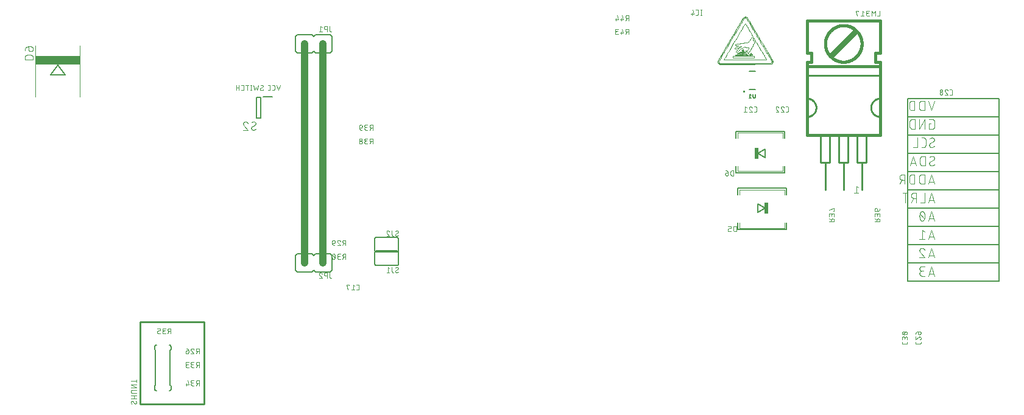
<source format=gbr>
G04 EAGLE Gerber RS-274X export*
G75*
%MOMM*%
%FSLAX34Y34*%
%LPD*%
%INSilkscreen Bottom*%
%IPPOS*%
%AMOC8*
5,1,8,0,0,1.08239X$1,22.5*%
G01*
%ADD10C,1.016000*%
%ADD11C,0.060000*%
%ADD12C,0.101600*%
%ADD13C,0.200000*%
%ADD14C,0.076200*%
%ADD15C,0.254000*%
%ADD16C,0.152400*%
%ADD17C,0.406400*%
%ADD18C,0.762000*%
%ADD19C,0.127000*%
%ADD20C,0.050800*%
%ADD21R,0.609600X1.574800*%
%ADD22C,0.203200*%
%ADD23R,6.200000X1.250000*%

G36*
X1145000Y503280D02*
X1145000Y503280D01*
X1145001Y503281D01*
X1145003Y503281D01*
X1145386Y503439D01*
X1145387Y503441D01*
X1145389Y503441D01*
X1145717Y503693D01*
X1145718Y503695D01*
X1145720Y503695D01*
X1145972Y504024D01*
X1145972Y504026D01*
X1145973Y504027D01*
X1146132Y504410D01*
X1146131Y504412D01*
X1146133Y504413D01*
X1146135Y504430D01*
X1146141Y504477D01*
X1146141Y504478D01*
X1146146Y504513D01*
X1146152Y504561D01*
X1146157Y504597D01*
X1146168Y504680D01*
X1146173Y504716D01*
X1146179Y504764D01*
X1146184Y504800D01*
X1146187Y504823D01*
X1146187Y504824D01*
X1146186Y504824D01*
X1146186Y504825D01*
X1146187Y504827D01*
X1146133Y505237D01*
X1146131Y505239D01*
X1146132Y505240D01*
X1145973Y505623D01*
X1145971Y505624D01*
X1145972Y505626D01*
X1145720Y505955D01*
X1145717Y505955D01*
X1145717Y505957D01*
X1145389Y506209D01*
X1145386Y506209D01*
X1145386Y506211D01*
X1145003Y506369D01*
X1145001Y506369D01*
X1145000Y506370D01*
X1144589Y506424D01*
X1144587Y506423D01*
X1144586Y506424D01*
X1144175Y506370D01*
X1144174Y506369D01*
X1144172Y506369D01*
X1143789Y506211D01*
X1143788Y506209D01*
X1143786Y506209D01*
X1143458Y505957D01*
X1143457Y505955D01*
X1143456Y505955D01*
X1143203Y505626D01*
X1143203Y505624D01*
X1143202Y505623D01*
X1143043Y505240D01*
X1143044Y505238D01*
X1143042Y505237D01*
X1143032Y505161D01*
X1143027Y505125D01*
X1143021Y505077D01*
X1143016Y505042D01*
X1143005Y504958D01*
X1143001Y504922D01*
X1142994Y504874D01*
X1142990Y504839D01*
X1142988Y504827D01*
X1142989Y504825D01*
X1142988Y504823D01*
X1143042Y504413D01*
X1143044Y504411D01*
X1143043Y504410D01*
X1143202Y504027D01*
X1143204Y504026D01*
X1143203Y504024D01*
X1143456Y503695D01*
X1143458Y503695D01*
X1143458Y503693D01*
X1143786Y503441D01*
X1143789Y503441D01*
X1143789Y503439D01*
X1144172Y503281D01*
X1144174Y503281D01*
X1144175Y503280D01*
X1144586Y503226D01*
X1144588Y503227D01*
X1144589Y503226D01*
X1145000Y503280D01*
G37*
D10*
X533400Y571500D02*
X533400Y266700D01*
X558800Y266700D02*
X558800Y571500D01*
D11*
X1144794Y608849D02*
X1144872Y608872D01*
X1144794Y608849D02*
X1144567Y608750D01*
X1144235Y608565D01*
X1143905Y608335D01*
X1143678Y608148D01*
X1143608Y608080D01*
X1143570Y608047D01*
X1143474Y607926D01*
X1143256Y607623D01*
X1142945Y607153D01*
X1142529Y606500D01*
X1141999Y605645D01*
X1141343Y604571D01*
X1140552Y603260D01*
X1139614Y601695D01*
X1138518Y599859D01*
X1137255Y597733D01*
X1135814Y595299D01*
X1134184Y592542D01*
X1132355Y589442D01*
X1130316Y585983D01*
X1128057Y582146D01*
X1126189Y578972D01*
X1125567Y577914D01*
X1125123Y577160D01*
X1123793Y574895D01*
X1122066Y571954D01*
X1120396Y569105D01*
X1118791Y566364D01*
X1117260Y563747D01*
X1115812Y561269D01*
X1114457Y558946D01*
X1113204Y556793D01*
X1112060Y554826D01*
X1111037Y553060D01*
X1110142Y551511D01*
X1109385Y550195D01*
X1108774Y549128D01*
X1108320Y548323D01*
X1108029Y547798D01*
X1107934Y547628D01*
X1107914Y547567D01*
X1107813Y547277D01*
X1107740Y546328D01*
X1108042Y545131D01*
X1108777Y544073D01*
X1109595Y543406D01*
X1109900Y543247D01*
X1110525Y542914D01*
X1146081Y542914D01*
X1147530Y542914D01*
X1151880Y542914D01*
X1157018Y542915D01*
X1161535Y542917D01*
X1165472Y542920D01*
X1168869Y542924D01*
X1171766Y542930D01*
X1174204Y542938D01*
X1176223Y542949D01*
X1177863Y542962D01*
X1179165Y542978D01*
X1180170Y542997D01*
X1180916Y543020D01*
X1181446Y543046D01*
X1181799Y543076D01*
X1182015Y543111D01*
X1182108Y543136D01*
X1182136Y543150D01*
X1182283Y543213D01*
X1182694Y543472D01*
X1183256Y543930D01*
X1183747Y544453D01*
X1184024Y544832D01*
X1184094Y544970D01*
X1184165Y545113D01*
X1184317Y545574D01*
X1184438Y546251D01*
X1184450Y546923D01*
X1184389Y547371D01*
X1184344Y547511D01*
X1184338Y547531D01*
X1184310Y547587D01*
X1184236Y547731D01*
X1184119Y547946D01*
X1183957Y548237D01*
X1183747Y548606D01*
X1183489Y549059D01*
X1183179Y549599D01*
X1182814Y550228D01*
X1182395Y550953D01*
X1181917Y551775D01*
X1181378Y552699D01*
X1180777Y553729D01*
X1180111Y554868D01*
X1179378Y556120D01*
X1178576Y557489D01*
X1177702Y558978D01*
X1176754Y560592D01*
X1175731Y562334D01*
X1174630Y564208D01*
X1173448Y566218D01*
X1172185Y568368D01*
X1170836Y570660D01*
X1169400Y573099D01*
X1167875Y575689D01*
X1166260Y578434D01*
X1164550Y581337D01*
X1162744Y584402D01*
X1160841Y587632D01*
X1158838Y591033D01*
X1156733Y594607D01*
X1154522Y598358D01*
X1152785Y601306D01*
X1152206Y602289D01*
X1152046Y602561D01*
X1151563Y603374D01*
X1150946Y604403D01*
X1150370Y605354D01*
X1149850Y606202D01*
X1149398Y606924D01*
X1149031Y607496D01*
X1148763Y607894D01*
X1148652Y608051D01*
X1148608Y608095D01*
X1148449Y608259D01*
X1147859Y608644D01*
X1146933Y608968D01*
X1145911Y609049D01*
X1145122Y608949D01*
X1144872Y608872D01*
X1147122Y608733D02*
X1147244Y608698D01*
X1147818Y608432D01*
X1148344Y608039D01*
X1148442Y607942D01*
X1148509Y607876D01*
X1148681Y607644D01*
X1149084Y607051D01*
X1149660Y606146D01*
X1150423Y604910D01*
X1151380Y603327D01*
X1152545Y601379D01*
X1153928Y599048D01*
X1155137Y597000D01*
X1155539Y596317D01*
X1155821Y595837D01*
X1156669Y594394D01*
X1157720Y592606D01*
X1158717Y590911D01*
X1159684Y589269D01*
X1160642Y587638D01*
X1161618Y585980D01*
X1162635Y584254D01*
X1163716Y582418D01*
X1164885Y580432D01*
X1166166Y578258D01*
X1167583Y575852D01*
X1169160Y573177D01*
X1170920Y570189D01*
X1172887Y566850D01*
X1175086Y563119D01*
X1176925Y559997D01*
X1177539Y558956D01*
X1177895Y558353D01*
X1178963Y556542D01*
X1180238Y554365D01*
X1181353Y552445D01*
X1182298Y550801D01*
X1183060Y549454D01*
X1183630Y548423D01*
X1183997Y547727D01*
X1184126Y547475D01*
X1184150Y547386D01*
X1184226Y547103D01*
X1184241Y546194D01*
X1183902Y545072D01*
X1183179Y544115D01*
X1182408Y543542D01*
X1182122Y543414D01*
X1182092Y543401D01*
X1182002Y543363D01*
X1181842Y543318D01*
X1181591Y543279D01*
X1181194Y543245D01*
X1180600Y543217D01*
X1179756Y543194D01*
X1178611Y543174D01*
X1177111Y543159D01*
X1175205Y543147D01*
X1172841Y543138D01*
X1169965Y543131D01*
X1166524Y543127D01*
X1162468Y543124D01*
X1157744Y543123D01*
X1152299Y543123D01*
X1147635Y543122D01*
X1146081Y543122D01*
X1110664Y543122D01*
X1109969Y543455D01*
X1109821Y543522D01*
X1109404Y543784D01*
X1108895Y544223D01*
X1108471Y544741D01*
X1108225Y545156D01*
X1108164Y545303D01*
X1108110Y545429D01*
X1108018Y545834D01*
X1107959Y546482D01*
X1107988Y547137D01*
X1108061Y547559D01*
X1108109Y547691D01*
X1108129Y547754D01*
X1108297Y548051D01*
X1108779Y548904D01*
X1109521Y550196D01*
X1110492Y551871D01*
X1111658Y553873D01*
X1112989Y556147D01*
X1114451Y558638D01*
X1115621Y560627D01*
X1116011Y561289D01*
X1116446Y562030D01*
X1117753Y564254D01*
X1119743Y567642D01*
X1121913Y571334D01*
X1124193Y575211D01*
X1126512Y579156D01*
X1128802Y583049D01*
X1130991Y586772D01*
X1132506Y589347D01*
X1133011Y590206D01*
X1133480Y591002D01*
X1134889Y593391D01*
X1136665Y596403D01*
X1138297Y599170D01*
X1139745Y601626D01*
X1140968Y603699D01*
X1141927Y605323D01*
X1142580Y606427D01*
X1142809Y606814D01*
X1142886Y606942D01*
X1142999Y607124D01*
X1143382Y607640D01*
X1143898Y608154D01*
X1144474Y608516D01*
X1144977Y608715D01*
X1145150Y608761D01*
X1145287Y608799D01*
X1145704Y608894D01*
X1146136Y608935D01*
X1146568Y608882D01*
X1146985Y608775D01*
X1147122Y608733D01*
X1145178Y607275D02*
X1145072Y607231D01*
X1144776Y607050D01*
X1144393Y606690D01*
X1143978Y606140D01*
X1143602Y605546D01*
X1143484Y605344D01*
X1143414Y605227D01*
X1143204Y604875D01*
X1142848Y604274D01*
X1142401Y603518D01*
X1141848Y602585D01*
X1141178Y601451D01*
X1140376Y600092D01*
X1139429Y598486D01*
X1138323Y596610D01*
X1137045Y594441D01*
X1135580Y591955D01*
X1133915Y589129D01*
X1132038Y585941D01*
X1129933Y582366D01*
X1127588Y578382D01*
X1124989Y573966D01*
X1122838Y570313D01*
X1122122Y569094D01*
X1121808Y568561D01*
X1120865Y566960D01*
X1119565Y564755D01*
X1118261Y562542D01*
X1116990Y560386D01*
X1115789Y558350D01*
X1114696Y556497D01*
X1113748Y554890D01*
X1113174Y553918D01*
X1112983Y553594D01*
X1112656Y553039D01*
X1111674Y551373D01*
X1110704Y549718D01*
X1110024Y548534D01*
X1109585Y547725D01*
X1109339Y547197D01*
X1109235Y546854D01*
X1109225Y546602D01*
X1109252Y546409D01*
X1109261Y546344D01*
X1109279Y546202D01*
X1109414Y545782D01*
X1109702Y545269D01*
X1110089Y544849D01*
X1110418Y544617D01*
X1110539Y544566D01*
X1110571Y544553D01*
X1110677Y544537D01*
X1110960Y544511D01*
X1111416Y544487D01*
X1112075Y544467D01*
X1112964Y544449D01*
X1114113Y544434D01*
X1115550Y544421D01*
X1117305Y544411D01*
X1119405Y544403D01*
X1121879Y544397D01*
X1124757Y544393D01*
X1128068Y544391D01*
X1131839Y544391D01*
X1136100Y544392D01*
X1140879Y544396D01*
X1144874Y544399D01*
X1146205Y544400D01*
X1181414Y544442D01*
X1181789Y544734D01*
X1181898Y544814D01*
X1182199Y545090D01*
X1182497Y545482D01*
X1182691Y545923D01*
X1182777Y546301D01*
X1182789Y546428D01*
X1182798Y546523D01*
X1182807Y546812D01*
X1182766Y547135D01*
X1182650Y547465D01*
X1182497Y547772D01*
X1182442Y547872D01*
X1182421Y547910D01*
X1182357Y548023D01*
X1182232Y548242D01*
X1182058Y548544D01*
X1181824Y548945D01*
X1181522Y549463D01*
X1181141Y550113D01*
X1180674Y550911D01*
X1180108Y551874D01*
X1179436Y553017D01*
X1178647Y554357D01*
X1177733Y555909D01*
X1176683Y557691D01*
X1175489Y559717D01*
X1174140Y562005D01*
X1172627Y564570D01*
X1171363Y566714D01*
X1170942Y567428D01*
X1170831Y567615D01*
X1170499Y568175D01*
X1170044Y568947D01*
X1169567Y569756D01*
X1169062Y570614D01*
X1168521Y571532D01*
X1167937Y572523D01*
X1167303Y573600D01*
X1166612Y574775D01*
X1165855Y576060D01*
X1165027Y577467D01*
X1164119Y579009D01*
X1163125Y580698D01*
X1162037Y582545D01*
X1160847Y584564D01*
X1159550Y586766D01*
X1158489Y588565D01*
X1158136Y589164D01*
X1157892Y589580D01*
X1157159Y590827D01*
X1156133Y592572D01*
X1155089Y594346D01*
X1154058Y596098D01*
X1153071Y597776D01*
X1152158Y599328D01*
X1151350Y600702D01*
X1150846Y601559D01*
X1150678Y601845D01*
X1150353Y602392D01*
X1149368Y604027D01*
X1148387Y605609D01*
X1147722Y606606D01*
X1147431Y606987D01*
X1147358Y607039D01*
X1147257Y607113D01*
X1146894Y607256D01*
X1146294Y607376D01*
X1145680Y607387D01*
X1145293Y607325D01*
X1145178Y607275D01*
X1150622Y591761D02*
X1150871Y591336D01*
X1151619Y590059D01*
X1152722Y588180D01*
X1153893Y586187D01*
X1155096Y584140D01*
X1156294Y582103D01*
X1157452Y580136D01*
X1158532Y578303D01*
X1159256Y577074D01*
X1159498Y576664D01*
X1159736Y576257D01*
X1160454Y575036D01*
X1161520Y573222D01*
X1162659Y571284D01*
X1163836Y569284D01*
X1165014Y567281D01*
X1166159Y565338D01*
X1167235Y563514D01*
X1167963Y562283D01*
X1168206Y561872D01*
X1168433Y561486D01*
X1169116Y560326D01*
X1170027Y558777D01*
X1170916Y557267D01*
X1171758Y555838D01*
X1172528Y554531D01*
X1173201Y553388D01*
X1173755Y552451D01*
X1174061Y551934D01*
X1174164Y551761D01*
X1174318Y551499D01*
X1174777Y550709D01*
X1175271Y549839D01*
X1175593Y549244D01*
X1175701Y549018D01*
X1175692Y549011D01*
X1175684Y549004D01*
X1175532Y549006D01*
X1175074Y549002D01*
X1174334Y548997D01*
X1173326Y548993D01*
X1172065Y548990D01*
X1170568Y548987D01*
X1168848Y548984D01*
X1166923Y548982D01*
X1164805Y548980D01*
X1162512Y548979D01*
X1160059Y548978D01*
X1157459Y548978D01*
X1154730Y548979D01*
X1151886Y548979D01*
X1148942Y548981D01*
X1146671Y548983D01*
X1145914Y548983D01*
X1116178Y549025D01*
X1117053Y550483D01*
X1117127Y550610D01*
X1117351Y550991D01*
X1117841Y551823D01*
X1118518Y552972D01*
X1119376Y554429D01*
X1120412Y556187D01*
X1121619Y558236D01*
X1122993Y560568D01*
X1124528Y563175D01*
X1126220Y566047D01*
X1128064Y569177D01*
X1130054Y572556D01*
X1132185Y576175D01*
X1134453Y580027D01*
X1136853Y584101D01*
X1139378Y588391D01*
X1141363Y591763D01*
X1142025Y592886D01*
X1142222Y593219D01*
X1142812Y594216D01*
X1143550Y595457D01*
X1144221Y596582D01*
X1144809Y597564D01*
X1145299Y598374D01*
X1145673Y598988D01*
X1145916Y599376D01*
X1145987Y599511D01*
X1146011Y599511D01*
X1146021Y599508D01*
X1146119Y599349D01*
X1146397Y598892D01*
X1146829Y598174D01*
X1147395Y597225D01*
X1148075Y596077D01*
X1148852Y594763D01*
X1149707Y593314D01*
X1150394Y592149D01*
X1150622Y591761D01*
X1154789Y580317D02*
X1154720Y580197D01*
X1154506Y579842D01*
X1153992Y578993D01*
X1153330Y577906D01*
X1152603Y576714D01*
X1151892Y575552D01*
X1151279Y574554D01*
X1150847Y573851D01*
X1150684Y573588D01*
X1150678Y573581D01*
X1150671Y573574D01*
X1150467Y573543D01*
X1149882Y573446D01*
X1148974Y573298D01*
X1147799Y573107D01*
X1146408Y572882D01*
X1144857Y572633D01*
X1143196Y572366D01*
X1141482Y572091D01*
X1139765Y571817D01*
X1138100Y571551D01*
X1136541Y571303D01*
X1135140Y571081D01*
X1133952Y570893D01*
X1133028Y570749D01*
X1132424Y570655D01*
X1132250Y570622D01*
X1132192Y570622D01*
X1132179Y570622D01*
X1132141Y570541D01*
X1132122Y570394D01*
X1132122Y570344D01*
X1132122Y570304D01*
X1132175Y570181D01*
X1132320Y569942D01*
X1132532Y569661D01*
X1132722Y569442D01*
X1132789Y569372D01*
X1132909Y569248D01*
X1133306Y568910D01*
X1133808Y568694D01*
X1134443Y568699D01*
X1135132Y568841D01*
X1135359Y568900D01*
X1135497Y568937D01*
X1135924Y569013D01*
X1136398Y569039D01*
X1136724Y568982D01*
X1136844Y568879D01*
X1136844Y568844D01*
X1136844Y568804D01*
X1136645Y568683D01*
X1136101Y568336D01*
X1135297Y567850D01*
X1134563Y567418D01*
X1134317Y567275D01*
X1134064Y567131D01*
X1133309Y566692D01*
X1132431Y566168D01*
X1131778Y565763D01*
X1131490Y565577D01*
X1131442Y565539D01*
X1131396Y565499D01*
X1131263Y565373D01*
X1131183Y565247D01*
X1131194Y565133D01*
X1131262Y565029D01*
X1131289Y564997D01*
X1131383Y564882D01*
X1131774Y564620D01*
X1132419Y564412D01*
X1133135Y564390D01*
X1133667Y564497D01*
X1133831Y564566D01*
X1133893Y564591D01*
X1134174Y564743D01*
X1134773Y565091D01*
X1135547Y565559D01*
X1136197Y565960D01*
X1136414Y566094D01*
X1136630Y566231D01*
X1137281Y566637D01*
X1138075Y567124D01*
X1138705Y567499D01*
X1139008Y567671D01*
X1139081Y567706D01*
X1139191Y567764D01*
X1139543Y567899D01*
X1139938Y567977D01*
X1140213Y567940D01*
X1140317Y567827D01*
X1140317Y567789D01*
X1140317Y567714D01*
X1140201Y567489D01*
X1139832Y567109D01*
X1139174Y566614D01*
X1138439Y566126D01*
X1138192Y565969D01*
X1137995Y565847D01*
X1137416Y565460D01*
X1136773Y564973D01*
X1136190Y564450D01*
X1135739Y563990D01*
X1135594Y563831D01*
X1135314Y563523D01*
X1134488Y562586D01*
X1133558Y561482D01*
X1132917Y560657D01*
X1132678Y560350D01*
X1132678Y560247D01*
X1132678Y560155D01*
X1132964Y559875D01*
X1133653Y559676D01*
X1134494Y559683D01*
X1135073Y559828D01*
X1135233Y559928D01*
X1135296Y559963D01*
X1135481Y560120D01*
X1135820Y560454D01*
X1136206Y560879D01*
X1136499Y561226D01*
X1136594Y561344D01*
X1136690Y561467D01*
X1136985Y561828D01*
X1137377Y562287D01*
X1137725Y562671D01*
X1137917Y562869D01*
X1137983Y562928D01*
X1138068Y563010D01*
X1138359Y563220D01*
X1139055Y563697D01*
X1139964Y564294D01*
X1140983Y564945D01*
X1142007Y565585D01*
X1142932Y566147D01*
X1143653Y566566D01*
X1143959Y566735D01*
X1144067Y566775D01*
X1144129Y566800D01*
X1144409Y566809D01*
X1145100Y566759D01*
X1146194Y566625D01*
X1147359Y566459D01*
X1147747Y566400D01*
X1148072Y566351D01*
X1149048Y566201D01*
X1150127Y566031D01*
X1150870Y565910D01*
X1151153Y565862D01*
X1151164Y565858D01*
X1151110Y565687D01*
X1150887Y565239D01*
X1150533Y564579D01*
X1150195Y563975D01*
X1150081Y563775D01*
X1149924Y563503D01*
X1149465Y562682D01*
X1149096Y561944D01*
X1148907Y561406D01*
X1148840Y561038D01*
X1148831Y560914D01*
X1148819Y560807D01*
X1148803Y560484D01*
X1148825Y560136D01*
X1148903Y559820D01*
X1149001Y559566D01*
X1149039Y559484D01*
X1149103Y559354D01*
X1149332Y558984D01*
X1149667Y558541D01*
X1149976Y558236D01*
X1150151Y558135D01*
X1150192Y558150D01*
X1150227Y558161D01*
X1150316Y558328D01*
X1150619Y558816D01*
X1151075Y559569D01*
X1151658Y560545D01*
X1152344Y561699D01*
X1153105Y562987D01*
X1153915Y564365D01*
X1154751Y565789D01*
X1155584Y567215D01*
X1156390Y568599D01*
X1157143Y569897D01*
X1157817Y571064D01*
X1158385Y572058D01*
X1158824Y572833D01*
X1159106Y573346D01*
X1159206Y573501D01*
X1159206Y573553D01*
X1159206Y573644D01*
X1159036Y573915D01*
X1158587Y574755D01*
X1157951Y575913D01*
X1157219Y577225D01*
X1156482Y578528D01*
X1155830Y579660D01*
X1155356Y580459D01*
X1155202Y580761D01*
X1155150Y580761D01*
X1155115Y580761D01*
X1155011Y580628D01*
X1154827Y580376D01*
X1154789Y580317D01*
X1142636Y563775D02*
X1142625Y563747D01*
X1142627Y563627D01*
X1142660Y563376D01*
X1142730Y563057D01*
X1142803Y562792D01*
X1142831Y562706D01*
X1142883Y562538D01*
X1143013Y562025D01*
X1143082Y561481D01*
X1143039Y561003D01*
X1142934Y560641D01*
X1142886Y560525D01*
X1142858Y560459D01*
X1142740Y559985D01*
X1142678Y559526D01*
X1142678Y559372D01*
X1142678Y559212D01*
X1142740Y558732D01*
X1142858Y558203D01*
X1142886Y558122D01*
X1142959Y557921D01*
X1143084Y557011D01*
X1142889Y556102D01*
X1142803Y555900D01*
X1142744Y555766D01*
X1142619Y555343D01*
X1142587Y554904D01*
X1142701Y554615D01*
X1142892Y554511D01*
X1142956Y554511D01*
X1143021Y554511D01*
X1143216Y554628D01*
X1143261Y554903D01*
X1143248Y554983D01*
X1143244Y555000D01*
X1143259Y555086D01*
X1143309Y555270D01*
X1143391Y555509D01*
X1143469Y555710D01*
X1143497Y555775D01*
X1143584Y555970D01*
X1143778Y557003D01*
X1143653Y558057D01*
X1143581Y558261D01*
X1143552Y558341D01*
X1143435Y558828D01*
X1143372Y559236D01*
X1143372Y559372D01*
X1143372Y559502D01*
X1143435Y559890D01*
X1143552Y560321D01*
X1143581Y560386D01*
X1143653Y560560D01*
X1143770Y561545D01*
X1143559Y562716D01*
X1143469Y562983D01*
X1143420Y563127D01*
X1143233Y563543D01*
X1143001Y563874D01*
X1142793Y563958D01*
X1142656Y563828D01*
X1142636Y563775D01*
X1141178Y563080D02*
X1141157Y563054D01*
X1141118Y562956D01*
X1141106Y562779D01*
X1141145Y562534D01*
X1141209Y562287D01*
X1141234Y562205D01*
X1141263Y562107D01*
X1141341Y561804D01*
X1141367Y561473D01*
X1141301Y561084D01*
X1141180Y560654D01*
X1141136Y560511D01*
X1141087Y560337D01*
X1140968Y559807D01*
X1140926Y559218D01*
X1141017Y558595D01*
X1141184Y557989D01*
X1141247Y557789D01*
X1141281Y557690D01*
X1141369Y557387D01*
X1141398Y557072D01*
X1141331Y556713D01*
X1141208Y556311D01*
X1141164Y556178D01*
X1141103Y556006D01*
X1140957Y555477D01*
X1140900Y554978D01*
X1140988Y554680D01*
X1141161Y554581D01*
X1141219Y554581D01*
X1141272Y554581D01*
X1141431Y554657D01*
X1141532Y554817D01*
X1141539Y554858D01*
X1141542Y554897D01*
X1141573Y555040D01*
X1141648Y555328D01*
X1141752Y555683D01*
X1141841Y555971D01*
X1141872Y556067D01*
X1141900Y556163D01*
X1141975Y556456D01*
X1142049Y556822D01*
X1142087Y557124D01*
X1142091Y557275D01*
X1142080Y557317D01*
X1142073Y557362D01*
X1142040Y557514D01*
X1141969Y557808D01*
X1141877Y558162D01*
X1141801Y558445D01*
X1141775Y558539D01*
X1141740Y558670D01*
X1141643Y559064D01*
X1141606Y559435D01*
X1141671Y559817D01*
X1141799Y560234D01*
X1141844Y560372D01*
X1141897Y560536D01*
X1142021Y561039D01*
X1142070Y561616D01*
X1141989Y562182D01*
X1141837Y562662D01*
X1141775Y562817D01*
X1141743Y562889D01*
X1141627Y563098D01*
X1141486Y563235D01*
X1141341Y563229D01*
X1141212Y563123D01*
X1141178Y563080D01*
X1146567Y561622D02*
X1146567Y561488D01*
X1146504Y561086D01*
X1146386Y560647D01*
X1146358Y560580D01*
X1146289Y560414D01*
X1146159Y559443D01*
X1146313Y558230D01*
X1146386Y557942D01*
X1146421Y557804D01*
X1146517Y557387D01*
X1146553Y557003D01*
X1146484Y556616D01*
X1146350Y556193D01*
X1146303Y556053D01*
X1146247Y555888D01*
X1146115Y555379D01*
X1146075Y554897D01*
X1146184Y554608D01*
X1146377Y554511D01*
X1146442Y554511D01*
X1146488Y554511D01*
X1146628Y554541D01*
X1146716Y554605D01*
X1146720Y554622D01*
X1146731Y554722D01*
X1146771Y555019D01*
X1146832Y555343D01*
X1146917Y555644D01*
X1147006Y555889D01*
X1147039Y555969D01*
X1147104Y556147D01*
X1147243Y557031D01*
X1147119Y557990D01*
X1147053Y558206D01*
X1147007Y558359D01*
X1146905Y558828D01*
X1146856Y559393D01*
X1146910Y559917D01*
X1147016Y560295D01*
X1147067Y560414D01*
X1147095Y560483D01*
X1147202Y560946D01*
X1147240Y561421D01*
X1147234Y561497D01*
X1147229Y561572D01*
X1147203Y561796D01*
X1147143Y561982D01*
X1147042Y562082D01*
X1146925Y562118D01*
X1146886Y562122D01*
X1146843Y562129D01*
X1146713Y562130D01*
X1146617Y562070D01*
X1146575Y561911D01*
X1146567Y561695D01*
X1146567Y561622D01*
X1139359Y560359D02*
X1139311Y560271D01*
X1139244Y559967D01*
X1139214Y559424D01*
X1139270Y558804D01*
X1139366Y558331D01*
X1139414Y558178D01*
X1139483Y557949D01*
X1139608Y557008D01*
X1139428Y556108D01*
X1139344Y555900D01*
X1139290Y555758D01*
X1139171Y555315D01*
X1139150Y554871D01*
X1139274Y554601D01*
X1139476Y554530D01*
X1139539Y554539D01*
X1139587Y554546D01*
X1139749Y554640D01*
X1139806Y554803D01*
X1139803Y554844D01*
X1139799Y554883D01*
X1139814Y555004D01*
X1139865Y555234D01*
X1139947Y555505D01*
X1140024Y555719D01*
X1140053Y555789D01*
X1140133Y555994D01*
X1140303Y557038D01*
X1140167Y558074D01*
X1140094Y558275D01*
X1140063Y558369D01*
X1139954Y558945D01*
X1139921Y559591D01*
X1139928Y559719D01*
X1139932Y559824D01*
X1139936Y560138D01*
X1139914Y560397D01*
X1139850Y560536D01*
X1139764Y560588D01*
X1139734Y560595D01*
X1139702Y560602D01*
X1139530Y560544D01*
X1139379Y560397D01*
X1139359Y560359D01*
X1144446Y560042D02*
X1144483Y560136D01*
X1144446Y560042D02*
X1144374Y559744D01*
X1144360Y559312D01*
X1144442Y558767D01*
X1144573Y558220D01*
X1144622Y558039D01*
X1144914Y557025D01*
X1144622Y556164D01*
X1144566Y555997D01*
X1144430Y555483D01*
X1144375Y554987D01*
X1144462Y554684D01*
X1144634Y554581D01*
X1144692Y554581D01*
X1144744Y554581D01*
X1144903Y554657D01*
X1145004Y554817D01*
X1145011Y554858D01*
X1145014Y554897D01*
X1145045Y555040D01*
X1145119Y555325D01*
X1145218Y555677D01*
X1145302Y555960D01*
X1145331Y556053D01*
X1145622Y556984D01*
X1145331Y558108D01*
X1145298Y558229D01*
X1145217Y558594D01*
X1145131Y559077D01*
X1145079Y559503D01*
X1145063Y559739D01*
X1145067Y559817D01*
X1145070Y559888D01*
X1145073Y560104D01*
X1145048Y560292D01*
X1144983Y560403D01*
X1144901Y560449D01*
X1144872Y560456D01*
X1144831Y560463D01*
X1144652Y560395D01*
X1144507Y560195D01*
X1144483Y560136D01*
X1137553Y559330D02*
X1137530Y559302D01*
X1137498Y559188D01*
X1137504Y558954D01*
X1137572Y558602D01*
X1137670Y558231D01*
X1137705Y558108D01*
X1137997Y557081D01*
X1137678Y556164D01*
X1137620Y555992D01*
X1137479Y555465D01*
X1137426Y554971D01*
X1137516Y554678D01*
X1137689Y554581D01*
X1137747Y554581D01*
X1137800Y554581D01*
X1137959Y554657D01*
X1138060Y554817D01*
X1138067Y554858D01*
X1138070Y554897D01*
X1138101Y555040D01*
X1138178Y555328D01*
X1138285Y555683D01*
X1138380Y555972D01*
X1138414Y556067D01*
X1138457Y556207D01*
X1138578Y556629D01*
X1138638Y557018D01*
X1138595Y557419D01*
X1138492Y557864D01*
X1138456Y558011D01*
X1138399Y558236D01*
X1138205Y558903D01*
X1137994Y559385D01*
X1137787Y559509D01*
X1137599Y559386D01*
X1137553Y559330D01*
X1135928Y558761D02*
X1135917Y558730D01*
X1135916Y558477D01*
X1135976Y558167D01*
X1135997Y558108D01*
X1136052Y557945D01*
X1136132Y557083D01*
X1135948Y556144D01*
X1135872Y555942D01*
X1135838Y555853D01*
X1135749Y555581D01*
X1135688Y555296D01*
X1135684Y555063D01*
X1135715Y554908D01*
X1135733Y554858D01*
X1135751Y554810D01*
X1135858Y554612D01*
X1135952Y554511D01*
X1135984Y554511D01*
X1136023Y554511D01*
X1136140Y554568D01*
X1136284Y554716D01*
X1136388Y554921D01*
X1136428Y555093D01*
X1136428Y555150D01*
X1136428Y555240D01*
X1136490Y555509D01*
X1136608Y555876D01*
X1136636Y555942D01*
X1136718Y556140D01*
X1136814Y556794D01*
X1136785Y557753D01*
X1136585Y558554D01*
X1136345Y558910D01*
X1136247Y558928D01*
X1136212Y558935D01*
X1136051Y558897D01*
X1135938Y558789D01*
X1135928Y558761D01*
X1153233Y558539D02*
X1153233Y558444D01*
X1153280Y558161D01*
X1153375Y557723D01*
X1153400Y557636D01*
X1153424Y557548D01*
X1153481Y557276D01*
X1153490Y556961D01*
X1153416Y556591D01*
X1153292Y556197D01*
X1153248Y556067D01*
X1153188Y555899D01*
X1153041Y555385D01*
X1152988Y554923D01*
X1153089Y554651D01*
X1153278Y554548D01*
X1153345Y554539D01*
X1153380Y554533D01*
X1153492Y554528D01*
X1153585Y554563D01*
X1153635Y554657D01*
X1153650Y554777D01*
X1153650Y554817D01*
X1153650Y554863D01*
X1153672Y555002D01*
X1153731Y555261D01*
X1153820Y555563D01*
X1153899Y555796D01*
X1153928Y555872D01*
X1154011Y556092D01*
X1154190Y557024D01*
X1154056Y557949D01*
X1153983Y558164D01*
X1153945Y558282D01*
X1153756Y558668D01*
X1153562Y558817D01*
X1153497Y558817D01*
X1153448Y558817D01*
X1153302Y558746D01*
X1153233Y558591D01*
X1153233Y558539D01*
X1134678Y557733D02*
X1134656Y557720D01*
X1134544Y557471D01*
X1134452Y557063D01*
X1134442Y556969D01*
X1134428Y556879D01*
X1134310Y556381D01*
X1134164Y555945D01*
X1134136Y555886D01*
X1134080Y555781D01*
X1133973Y555432D01*
X1133955Y555010D01*
X1134073Y554689D01*
X1134252Y554548D01*
X1134317Y554539D01*
X1134353Y554533D01*
X1134464Y554528D01*
X1134558Y554563D01*
X1134608Y554657D01*
X1134622Y554777D01*
X1134622Y554817D01*
X1134622Y554864D01*
X1134644Y555006D01*
X1134704Y555280D01*
X1134792Y555604D01*
X1134871Y555858D01*
X1134900Y555942D01*
X1134929Y556025D01*
X1135007Y556279D01*
X1135096Y556617D01*
X1135156Y556917D01*
X1135178Y557081D01*
X1135178Y557136D01*
X1135178Y557210D01*
X1135133Y557433D01*
X1135016Y557654D01*
X1134856Y557765D01*
X1134712Y557756D01*
X1134678Y557733D01*
X1151837Y557088D02*
X1151859Y557108D01*
X1151837Y557088D02*
X1151751Y556930D01*
X1151706Y556772D01*
X1151706Y556719D01*
X1151706Y556642D01*
X1151641Y556407D01*
X1151514Y556043D01*
X1151483Y555969D01*
X1151432Y555848D01*
X1151331Y555459D01*
X1151309Y555015D01*
X1151413Y554700D01*
X1151580Y554581D01*
X1151636Y554581D01*
X1151670Y554581D01*
X1151771Y554608D01*
X1151871Y554700D01*
X1151946Y554879D01*
X1151998Y555092D01*
X1152011Y555164D01*
X1152025Y555244D01*
X1152124Y555657D01*
X1152230Y555987D01*
X1152247Y556025D01*
X1152279Y556083D01*
X1152347Y556273D01*
X1152393Y556524D01*
X1152390Y556762D01*
X1152344Y556968D01*
X1152262Y557124D01*
X1152149Y557211D01*
X1152013Y557212D01*
X1151891Y557141D01*
X1151859Y557108D01*
X1155169Y556501D02*
X1155220Y556567D01*
X1155169Y556501D02*
X1155043Y556283D01*
X1154911Y555964D01*
X1154824Y555634D01*
X1154783Y555314D01*
X1154790Y555026D01*
X1154846Y554794D01*
X1154952Y554638D01*
X1155069Y554581D01*
X1155108Y554581D01*
X1155142Y554581D01*
X1155243Y554607D01*
X1155341Y554697D01*
X1155413Y554868D01*
X1155459Y555069D01*
X1155470Y555136D01*
X1155483Y555213D01*
X1155582Y555629D01*
X1155688Y555991D01*
X1155706Y556039D01*
X1155731Y556106D01*
X1155778Y556318D01*
X1155771Y556538D01*
X1155686Y556682D01*
X1155565Y556733D01*
X1155525Y556733D01*
X1155484Y556733D01*
X1155362Y556681D01*
X1155237Y556588D01*
X1155220Y556567D01*
X1148025Y555984D02*
X1147973Y555852D01*
X1147865Y555436D01*
X1147839Y554991D01*
X1147941Y554691D01*
X1148108Y554581D01*
X1148164Y554581D01*
X1148207Y554581D01*
X1148339Y554633D01*
X1148471Y554850D01*
X1148595Y555325D01*
X1148711Y555944D01*
X1148747Y556150D01*
X1148755Y556207D01*
X1148771Y556378D01*
X1148752Y556513D01*
X1148679Y556578D01*
X1148574Y556594D01*
X1148539Y556594D01*
X1148470Y556594D01*
X1148266Y556456D01*
X1148066Y556095D01*
X1148025Y555984D01*
X1132428Y555969D02*
X1132403Y555921D01*
X1132308Y555553D01*
X1132261Y555178D01*
X1132261Y555053D01*
X1132261Y554979D01*
X1132270Y554756D01*
X1132311Y554593D01*
X1132408Y554531D01*
X1132538Y554533D01*
X1132581Y554539D01*
X1132606Y554543D01*
X1132682Y554557D01*
X1132762Y554591D01*
X1132828Y554655D01*
X1132882Y554765D01*
X1132933Y554936D01*
X1132987Y555184D01*
X1133047Y555523D01*
X1133104Y555858D01*
X1133122Y555969D01*
X1133131Y556029D01*
X1133070Y556220D01*
X1132874Y556303D01*
X1132628Y556220D01*
X1132459Y556041D01*
X1132428Y555969D01*
X1149639Y555647D02*
X1149692Y555747D01*
X1149639Y555647D02*
X1149534Y555320D01*
X1149516Y554945D01*
X1149631Y554670D01*
X1149808Y554548D01*
X1149872Y554539D01*
X1149910Y554533D01*
X1150025Y554529D01*
X1150119Y554569D01*
X1150165Y554674D01*
X1150178Y554812D01*
X1150178Y554858D01*
X1150178Y554942D01*
X1150223Y555194D01*
X1150310Y555459D01*
X1150331Y555498D01*
X1150355Y555550D01*
X1150400Y555762D01*
X1150334Y555946D01*
X1150303Y555984D01*
X1150268Y556026D01*
X1150140Y556136D01*
X1149997Y556152D01*
X1149853Y556025D01*
X1149728Y555819D01*
X1149692Y555747D01*
X1129067Y552844D02*
X1129067Y551456D01*
X1158650Y551456D01*
X1158650Y554233D01*
X1129067Y554233D01*
X1129067Y552844D01*
D12*
X1404789Y478587D02*
X1409192Y491795D01*
X1400387Y491795D02*
X1404789Y478587D01*
X1395230Y478587D02*
X1395230Y491795D01*
X1391561Y491795D01*
X1391441Y491793D01*
X1391321Y491787D01*
X1391201Y491777D01*
X1391082Y491764D01*
X1390963Y491746D01*
X1390845Y491725D01*
X1390728Y491699D01*
X1390611Y491670D01*
X1390496Y491637D01*
X1390382Y491600D01*
X1390269Y491560D01*
X1390157Y491516D01*
X1390047Y491468D01*
X1389938Y491417D01*
X1389831Y491362D01*
X1389727Y491303D01*
X1389624Y491242D01*
X1389523Y491177D01*
X1389424Y491108D01*
X1389327Y491037D01*
X1389233Y490962D01*
X1389142Y490885D01*
X1389053Y490804D01*
X1388967Y490720D01*
X1388883Y490634D01*
X1388802Y490545D01*
X1388725Y490454D01*
X1388650Y490360D01*
X1388579Y490263D01*
X1388510Y490164D01*
X1388445Y490063D01*
X1388384Y489961D01*
X1388325Y489856D01*
X1388270Y489749D01*
X1388219Y489640D01*
X1388171Y489530D01*
X1388127Y489418D01*
X1388087Y489305D01*
X1388050Y489191D01*
X1388017Y489076D01*
X1387988Y488959D01*
X1387962Y488842D01*
X1387941Y488724D01*
X1387923Y488605D01*
X1387910Y488486D01*
X1387900Y488366D01*
X1387894Y488246D01*
X1387892Y488126D01*
X1387892Y482256D01*
X1387894Y482136D01*
X1387900Y482016D01*
X1387910Y481896D01*
X1387923Y481777D01*
X1387941Y481658D01*
X1387962Y481540D01*
X1387988Y481423D01*
X1388017Y481306D01*
X1388050Y481191D01*
X1388087Y481077D01*
X1388127Y480964D01*
X1388171Y480852D01*
X1388219Y480742D01*
X1388270Y480633D01*
X1388325Y480526D01*
X1388384Y480422D01*
X1388445Y480319D01*
X1388510Y480218D01*
X1388579Y480119D01*
X1388650Y480022D01*
X1388725Y479928D01*
X1388802Y479837D01*
X1388883Y479748D01*
X1388967Y479662D01*
X1389053Y479578D01*
X1389142Y479497D01*
X1389233Y479420D01*
X1389327Y479345D01*
X1389424Y479274D01*
X1389523Y479205D01*
X1389624Y479140D01*
X1389727Y479079D01*
X1389831Y479020D01*
X1389938Y478965D01*
X1390047Y478914D01*
X1390157Y478866D01*
X1390269Y478822D01*
X1390382Y478782D01*
X1390496Y478745D01*
X1390611Y478712D01*
X1390728Y478683D01*
X1390845Y478657D01*
X1390963Y478636D01*
X1391082Y478618D01*
X1391201Y478605D01*
X1391321Y478595D01*
X1391441Y478589D01*
X1391561Y478587D01*
X1395230Y478587D01*
X1381575Y478587D02*
X1381575Y491795D01*
X1377906Y491795D01*
X1377786Y491793D01*
X1377666Y491787D01*
X1377546Y491777D01*
X1377427Y491764D01*
X1377308Y491746D01*
X1377190Y491725D01*
X1377073Y491699D01*
X1376956Y491670D01*
X1376841Y491637D01*
X1376727Y491600D01*
X1376614Y491560D01*
X1376502Y491516D01*
X1376392Y491468D01*
X1376283Y491417D01*
X1376176Y491362D01*
X1376072Y491303D01*
X1375969Y491242D01*
X1375868Y491177D01*
X1375769Y491108D01*
X1375672Y491037D01*
X1375578Y490962D01*
X1375487Y490885D01*
X1375398Y490804D01*
X1375312Y490720D01*
X1375228Y490634D01*
X1375147Y490545D01*
X1375070Y490454D01*
X1374995Y490360D01*
X1374924Y490263D01*
X1374855Y490164D01*
X1374790Y490063D01*
X1374729Y489961D01*
X1374670Y489856D01*
X1374615Y489749D01*
X1374564Y489640D01*
X1374516Y489530D01*
X1374472Y489418D01*
X1374432Y489305D01*
X1374395Y489191D01*
X1374362Y489076D01*
X1374333Y488959D01*
X1374307Y488842D01*
X1374286Y488724D01*
X1374268Y488605D01*
X1374255Y488486D01*
X1374245Y488366D01*
X1374239Y488246D01*
X1374237Y488126D01*
X1374237Y482256D01*
X1374239Y482136D01*
X1374245Y482016D01*
X1374255Y481896D01*
X1374268Y481777D01*
X1374286Y481658D01*
X1374307Y481540D01*
X1374333Y481423D01*
X1374362Y481306D01*
X1374395Y481191D01*
X1374432Y481077D01*
X1374472Y480964D01*
X1374516Y480852D01*
X1374564Y480742D01*
X1374615Y480633D01*
X1374670Y480526D01*
X1374729Y480422D01*
X1374790Y480319D01*
X1374855Y480218D01*
X1374924Y480119D01*
X1374995Y480022D01*
X1375070Y479928D01*
X1375147Y479837D01*
X1375228Y479748D01*
X1375312Y479662D01*
X1375398Y479578D01*
X1375487Y479497D01*
X1375578Y479420D01*
X1375672Y479345D01*
X1375769Y479274D01*
X1375868Y479205D01*
X1375969Y479140D01*
X1376072Y479079D01*
X1376176Y479020D01*
X1376283Y478965D01*
X1376392Y478914D01*
X1376502Y478866D01*
X1376614Y478822D01*
X1376727Y478782D01*
X1376841Y478745D01*
X1376956Y478712D01*
X1377073Y478683D01*
X1377190Y478657D01*
X1377308Y478636D01*
X1377427Y478618D01*
X1377546Y478605D01*
X1377666Y478595D01*
X1377786Y478589D01*
X1377906Y478587D01*
X1381575Y478587D01*
X1401854Y460321D02*
X1404056Y460321D01*
X1401854Y460321D02*
X1401854Y452984D01*
X1406257Y452984D01*
X1406364Y452986D01*
X1406471Y452992D01*
X1406578Y453002D01*
X1406684Y453015D01*
X1406790Y453033D01*
X1406895Y453054D01*
X1406999Y453079D01*
X1407103Y453108D01*
X1407205Y453141D01*
X1407305Y453178D01*
X1407405Y453218D01*
X1407503Y453262D01*
X1407599Y453309D01*
X1407693Y453360D01*
X1407786Y453414D01*
X1407876Y453471D01*
X1407965Y453532D01*
X1408051Y453596D01*
X1408134Y453663D01*
X1408216Y453733D01*
X1408294Y453806D01*
X1408370Y453882D01*
X1408443Y453960D01*
X1408513Y454042D01*
X1408580Y454125D01*
X1408644Y454211D01*
X1408705Y454300D01*
X1408762Y454390D01*
X1408816Y454483D01*
X1408867Y454577D01*
X1408915Y454673D01*
X1408958Y454771D01*
X1408998Y454871D01*
X1409035Y454971D01*
X1409068Y455073D01*
X1409097Y455177D01*
X1409122Y455281D01*
X1409143Y455386D01*
X1409161Y455492D01*
X1409174Y455598D01*
X1409184Y455705D01*
X1409190Y455812D01*
X1409192Y455919D01*
X1409192Y463256D01*
X1409190Y463363D01*
X1409184Y463470D01*
X1409174Y463577D01*
X1409161Y463683D01*
X1409143Y463789D01*
X1409122Y463894D01*
X1409097Y463998D01*
X1409068Y464102D01*
X1409035Y464204D01*
X1408998Y464304D01*
X1408958Y464404D01*
X1408914Y464502D01*
X1408867Y464598D01*
X1408816Y464692D01*
X1408762Y464785D01*
X1408705Y464875D01*
X1408644Y464964D01*
X1408580Y465050D01*
X1408513Y465133D01*
X1408443Y465215D01*
X1408370Y465293D01*
X1408294Y465369D01*
X1408216Y465442D01*
X1408134Y465512D01*
X1408051Y465579D01*
X1407965Y465643D01*
X1407876Y465704D01*
X1407786Y465761D01*
X1407693Y465815D01*
X1407599Y465866D01*
X1407503Y465913D01*
X1407405Y465957D01*
X1407306Y465997D01*
X1407205Y466034D01*
X1407103Y466067D01*
X1406999Y466096D01*
X1406895Y466121D01*
X1406790Y466142D01*
X1406684Y466160D01*
X1406578Y466173D01*
X1406471Y466183D01*
X1406364Y466189D01*
X1406257Y466191D01*
X1406257Y466192D02*
X1401854Y466192D01*
X1395537Y466192D02*
X1395537Y452984D01*
X1388199Y452984D02*
X1395537Y466192D01*
X1388199Y466192D02*
X1388199Y452984D01*
X1381882Y452984D02*
X1381882Y466192D01*
X1378213Y466192D01*
X1378093Y466190D01*
X1377973Y466184D01*
X1377853Y466174D01*
X1377734Y466161D01*
X1377615Y466143D01*
X1377497Y466122D01*
X1377380Y466096D01*
X1377263Y466067D01*
X1377148Y466034D01*
X1377034Y465997D01*
X1376921Y465957D01*
X1376809Y465913D01*
X1376699Y465865D01*
X1376590Y465814D01*
X1376483Y465759D01*
X1376379Y465700D01*
X1376276Y465639D01*
X1376175Y465574D01*
X1376076Y465505D01*
X1375979Y465434D01*
X1375885Y465359D01*
X1375794Y465282D01*
X1375705Y465201D01*
X1375619Y465117D01*
X1375535Y465031D01*
X1375454Y464942D01*
X1375377Y464851D01*
X1375302Y464757D01*
X1375231Y464660D01*
X1375162Y464561D01*
X1375097Y464460D01*
X1375036Y464358D01*
X1374977Y464253D01*
X1374922Y464146D01*
X1374871Y464037D01*
X1374823Y463927D01*
X1374779Y463815D01*
X1374739Y463702D01*
X1374702Y463588D01*
X1374669Y463473D01*
X1374640Y463356D01*
X1374614Y463239D01*
X1374593Y463121D01*
X1374575Y463002D01*
X1374562Y462883D01*
X1374552Y462763D01*
X1374546Y462643D01*
X1374544Y462523D01*
X1374544Y456652D01*
X1374546Y456532D01*
X1374552Y456412D01*
X1374562Y456292D01*
X1374575Y456173D01*
X1374593Y456054D01*
X1374614Y455936D01*
X1374640Y455819D01*
X1374669Y455702D01*
X1374702Y455587D01*
X1374739Y455473D01*
X1374779Y455360D01*
X1374823Y455248D01*
X1374871Y455138D01*
X1374922Y455029D01*
X1374977Y454922D01*
X1375036Y454818D01*
X1375097Y454715D01*
X1375162Y454614D01*
X1375231Y454515D01*
X1375302Y454418D01*
X1375377Y454324D01*
X1375454Y454233D01*
X1375535Y454144D01*
X1375619Y454058D01*
X1375705Y453974D01*
X1375794Y453893D01*
X1375885Y453816D01*
X1375979Y453741D01*
X1376076Y453670D01*
X1376175Y453601D01*
X1376276Y453536D01*
X1376379Y453475D01*
X1376483Y453416D01*
X1376590Y453361D01*
X1376699Y453310D01*
X1376809Y453262D01*
X1376921Y453218D01*
X1377034Y453178D01*
X1377148Y453141D01*
X1377263Y453108D01*
X1377380Y453079D01*
X1377497Y453053D01*
X1377615Y453032D01*
X1377734Y453014D01*
X1377853Y453001D01*
X1377973Y452991D01*
X1378093Y452985D01*
X1378213Y452983D01*
X1378213Y452984D02*
X1381882Y452984D01*
X1401854Y430315D02*
X1401856Y430208D01*
X1401862Y430101D01*
X1401872Y429994D01*
X1401885Y429888D01*
X1401903Y429782D01*
X1401924Y429677D01*
X1401949Y429573D01*
X1401978Y429469D01*
X1402011Y429367D01*
X1402048Y429267D01*
X1402088Y429167D01*
X1402132Y429069D01*
X1402179Y428973D01*
X1402230Y428879D01*
X1402284Y428786D01*
X1402341Y428696D01*
X1402402Y428607D01*
X1402466Y428521D01*
X1402533Y428438D01*
X1402603Y428356D01*
X1402676Y428278D01*
X1402752Y428202D01*
X1402830Y428129D01*
X1402912Y428059D01*
X1402995Y427992D01*
X1403081Y427928D01*
X1403170Y427867D01*
X1403260Y427810D01*
X1403353Y427756D01*
X1403447Y427705D01*
X1403543Y427658D01*
X1403641Y427614D01*
X1403741Y427574D01*
X1403841Y427537D01*
X1403943Y427504D01*
X1404047Y427475D01*
X1404151Y427450D01*
X1404256Y427429D01*
X1404362Y427411D01*
X1404468Y427398D01*
X1404575Y427388D01*
X1404682Y427382D01*
X1404789Y427380D01*
X1404789Y427381D02*
X1404942Y427383D01*
X1405095Y427389D01*
X1405248Y427398D01*
X1405400Y427411D01*
X1405552Y427428D01*
X1405704Y427449D01*
X1405855Y427473D01*
X1406005Y427501D01*
X1406155Y427533D01*
X1406303Y427569D01*
X1406451Y427608D01*
X1406598Y427651D01*
X1406744Y427697D01*
X1406888Y427747D01*
X1407032Y427801D01*
X1407174Y427858D01*
X1407314Y427919D01*
X1407453Y427983D01*
X1407590Y428050D01*
X1407726Y428121D01*
X1407860Y428195D01*
X1407992Y428272D01*
X1408122Y428353D01*
X1408250Y428437D01*
X1408376Y428524D01*
X1408499Y428614D01*
X1408621Y428707D01*
X1408740Y428803D01*
X1408856Y428902D01*
X1408971Y429003D01*
X1409082Y429108D01*
X1409191Y429215D01*
X1408825Y437653D02*
X1408823Y437760D01*
X1408817Y437867D01*
X1408807Y437974D01*
X1408794Y438080D01*
X1408776Y438186D01*
X1408755Y438291D01*
X1408730Y438395D01*
X1408701Y438499D01*
X1408668Y438601D01*
X1408631Y438701D01*
X1408591Y438801D01*
X1408547Y438899D01*
X1408500Y438995D01*
X1408449Y439089D01*
X1408395Y439182D01*
X1408338Y439272D01*
X1408277Y439361D01*
X1408213Y439447D01*
X1408146Y439530D01*
X1408076Y439612D01*
X1408003Y439690D01*
X1407927Y439766D01*
X1407849Y439839D01*
X1407767Y439909D01*
X1407684Y439976D01*
X1407598Y440040D01*
X1407509Y440101D01*
X1407419Y440158D01*
X1407326Y440212D01*
X1407232Y440263D01*
X1407136Y440310D01*
X1407038Y440354D01*
X1406938Y440394D01*
X1406838Y440431D01*
X1406736Y440464D01*
X1406632Y440493D01*
X1406528Y440518D01*
X1406423Y440539D01*
X1406317Y440557D01*
X1406211Y440570D01*
X1406104Y440580D01*
X1405997Y440586D01*
X1405890Y440588D01*
X1405742Y440586D01*
X1405595Y440580D01*
X1405448Y440570D01*
X1405301Y440556D01*
X1405154Y440539D01*
X1405009Y440517D01*
X1404863Y440491D01*
X1404719Y440462D01*
X1404575Y440429D01*
X1404432Y440391D01*
X1404290Y440350D01*
X1404150Y440306D01*
X1404010Y440257D01*
X1403872Y440205D01*
X1403736Y440149D01*
X1403601Y440089D01*
X1403468Y440026D01*
X1403336Y439959D01*
X1403206Y439889D01*
X1403078Y439816D01*
X1402953Y439738D01*
X1402829Y439658D01*
X1402707Y439574D01*
X1402588Y439487D01*
X1407357Y435085D02*
X1407448Y435141D01*
X1407537Y435200D01*
X1407624Y435262D01*
X1407708Y435327D01*
X1407791Y435395D01*
X1407870Y435466D01*
X1407947Y435540D01*
X1408021Y435617D01*
X1408093Y435696D01*
X1408161Y435778D01*
X1408227Y435862D01*
X1408290Y435949D01*
X1408349Y436037D01*
X1408405Y436128D01*
X1408458Y436221D01*
X1408508Y436315D01*
X1408554Y436411D01*
X1408597Y436509D01*
X1408636Y436608D01*
X1408672Y436709D01*
X1408704Y436811D01*
X1408732Y436914D01*
X1408756Y437018D01*
X1408777Y437122D01*
X1408794Y437228D01*
X1408808Y437333D01*
X1408817Y437440D01*
X1408823Y437546D01*
X1408825Y437653D01*
X1403322Y432883D02*
X1403231Y432827D01*
X1403142Y432768D01*
X1403055Y432706D01*
X1402971Y432641D01*
X1402888Y432573D01*
X1402809Y432502D01*
X1402732Y432428D01*
X1402658Y432351D01*
X1402586Y432272D01*
X1402518Y432190D01*
X1402452Y432106D01*
X1402389Y432019D01*
X1402330Y431931D01*
X1402274Y431840D01*
X1402221Y431747D01*
X1402171Y431653D01*
X1402125Y431557D01*
X1402082Y431459D01*
X1402043Y431360D01*
X1402007Y431259D01*
X1401975Y431157D01*
X1401947Y431054D01*
X1401923Y430950D01*
X1401902Y430846D01*
X1401885Y430740D01*
X1401871Y430635D01*
X1401862Y430528D01*
X1401856Y430422D01*
X1401854Y430315D01*
X1403322Y432884D02*
X1407358Y435085D01*
X1393917Y427380D02*
X1390982Y427380D01*
X1393917Y427380D02*
X1394024Y427382D01*
X1394131Y427388D01*
X1394238Y427398D01*
X1394344Y427411D01*
X1394450Y427429D01*
X1394555Y427450D01*
X1394659Y427475D01*
X1394763Y427504D01*
X1394865Y427537D01*
X1394965Y427574D01*
X1395065Y427614D01*
X1395163Y427658D01*
X1395259Y427705D01*
X1395353Y427756D01*
X1395446Y427810D01*
X1395536Y427867D01*
X1395625Y427928D01*
X1395711Y427992D01*
X1395794Y428059D01*
X1395876Y428129D01*
X1395954Y428202D01*
X1396030Y428278D01*
X1396103Y428356D01*
X1396173Y428438D01*
X1396240Y428521D01*
X1396304Y428607D01*
X1396365Y428696D01*
X1396422Y428786D01*
X1396476Y428879D01*
X1396527Y428973D01*
X1396575Y429069D01*
X1396618Y429167D01*
X1396658Y429267D01*
X1396695Y429367D01*
X1396728Y429469D01*
X1396757Y429573D01*
X1396782Y429677D01*
X1396803Y429782D01*
X1396821Y429888D01*
X1396834Y429994D01*
X1396844Y430101D01*
X1396850Y430208D01*
X1396852Y430315D01*
X1396852Y437653D01*
X1396850Y437760D01*
X1396844Y437867D01*
X1396834Y437974D01*
X1396821Y438080D01*
X1396803Y438186D01*
X1396782Y438291D01*
X1396757Y438395D01*
X1396728Y438499D01*
X1396695Y438601D01*
X1396658Y438701D01*
X1396618Y438801D01*
X1396574Y438899D01*
X1396527Y438995D01*
X1396476Y439089D01*
X1396422Y439182D01*
X1396365Y439272D01*
X1396304Y439361D01*
X1396240Y439447D01*
X1396173Y439530D01*
X1396103Y439612D01*
X1396030Y439690D01*
X1395954Y439766D01*
X1395876Y439839D01*
X1395794Y439909D01*
X1395711Y439976D01*
X1395625Y440040D01*
X1395536Y440101D01*
X1395446Y440158D01*
X1395353Y440212D01*
X1395259Y440263D01*
X1395163Y440310D01*
X1395065Y440354D01*
X1394966Y440394D01*
X1394865Y440431D01*
X1394763Y440464D01*
X1394659Y440493D01*
X1394555Y440518D01*
X1394450Y440539D01*
X1394344Y440557D01*
X1394238Y440570D01*
X1394131Y440580D01*
X1394024Y440586D01*
X1393917Y440588D01*
X1390982Y440588D01*
X1385699Y440588D02*
X1385699Y427380D01*
X1379828Y427380D01*
X1401854Y404712D02*
X1401856Y404605D01*
X1401862Y404498D01*
X1401872Y404391D01*
X1401885Y404285D01*
X1401903Y404179D01*
X1401924Y404074D01*
X1401949Y403970D01*
X1401978Y403866D01*
X1402011Y403764D01*
X1402048Y403664D01*
X1402088Y403564D01*
X1402132Y403466D01*
X1402179Y403370D01*
X1402230Y403276D01*
X1402284Y403183D01*
X1402341Y403093D01*
X1402402Y403004D01*
X1402466Y402918D01*
X1402533Y402835D01*
X1402603Y402753D01*
X1402676Y402675D01*
X1402752Y402599D01*
X1402830Y402526D01*
X1402912Y402456D01*
X1402995Y402389D01*
X1403081Y402325D01*
X1403170Y402264D01*
X1403260Y402207D01*
X1403353Y402153D01*
X1403447Y402102D01*
X1403543Y402055D01*
X1403641Y402011D01*
X1403741Y401971D01*
X1403841Y401934D01*
X1403943Y401901D01*
X1404047Y401872D01*
X1404151Y401847D01*
X1404256Y401826D01*
X1404362Y401808D01*
X1404468Y401795D01*
X1404575Y401785D01*
X1404682Y401779D01*
X1404789Y401777D01*
X1404789Y401778D02*
X1404942Y401780D01*
X1405095Y401786D01*
X1405248Y401795D01*
X1405400Y401808D01*
X1405552Y401825D01*
X1405704Y401846D01*
X1405855Y401870D01*
X1406005Y401898D01*
X1406155Y401930D01*
X1406303Y401966D01*
X1406451Y402005D01*
X1406598Y402048D01*
X1406744Y402094D01*
X1406888Y402144D01*
X1407032Y402198D01*
X1407174Y402255D01*
X1407314Y402316D01*
X1407453Y402380D01*
X1407590Y402447D01*
X1407726Y402518D01*
X1407860Y402592D01*
X1407992Y402669D01*
X1408122Y402750D01*
X1408250Y402834D01*
X1408376Y402921D01*
X1408499Y403011D01*
X1408621Y403104D01*
X1408740Y403200D01*
X1408856Y403299D01*
X1408971Y403400D01*
X1409082Y403505D01*
X1409191Y403612D01*
X1408825Y412050D02*
X1408823Y412157D01*
X1408817Y412264D01*
X1408807Y412371D01*
X1408794Y412477D01*
X1408776Y412583D01*
X1408755Y412688D01*
X1408730Y412792D01*
X1408701Y412896D01*
X1408668Y412998D01*
X1408631Y413098D01*
X1408591Y413198D01*
X1408547Y413296D01*
X1408500Y413392D01*
X1408449Y413486D01*
X1408395Y413579D01*
X1408338Y413669D01*
X1408277Y413758D01*
X1408213Y413844D01*
X1408146Y413927D01*
X1408076Y414009D01*
X1408003Y414087D01*
X1407927Y414163D01*
X1407849Y414236D01*
X1407767Y414306D01*
X1407684Y414373D01*
X1407598Y414437D01*
X1407509Y414498D01*
X1407419Y414555D01*
X1407326Y414609D01*
X1407232Y414660D01*
X1407136Y414707D01*
X1407038Y414751D01*
X1406938Y414791D01*
X1406838Y414828D01*
X1406736Y414861D01*
X1406632Y414890D01*
X1406528Y414915D01*
X1406423Y414936D01*
X1406317Y414954D01*
X1406211Y414967D01*
X1406104Y414977D01*
X1405997Y414983D01*
X1405890Y414985D01*
X1405742Y414983D01*
X1405595Y414977D01*
X1405448Y414967D01*
X1405301Y414953D01*
X1405154Y414936D01*
X1405009Y414914D01*
X1404863Y414888D01*
X1404719Y414859D01*
X1404575Y414826D01*
X1404432Y414788D01*
X1404290Y414747D01*
X1404150Y414703D01*
X1404010Y414654D01*
X1403872Y414602D01*
X1403736Y414546D01*
X1403601Y414486D01*
X1403468Y414423D01*
X1403336Y414356D01*
X1403206Y414286D01*
X1403078Y414213D01*
X1402953Y414135D01*
X1402829Y414055D01*
X1402707Y413971D01*
X1402588Y413884D01*
X1407357Y409482D02*
X1407448Y409538D01*
X1407537Y409597D01*
X1407624Y409659D01*
X1407708Y409724D01*
X1407791Y409792D01*
X1407870Y409863D01*
X1407947Y409937D01*
X1408021Y410014D01*
X1408093Y410093D01*
X1408161Y410175D01*
X1408227Y410259D01*
X1408290Y410346D01*
X1408349Y410434D01*
X1408405Y410525D01*
X1408458Y410618D01*
X1408508Y410712D01*
X1408554Y410808D01*
X1408597Y410906D01*
X1408636Y411005D01*
X1408672Y411106D01*
X1408704Y411208D01*
X1408732Y411311D01*
X1408756Y411415D01*
X1408777Y411519D01*
X1408794Y411625D01*
X1408808Y411730D01*
X1408817Y411837D01*
X1408823Y411943D01*
X1408825Y412050D01*
X1403322Y407280D02*
X1403231Y407224D01*
X1403142Y407165D01*
X1403055Y407103D01*
X1402971Y407038D01*
X1402888Y406970D01*
X1402809Y406899D01*
X1402732Y406825D01*
X1402658Y406748D01*
X1402586Y406669D01*
X1402518Y406587D01*
X1402452Y406503D01*
X1402389Y406416D01*
X1402330Y406328D01*
X1402274Y406237D01*
X1402221Y406144D01*
X1402171Y406050D01*
X1402125Y405954D01*
X1402082Y405856D01*
X1402043Y405757D01*
X1402007Y405656D01*
X1401975Y405554D01*
X1401947Y405451D01*
X1401923Y405347D01*
X1401902Y405243D01*
X1401885Y405137D01*
X1401871Y405032D01*
X1401862Y404925D01*
X1401856Y404819D01*
X1401854Y404712D01*
X1403322Y407280D02*
X1407358Y409482D01*
X1396390Y414985D02*
X1396390Y401777D01*
X1396390Y414985D02*
X1392722Y414985D01*
X1392602Y414983D01*
X1392482Y414977D01*
X1392362Y414967D01*
X1392243Y414954D01*
X1392124Y414936D01*
X1392006Y414915D01*
X1391889Y414889D01*
X1391772Y414860D01*
X1391657Y414827D01*
X1391543Y414790D01*
X1391430Y414750D01*
X1391318Y414706D01*
X1391208Y414658D01*
X1391099Y414607D01*
X1390992Y414552D01*
X1390888Y414493D01*
X1390785Y414432D01*
X1390684Y414367D01*
X1390585Y414298D01*
X1390488Y414227D01*
X1390394Y414152D01*
X1390303Y414075D01*
X1390214Y413994D01*
X1390128Y413910D01*
X1390044Y413824D01*
X1389963Y413735D01*
X1389886Y413644D01*
X1389811Y413550D01*
X1389740Y413453D01*
X1389671Y413354D01*
X1389606Y413253D01*
X1389545Y413151D01*
X1389486Y413046D01*
X1389431Y412939D01*
X1389380Y412830D01*
X1389332Y412720D01*
X1389288Y412608D01*
X1389248Y412495D01*
X1389211Y412381D01*
X1389178Y412266D01*
X1389149Y412149D01*
X1389123Y412032D01*
X1389102Y411914D01*
X1389084Y411795D01*
X1389071Y411676D01*
X1389061Y411556D01*
X1389055Y411436D01*
X1389053Y411316D01*
X1389053Y405446D01*
X1389055Y405326D01*
X1389061Y405206D01*
X1389071Y405086D01*
X1389084Y404967D01*
X1389102Y404848D01*
X1389123Y404730D01*
X1389149Y404613D01*
X1389178Y404496D01*
X1389211Y404381D01*
X1389248Y404267D01*
X1389288Y404154D01*
X1389332Y404042D01*
X1389380Y403932D01*
X1389431Y403823D01*
X1389486Y403716D01*
X1389545Y403612D01*
X1389606Y403509D01*
X1389671Y403408D01*
X1389740Y403309D01*
X1389811Y403212D01*
X1389886Y403118D01*
X1389963Y403027D01*
X1390044Y402938D01*
X1390128Y402852D01*
X1390214Y402768D01*
X1390303Y402687D01*
X1390394Y402610D01*
X1390488Y402535D01*
X1390585Y402464D01*
X1390684Y402395D01*
X1390785Y402330D01*
X1390888Y402269D01*
X1390992Y402210D01*
X1391099Y402155D01*
X1391208Y402104D01*
X1391318Y402056D01*
X1391430Y402012D01*
X1391543Y401972D01*
X1391657Y401935D01*
X1391772Y401902D01*
X1391889Y401873D01*
X1392006Y401847D01*
X1392124Y401826D01*
X1392243Y401808D01*
X1392362Y401795D01*
X1392482Y401785D01*
X1392602Y401779D01*
X1392722Y401777D01*
X1396390Y401777D01*
X1383896Y401777D02*
X1379493Y414985D01*
X1375091Y401777D01*
X1376191Y405079D02*
X1382795Y405079D01*
X1404789Y389382D02*
X1409192Y376174D01*
X1400387Y376174D02*
X1404789Y389382D01*
X1401487Y379476D02*
X1408091Y379476D01*
X1395230Y376174D02*
X1395230Y389382D01*
X1391561Y389382D01*
X1391441Y389380D01*
X1391321Y389374D01*
X1391201Y389364D01*
X1391082Y389351D01*
X1390963Y389333D01*
X1390845Y389312D01*
X1390728Y389286D01*
X1390611Y389257D01*
X1390496Y389224D01*
X1390382Y389187D01*
X1390269Y389147D01*
X1390157Y389103D01*
X1390047Y389055D01*
X1389938Y389004D01*
X1389831Y388949D01*
X1389727Y388890D01*
X1389624Y388829D01*
X1389523Y388764D01*
X1389424Y388695D01*
X1389327Y388624D01*
X1389233Y388549D01*
X1389142Y388472D01*
X1389053Y388391D01*
X1388967Y388307D01*
X1388883Y388221D01*
X1388802Y388132D01*
X1388725Y388041D01*
X1388650Y387947D01*
X1388579Y387850D01*
X1388510Y387751D01*
X1388445Y387650D01*
X1388384Y387548D01*
X1388325Y387443D01*
X1388270Y387336D01*
X1388219Y387227D01*
X1388171Y387117D01*
X1388127Y387005D01*
X1388087Y386892D01*
X1388050Y386778D01*
X1388017Y386663D01*
X1387988Y386546D01*
X1387962Y386429D01*
X1387941Y386311D01*
X1387923Y386192D01*
X1387910Y386073D01*
X1387900Y385953D01*
X1387894Y385833D01*
X1387892Y385713D01*
X1387892Y379843D01*
X1387894Y379723D01*
X1387900Y379603D01*
X1387910Y379483D01*
X1387923Y379364D01*
X1387941Y379245D01*
X1387962Y379127D01*
X1387988Y379010D01*
X1388017Y378893D01*
X1388050Y378778D01*
X1388087Y378664D01*
X1388127Y378551D01*
X1388171Y378439D01*
X1388219Y378329D01*
X1388270Y378220D01*
X1388325Y378113D01*
X1388384Y378009D01*
X1388445Y377906D01*
X1388510Y377805D01*
X1388579Y377706D01*
X1388650Y377609D01*
X1388725Y377515D01*
X1388802Y377424D01*
X1388883Y377335D01*
X1388967Y377249D01*
X1389053Y377165D01*
X1389142Y377084D01*
X1389233Y377007D01*
X1389327Y376932D01*
X1389424Y376861D01*
X1389523Y376792D01*
X1389624Y376727D01*
X1389727Y376666D01*
X1389831Y376607D01*
X1389938Y376552D01*
X1390047Y376501D01*
X1390157Y376453D01*
X1390269Y376409D01*
X1390382Y376369D01*
X1390496Y376332D01*
X1390611Y376299D01*
X1390728Y376270D01*
X1390845Y376244D01*
X1390963Y376223D01*
X1391082Y376205D01*
X1391201Y376192D01*
X1391321Y376182D01*
X1391441Y376176D01*
X1391561Y376174D01*
X1395230Y376174D01*
X1381575Y376174D02*
X1381575Y389382D01*
X1377906Y389382D01*
X1377786Y389380D01*
X1377666Y389374D01*
X1377546Y389364D01*
X1377427Y389351D01*
X1377308Y389333D01*
X1377190Y389312D01*
X1377073Y389286D01*
X1376956Y389257D01*
X1376841Y389224D01*
X1376727Y389187D01*
X1376614Y389147D01*
X1376502Y389103D01*
X1376392Y389055D01*
X1376283Y389004D01*
X1376176Y388949D01*
X1376072Y388890D01*
X1375969Y388829D01*
X1375868Y388764D01*
X1375769Y388695D01*
X1375672Y388624D01*
X1375578Y388549D01*
X1375487Y388472D01*
X1375398Y388391D01*
X1375312Y388307D01*
X1375228Y388221D01*
X1375147Y388132D01*
X1375070Y388041D01*
X1374995Y387947D01*
X1374924Y387850D01*
X1374855Y387751D01*
X1374790Y387650D01*
X1374729Y387548D01*
X1374670Y387443D01*
X1374615Y387336D01*
X1374564Y387227D01*
X1374516Y387117D01*
X1374472Y387005D01*
X1374432Y386892D01*
X1374395Y386778D01*
X1374362Y386663D01*
X1374333Y386546D01*
X1374307Y386429D01*
X1374286Y386311D01*
X1374268Y386192D01*
X1374255Y386073D01*
X1374245Y385953D01*
X1374239Y385833D01*
X1374237Y385713D01*
X1374237Y379843D01*
X1374239Y379723D01*
X1374245Y379603D01*
X1374255Y379483D01*
X1374268Y379364D01*
X1374286Y379245D01*
X1374307Y379127D01*
X1374333Y379010D01*
X1374362Y378893D01*
X1374395Y378778D01*
X1374432Y378664D01*
X1374472Y378551D01*
X1374516Y378439D01*
X1374564Y378329D01*
X1374615Y378220D01*
X1374670Y378113D01*
X1374729Y378009D01*
X1374790Y377906D01*
X1374855Y377805D01*
X1374924Y377706D01*
X1374995Y377609D01*
X1375070Y377515D01*
X1375147Y377424D01*
X1375228Y377335D01*
X1375312Y377249D01*
X1375398Y377165D01*
X1375487Y377084D01*
X1375578Y377007D01*
X1375672Y376932D01*
X1375769Y376861D01*
X1375868Y376792D01*
X1375969Y376727D01*
X1376072Y376666D01*
X1376176Y376607D01*
X1376283Y376552D01*
X1376392Y376501D01*
X1376502Y376453D01*
X1376614Y376409D01*
X1376727Y376369D01*
X1376841Y376332D01*
X1376956Y376299D01*
X1377073Y376270D01*
X1377190Y376244D01*
X1377308Y376223D01*
X1377427Y376205D01*
X1377546Y376192D01*
X1377666Y376182D01*
X1377786Y376176D01*
X1377906Y376174D01*
X1381575Y376174D01*
X1367842Y376174D02*
X1367842Y389382D01*
X1364173Y389382D01*
X1364053Y389380D01*
X1363933Y389374D01*
X1363813Y389364D01*
X1363694Y389351D01*
X1363575Y389333D01*
X1363457Y389312D01*
X1363340Y389286D01*
X1363223Y389257D01*
X1363108Y389224D01*
X1362994Y389187D01*
X1362881Y389147D01*
X1362769Y389103D01*
X1362659Y389055D01*
X1362550Y389004D01*
X1362443Y388949D01*
X1362339Y388890D01*
X1362236Y388829D01*
X1362135Y388764D01*
X1362036Y388695D01*
X1361939Y388624D01*
X1361845Y388549D01*
X1361754Y388472D01*
X1361665Y388391D01*
X1361579Y388307D01*
X1361495Y388221D01*
X1361414Y388132D01*
X1361337Y388041D01*
X1361262Y387947D01*
X1361191Y387850D01*
X1361122Y387751D01*
X1361057Y387650D01*
X1360996Y387548D01*
X1360937Y387443D01*
X1360882Y387336D01*
X1360831Y387227D01*
X1360783Y387117D01*
X1360739Y387005D01*
X1360699Y386892D01*
X1360662Y386778D01*
X1360629Y386663D01*
X1360600Y386546D01*
X1360574Y386429D01*
X1360553Y386311D01*
X1360535Y386192D01*
X1360522Y386073D01*
X1360512Y385953D01*
X1360506Y385833D01*
X1360504Y385713D01*
X1360506Y385593D01*
X1360512Y385473D01*
X1360522Y385353D01*
X1360535Y385234D01*
X1360553Y385115D01*
X1360574Y384997D01*
X1360600Y384880D01*
X1360629Y384763D01*
X1360662Y384648D01*
X1360699Y384534D01*
X1360739Y384421D01*
X1360783Y384309D01*
X1360831Y384199D01*
X1360882Y384090D01*
X1360937Y383983D01*
X1360996Y383879D01*
X1361057Y383776D01*
X1361122Y383675D01*
X1361191Y383576D01*
X1361262Y383479D01*
X1361337Y383385D01*
X1361414Y383294D01*
X1361495Y383205D01*
X1361579Y383119D01*
X1361665Y383035D01*
X1361754Y382954D01*
X1361845Y382877D01*
X1361939Y382802D01*
X1362036Y382731D01*
X1362135Y382662D01*
X1362236Y382597D01*
X1362339Y382536D01*
X1362443Y382477D01*
X1362550Y382422D01*
X1362659Y382371D01*
X1362769Y382323D01*
X1362881Y382279D01*
X1362994Y382239D01*
X1363108Y382202D01*
X1363223Y382169D01*
X1363340Y382140D01*
X1363457Y382114D01*
X1363575Y382093D01*
X1363694Y382075D01*
X1363813Y382062D01*
X1363933Y382052D01*
X1364053Y382046D01*
X1364173Y382044D01*
X1367842Y382044D01*
X1363439Y382044D02*
X1360504Y376174D01*
X1404789Y363779D02*
X1409192Y350571D01*
X1400387Y350571D02*
X1404789Y363779D01*
X1401487Y353873D02*
X1408091Y353873D01*
X1395206Y350571D02*
X1395206Y363779D01*
X1395206Y350571D02*
X1389336Y350571D01*
X1384057Y350571D02*
X1384057Y363779D01*
X1380388Y363779D01*
X1380268Y363777D01*
X1380148Y363771D01*
X1380028Y363761D01*
X1379909Y363748D01*
X1379790Y363730D01*
X1379672Y363709D01*
X1379555Y363683D01*
X1379438Y363654D01*
X1379323Y363621D01*
X1379209Y363584D01*
X1379096Y363544D01*
X1378984Y363500D01*
X1378874Y363452D01*
X1378765Y363401D01*
X1378658Y363346D01*
X1378554Y363287D01*
X1378451Y363226D01*
X1378350Y363161D01*
X1378251Y363092D01*
X1378154Y363021D01*
X1378060Y362946D01*
X1377969Y362869D01*
X1377880Y362788D01*
X1377794Y362704D01*
X1377710Y362618D01*
X1377629Y362529D01*
X1377552Y362438D01*
X1377477Y362344D01*
X1377406Y362247D01*
X1377337Y362148D01*
X1377272Y362047D01*
X1377211Y361945D01*
X1377152Y361840D01*
X1377097Y361733D01*
X1377046Y361624D01*
X1376998Y361514D01*
X1376954Y361402D01*
X1376914Y361289D01*
X1376877Y361175D01*
X1376844Y361060D01*
X1376815Y360943D01*
X1376789Y360826D01*
X1376768Y360708D01*
X1376750Y360589D01*
X1376737Y360470D01*
X1376727Y360350D01*
X1376721Y360230D01*
X1376719Y360110D01*
X1376721Y359990D01*
X1376727Y359870D01*
X1376737Y359750D01*
X1376750Y359631D01*
X1376768Y359512D01*
X1376789Y359394D01*
X1376815Y359277D01*
X1376844Y359160D01*
X1376877Y359045D01*
X1376914Y358931D01*
X1376954Y358818D01*
X1376998Y358706D01*
X1377046Y358596D01*
X1377097Y358487D01*
X1377152Y358380D01*
X1377211Y358276D01*
X1377272Y358173D01*
X1377337Y358072D01*
X1377406Y357973D01*
X1377477Y357876D01*
X1377552Y357782D01*
X1377629Y357691D01*
X1377710Y357602D01*
X1377794Y357516D01*
X1377880Y357432D01*
X1377969Y357351D01*
X1378060Y357274D01*
X1378154Y357199D01*
X1378251Y357128D01*
X1378350Y357059D01*
X1378451Y356994D01*
X1378554Y356933D01*
X1378658Y356874D01*
X1378765Y356819D01*
X1378874Y356768D01*
X1378984Y356720D01*
X1379096Y356676D01*
X1379209Y356636D01*
X1379323Y356599D01*
X1379438Y356566D01*
X1379555Y356537D01*
X1379672Y356511D01*
X1379790Y356490D01*
X1379909Y356472D01*
X1380028Y356459D01*
X1380148Y356449D01*
X1380268Y356443D01*
X1380388Y356441D01*
X1384057Y356441D01*
X1379655Y356441D02*
X1376719Y350571D01*
X1368518Y350571D02*
X1368518Y363779D01*
X1372187Y363779D02*
X1364849Y363779D01*
X1404789Y338176D02*
X1409192Y324968D01*
X1400387Y324968D02*
X1404789Y338176D01*
X1401487Y328270D02*
X1408091Y328270D01*
X1395656Y331572D02*
X1395653Y331832D01*
X1395644Y332091D01*
X1395628Y332351D01*
X1395606Y332610D01*
X1395579Y332868D01*
X1395545Y333126D01*
X1395504Y333382D01*
X1395458Y333638D01*
X1395406Y333893D01*
X1395347Y334146D01*
X1395283Y334397D01*
X1395212Y334648D01*
X1395136Y334896D01*
X1395054Y335142D01*
X1394966Y335387D01*
X1394872Y335629D01*
X1394772Y335869D01*
X1394666Y336106D01*
X1394555Y336341D01*
X1394556Y336342D02*
X1394521Y336437D01*
X1394483Y336532D01*
X1394441Y336625D01*
X1394395Y336716D01*
X1394346Y336806D01*
X1394294Y336894D01*
X1394239Y336979D01*
X1394180Y337063D01*
X1394118Y337144D01*
X1394054Y337223D01*
X1393986Y337299D01*
X1393915Y337373D01*
X1393842Y337444D01*
X1393766Y337512D01*
X1393688Y337578D01*
X1393607Y337640D01*
X1393524Y337700D01*
X1393439Y337756D01*
X1393352Y337809D01*
X1393263Y337858D01*
X1393172Y337904D01*
X1393079Y337947D01*
X1392985Y337986D01*
X1392889Y338022D01*
X1392792Y338054D01*
X1392694Y338083D01*
X1392595Y338107D01*
X1392495Y338128D01*
X1392395Y338145D01*
X1392294Y338159D01*
X1392192Y338168D01*
X1392090Y338174D01*
X1391988Y338176D01*
X1391886Y338174D01*
X1391784Y338168D01*
X1391682Y338159D01*
X1391581Y338145D01*
X1391481Y338128D01*
X1391381Y338107D01*
X1391282Y338083D01*
X1391184Y338054D01*
X1391087Y338022D01*
X1390991Y337986D01*
X1390897Y337947D01*
X1390804Y337904D01*
X1390713Y337858D01*
X1390624Y337809D01*
X1390537Y337756D01*
X1390452Y337700D01*
X1390369Y337640D01*
X1390288Y337578D01*
X1390210Y337512D01*
X1390134Y337444D01*
X1390061Y337373D01*
X1389990Y337299D01*
X1389922Y337223D01*
X1389858Y337144D01*
X1389796Y337063D01*
X1389737Y336979D01*
X1389682Y336894D01*
X1389630Y336806D01*
X1389581Y336716D01*
X1389535Y336625D01*
X1389493Y336532D01*
X1389455Y336437D01*
X1389420Y336342D01*
X1389420Y336341D02*
X1389309Y336107D01*
X1389203Y335869D01*
X1389103Y335629D01*
X1389009Y335387D01*
X1388921Y335142D01*
X1388839Y334896D01*
X1388763Y334648D01*
X1388692Y334398D01*
X1388628Y334146D01*
X1388569Y333893D01*
X1388517Y333638D01*
X1388471Y333382D01*
X1388430Y333126D01*
X1388396Y332868D01*
X1388369Y332610D01*
X1388347Y332351D01*
X1388331Y332091D01*
X1388322Y331832D01*
X1388319Y331572D01*
X1395657Y331572D02*
X1395654Y331312D01*
X1395645Y331052D01*
X1395629Y330793D01*
X1395607Y330534D01*
X1395580Y330276D01*
X1395546Y330018D01*
X1395505Y329761D01*
X1395459Y329506D01*
X1395407Y329251D01*
X1395348Y328998D01*
X1395284Y328746D01*
X1395213Y328496D01*
X1395137Y328248D01*
X1395055Y328001D01*
X1394967Y327757D01*
X1394873Y327515D01*
X1394773Y327275D01*
X1394667Y327037D01*
X1394556Y326802D01*
X1394521Y326707D01*
X1394483Y326612D01*
X1394441Y326519D01*
X1394395Y326428D01*
X1394346Y326338D01*
X1394294Y326250D01*
X1394239Y326165D01*
X1394180Y326081D01*
X1394118Y326000D01*
X1394054Y325921D01*
X1393986Y325845D01*
X1393915Y325771D01*
X1393842Y325700D01*
X1393766Y325632D01*
X1393688Y325566D01*
X1393607Y325504D01*
X1393524Y325444D01*
X1393439Y325388D01*
X1393352Y325335D01*
X1393263Y325286D01*
X1393172Y325240D01*
X1393079Y325197D01*
X1392985Y325158D01*
X1392889Y325122D01*
X1392792Y325090D01*
X1392694Y325061D01*
X1392595Y325037D01*
X1392495Y325016D01*
X1392395Y324999D01*
X1392294Y324985D01*
X1392192Y324976D01*
X1392090Y324970D01*
X1391988Y324968D01*
X1389420Y326803D02*
X1389309Y327038D01*
X1389203Y327275D01*
X1389103Y327515D01*
X1389009Y327757D01*
X1388921Y328002D01*
X1388839Y328248D01*
X1388763Y328496D01*
X1388692Y328747D01*
X1388628Y328998D01*
X1388569Y329251D01*
X1388517Y329506D01*
X1388471Y329762D01*
X1388430Y330018D01*
X1388396Y330276D01*
X1388369Y330534D01*
X1388347Y330793D01*
X1388331Y331053D01*
X1388322Y331312D01*
X1388319Y331572D01*
X1389420Y326802D02*
X1389455Y326707D01*
X1389493Y326612D01*
X1389535Y326519D01*
X1389581Y326428D01*
X1389630Y326338D01*
X1389682Y326250D01*
X1389737Y326165D01*
X1389796Y326081D01*
X1389858Y326000D01*
X1389922Y325921D01*
X1389990Y325845D01*
X1390061Y325771D01*
X1390134Y325700D01*
X1390210Y325632D01*
X1390288Y325566D01*
X1390369Y325504D01*
X1390452Y325444D01*
X1390537Y325388D01*
X1390624Y325335D01*
X1390713Y325286D01*
X1390804Y325240D01*
X1390897Y325197D01*
X1390991Y325158D01*
X1391087Y325122D01*
X1391184Y325090D01*
X1391282Y325061D01*
X1391381Y325037D01*
X1391481Y325016D01*
X1391581Y324999D01*
X1391682Y324985D01*
X1391784Y324976D01*
X1391886Y324970D01*
X1391988Y324968D01*
X1394923Y327903D02*
X1389053Y335240D01*
X1404789Y312572D02*
X1409192Y299364D01*
X1400387Y299364D02*
X1404789Y312572D01*
X1401487Y302666D02*
X1408091Y302666D01*
X1395657Y309637D02*
X1391988Y312572D01*
X1391988Y299364D01*
X1395657Y299364D02*
X1388319Y299364D01*
X1404789Y286969D02*
X1409192Y273761D01*
X1400387Y273761D02*
X1404789Y286969D01*
X1401487Y277063D02*
X1408091Y277063D01*
X1391621Y286969D02*
X1391508Y286967D01*
X1391396Y286961D01*
X1391283Y286952D01*
X1391171Y286938D01*
X1391060Y286921D01*
X1390949Y286900D01*
X1390839Y286875D01*
X1390730Y286847D01*
X1390622Y286814D01*
X1390515Y286778D01*
X1390410Y286739D01*
X1390305Y286696D01*
X1390203Y286649D01*
X1390102Y286599D01*
X1390003Y286545D01*
X1389905Y286488D01*
X1389810Y286428D01*
X1389717Y286365D01*
X1389626Y286298D01*
X1389537Y286228D01*
X1389451Y286156D01*
X1389367Y286080D01*
X1389286Y286002D01*
X1389208Y285921D01*
X1389132Y285837D01*
X1389060Y285751D01*
X1388990Y285662D01*
X1388923Y285571D01*
X1388860Y285478D01*
X1388800Y285383D01*
X1388743Y285285D01*
X1388689Y285186D01*
X1388639Y285085D01*
X1388592Y284983D01*
X1388549Y284878D01*
X1388510Y284773D01*
X1388474Y284666D01*
X1388441Y284558D01*
X1388413Y284449D01*
X1388388Y284339D01*
X1388367Y284228D01*
X1388350Y284117D01*
X1388336Y284005D01*
X1388327Y283892D01*
X1388321Y283780D01*
X1388319Y283667D01*
X1391621Y286969D02*
X1391748Y286967D01*
X1391875Y286961D01*
X1392002Y286952D01*
X1392128Y286939D01*
X1392254Y286922D01*
X1392379Y286901D01*
X1392504Y286876D01*
X1392627Y286848D01*
X1392750Y286816D01*
X1392872Y286780D01*
X1392993Y286741D01*
X1393113Y286698D01*
X1393231Y286652D01*
X1393348Y286602D01*
X1393463Y286548D01*
X1393576Y286491D01*
X1393688Y286431D01*
X1393798Y286368D01*
X1393906Y286301D01*
X1394012Y286231D01*
X1394116Y286158D01*
X1394218Y286081D01*
X1394317Y286002D01*
X1394414Y285920D01*
X1394508Y285835D01*
X1394600Y285747D01*
X1394689Y285657D01*
X1394775Y285563D01*
X1394859Y285468D01*
X1394939Y285370D01*
X1395017Y285269D01*
X1395092Y285166D01*
X1395163Y285061D01*
X1395231Y284954D01*
X1395296Y284845D01*
X1395358Y284734D01*
X1395417Y284621D01*
X1395472Y284507D01*
X1395523Y284391D01*
X1395571Y284273D01*
X1395616Y284154D01*
X1395657Y284034D01*
X1389420Y281099D02*
X1389338Y281179D01*
X1389259Y281262D01*
X1389182Y281348D01*
X1389108Y281436D01*
X1389038Y281527D01*
X1388970Y281619D01*
X1388905Y281714D01*
X1388843Y281811D01*
X1388785Y281910D01*
X1388729Y282011D01*
X1388677Y282113D01*
X1388629Y282217D01*
X1388584Y282323D01*
X1388542Y282430D01*
X1388503Y282538D01*
X1388469Y282648D01*
X1388437Y282758D01*
X1388410Y282870D01*
X1388386Y282982D01*
X1388365Y283095D01*
X1388349Y283209D01*
X1388336Y283323D01*
X1388326Y283437D01*
X1388321Y283552D01*
X1388319Y283667D01*
X1389420Y281099D02*
X1395657Y273761D01*
X1388319Y273761D01*
X1404789Y261366D02*
X1409192Y248158D01*
X1400387Y248158D02*
X1404789Y261366D01*
X1401487Y251460D02*
X1408091Y251460D01*
X1395657Y248158D02*
X1391988Y248158D01*
X1391868Y248160D01*
X1391748Y248166D01*
X1391628Y248176D01*
X1391509Y248189D01*
X1391390Y248207D01*
X1391272Y248228D01*
X1391155Y248254D01*
X1391038Y248283D01*
X1390923Y248316D01*
X1390809Y248353D01*
X1390696Y248393D01*
X1390584Y248437D01*
X1390474Y248485D01*
X1390365Y248536D01*
X1390258Y248591D01*
X1390154Y248650D01*
X1390051Y248711D01*
X1389950Y248776D01*
X1389851Y248845D01*
X1389754Y248916D01*
X1389660Y248991D01*
X1389569Y249068D01*
X1389480Y249149D01*
X1389394Y249233D01*
X1389310Y249319D01*
X1389229Y249408D01*
X1389152Y249499D01*
X1389077Y249593D01*
X1389006Y249690D01*
X1388937Y249789D01*
X1388872Y249890D01*
X1388811Y249992D01*
X1388752Y250097D01*
X1388697Y250204D01*
X1388646Y250313D01*
X1388598Y250423D01*
X1388554Y250535D01*
X1388514Y250648D01*
X1388477Y250762D01*
X1388444Y250877D01*
X1388415Y250994D01*
X1388389Y251111D01*
X1388368Y251229D01*
X1388350Y251348D01*
X1388337Y251467D01*
X1388327Y251587D01*
X1388321Y251707D01*
X1388319Y251827D01*
X1388321Y251947D01*
X1388327Y252067D01*
X1388337Y252187D01*
X1388350Y252306D01*
X1388368Y252425D01*
X1388389Y252543D01*
X1388415Y252660D01*
X1388444Y252777D01*
X1388477Y252892D01*
X1388514Y253006D01*
X1388554Y253119D01*
X1388598Y253231D01*
X1388646Y253341D01*
X1388697Y253450D01*
X1388752Y253557D01*
X1388811Y253662D01*
X1388872Y253764D01*
X1388937Y253865D01*
X1389006Y253964D01*
X1389077Y254061D01*
X1389152Y254155D01*
X1389229Y254246D01*
X1389310Y254335D01*
X1389394Y254421D01*
X1389480Y254505D01*
X1389569Y254586D01*
X1389660Y254663D01*
X1389754Y254738D01*
X1389851Y254809D01*
X1389950Y254878D01*
X1390051Y254943D01*
X1390154Y255004D01*
X1390258Y255063D01*
X1390365Y255118D01*
X1390474Y255169D01*
X1390584Y255217D01*
X1390696Y255261D01*
X1390809Y255301D01*
X1390923Y255338D01*
X1391038Y255371D01*
X1391155Y255400D01*
X1391272Y255426D01*
X1391390Y255447D01*
X1391509Y255465D01*
X1391628Y255478D01*
X1391748Y255488D01*
X1391868Y255494D01*
X1391988Y255496D01*
X1391254Y261366D02*
X1395657Y261366D01*
X1391254Y261366D02*
X1391147Y261364D01*
X1391040Y261358D01*
X1390933Y261348D01*
X1390827Y261335D01*
X1390721Y261317D01*
X1390616Y261296D01*
X1390512Y261271D01*
X1390408Y261242D01*
X1390306Y261209D01*
X1390206Y261172D01*
X1390106Y261132D01*
X1390008Y261088D01*
X1389912Y261041D01*
X1389818Y260990D01*
X1389725Y260936D01*
X1389635Y260879D01*
X1389546Y260818D01*
X1389460Y260754D01*
X1389377Y260687D01*
X1389295Y260617D01*
X1389217Y260544D01*
X1389141Y260468D01*
X1389068Y260390D01*
X1388998Y260308D01*
X1388931Y260225D01*
X1388867Y260139D01*
X1388806Y260050D01*
X1388749Y259960D01*
X1388695Y259867D01*
X1388644Y259773D01*
X1388597Y259677D01*
X1388553Y259579D01*
X1388513Y259479D01*
X1388476Y259379D01*
X1388443Y259277D01*
X1388414Y259173D01*
X1388389Y259069D01*
X1388368Y258964D01*
X1388350Y258858D01*
X1388337Y258752D01*
X1388327Y258645D01*
X1388321Y258538D01*
X1388319Y258431D01*
X1388321Y258324D01*
X1388327Y258217D01*
X1388337Y258110D01*
X1388350Y258004D01*
X1388368Y257898D01*
X1388389Y257793D01*
X1388414Y257689D01*
X1388443Y257585D01*
X1388476Y257483D01*
X1388513Y257383D01*
X1388553Y257283D01*
X1388597Y257185D01*
X1388644Y257089D01*
X1388695Y256995D01*
X1388749Y256902D01*
X1388806Y256812D01*
X1388867Y256723D01*
X1388931Y256637D01*
X1388998Y256554D01*
X1389068Y256472D01*
X1389141Y256394D01*
X1389217Y256318D01*
X1389295Y256245D01*
X1389377Y256175D01*
X1389460Y256108D01*
X1389546Y256044D01*
X1389635Y255983D01*
X1389725Y255926D01*
X1389818Y255872D01*
X1389912Y255821D01*
X1390008Y255774D01*
X1390106Y255730D01*
X1390206Y255690D01*
X1390306Y255653D01*
X1390408Y255620D01*
X1390512Y255591D01*
X1390616Y255566D01*
X1390721Y255545D01*
X1390827Y255527D01*
X1390933Y255514D01*
X1391040Y255504D01*
X1391147Y255498D01*
X1391254Y255496D01*
X1394189Y255496D01*
D13*
X1371600Y469900D02*
X1498600Y469900D01*
X1498600Y444500D02*
X1371600Y444500D01*
X1371600Y419100D02*
X1498600Y419100D01*
X1498600Y393700D02*
X1371600Y393700D01*
X1371600Y368300D02*
X1498600Y368300D01*
X1498600Y342900D02*
X1371600Y342900D01*
X1371600Y317500D02*
X1498600Y317500D01*
X1498600Y292100D02*
X1371600Y292100D01*
X1371600Y266700D02*
X1498600Y266700D01*
X1498600Y241300D02*
X1371600Y241300D01*
X1498600Y241300D02*
X1498600Y368300D01*
X1498600Y495300D01*
X1371600Y495300D01*
X1371600Y368300D01*
X1371600Y241300D01*
D14*
X499603Y513969D02*
X497148Y506603D01*
X494693Y513969D01*
X490265Y506603D02*
X488628Y506603D01*
X490265Y506603D02*
X490343Y506605D01*
X490421Y506610D01*
X490498Y506620D01*
X490575Y506633D01*
X490651Y506649D01*
X490726Y506669D01*
X490800Y506693D01*
X490873Y506720D01*
X490945Y506751D01*
X491015Y506785D01*
X491084Y506822D01*
X491150Y506863D01*
X491215Y506907D01*
X491277Y506953D01*
X491337Y507003D01*
X491395Y507055D01*
X491450Y507110D01*
X491502Y507168D01*
X491552Y507228D01*
X491598Y507290D01*
X491642Y507355D01*
X491683Y507422D01*
X491720Y507490D01*
X491754Y507560D01*
X491785Y507632D01*
X491812Y507705D01*
X491836Y507779D01*
X491856Y507854D01*
X491872Y507930D01*
X491885Y508007D01*
X491895Y508084D01*
X491900Y508162D01*
X491902Y508240D01*
X491902Y512332D01*
X491900Y512410D01*
X491895Y512488D01*
X491885Y512565D01*
X491872Y512642D01*
X491856Y512718D01*
X491836Y512793D01*
X491812Y512867D01*
X491785Y512940D01*
X491754Y513012D01*
X491720Y513082D01*
X491683Y513151D01*
X491642Y513217D01*
X491598Y513282D01*
X491552Y513344D01*
X491502Y513404D01*
X491450Y513462D01*
X491395Y513517D01*
X491337Y513569D01*
X491277Y513619D01*
X491215Y513665D01*
X491150Y513709D01*
X491084Y513750D01*
X491015Y513787D01*
X490945Y513821D01*
X490873Y513852D01*
X490800Y513879D01*
X490726Y513903D01*
X490651Y513923D01*
X490575Y513939D01*
X490498Y513952D01*
X490421Y513962D01*
X490343Y513967D01*
X490265Y513969D01*
X488628Y513969D01*
X484169Y506603D02*
X482532Y506603D01*
X484169Y506603D02*
X484247Y506605D01*
X484325Y506610D01*
X484402Y506620D01*
X484479Y506633D01*
X484555Y506649D01*
X484630Y506669D01*
X484704Y506693D01*
X484777Y506720D01*
X484849Y506751D01*
X484919Y506785D01*
X484988Y506822D01*
X485054Y506863D01*
X485119Y506907D01*
X485181Y506953D01*
X485241Y507003D01*
X485299Y507055D01*
X485354Y507110D01*
X485406Y507168D01*
X485456Y507228D01*
X485502Y507290D01*
X485546Y507355D01*
X485587Y507422D01*
X485624Y507490D01*
X485658Y507560D01*
X485689Y507632D01*
X485716Y507705D01*
X485740Y507779D01*
X485760Y507854D01*
X485776Y507930D01*
X485789Y508007D01*
X485799Y508084D01*
X485804Y508162D01*
X485806Y508240D01*
X485806Y512332D01*
X485804Y512410D01*
X485799Y512488D01*
X485789Y512565D01*
X485776Y512642D01*
X485760Y512718D01*
X485740Y512793D01*
X485716Y512867D01*
X485689Y512940D01*
X485658Y513012D01*
X485624Y513082D01*
X485587Y513151D01*
X485546Y513217D01*
X485502Y513282D01*
X485456Y513344D01*
X485406Y513404D01*
X485354Y513462D01*
X485299Y513517D01*
X485241Y513569D01*
X485181Y513619D01*
X485119Y513665D01*
X485054Y513709D01*
X484988Y513750D01*
X484919Y513787D01*
X484849Y513821D01*
X484777Y513852D01*
X484704Y513879D01*
X484630Y513903D01*
X484555Y513923D01*
X484479Y513939D01*
X484402Y513952D01*
X484325Y513962D01*
X484247Y513967D01*
X484169Y513969D01*
X482532Y513969D01*
X473574Y506603D02*
X473496Y506605D01*
X473418Y506610D01*
X473341Y506620D01*
X473264Y506633D01*
X473188Y506649D01*
X473113Y506669D01*
X473039Y506693D01*
X472966Y506720D01*
X472894Y506751D01*
X472824Y506785D01*
X472756Y506822D01*
X472689Y506863D01*
X472624Y506907D01*
X472562Y506953D01*
X472502Y507003D01*
X472444Y507055D01*
X472389Y507110D01*
X472337Y507168D01*
X472287Y507228D01*
X472241Y507290D01*
X472197Y507355D01*
X472156Y507421D01*
X472119Y507490D01*
X472085Y507560D01*
X472054Y507632D01*
X472027Y507705D01*
X472003Y507779D01*
X471983Y507854D01*
X471967Y507930D01*
X471954Y508007D01*
X471944Y508084D01*
X471939Y508162D01*
X471937Y508240D01*
X473574Y506603D02*
X473688Y506605D01*
X473801Y506610D01*
X473915Y506620D01*
X474028Y506633D01*
X474140Y506650D01*
X474252Y506670D01*
X474363Y506694D01*
X474474Y506722D01*
X474583Y506753D01*
X474691Y506788D01*
X474798Y506827D01*
X474904Y506869D01*
X475008Y506914D01*
X475111Y506963D01*
X475212Y507016D01*
X475311Y507071D01*
X475409Y507130D01*
X475504Y507192D01*
X475597Y507257D01*
X475689Y507325D01*
X475777Y507396D01*
X475864Y507470D01*
X475948Y507547D01*
X476029Y507626D01*
X475825Y512332D02*
X475823Y512410D01*
X475818Y512488D01*
X475808Y512565D01*
X475795Y512642D01*
X475779Y512718D01*
X475759Y512793D01*
X475735Y512867D01*
X475708Y512940D01*
X475677Y513012D01*
X475643Y513082D01*
X475606Y513151D01*
X475565Y513217D01*
X475521Y513282D01*
X475475Y513344D01*
X475425Y513404D01*
X475373Y513462D01*
X475318Y513517D01*
X475260Y513569D01*
X475200Y513619D01*
X475138Y513665D01*
X475073Y513709D01*
X475007Y513750D01*
X474938Y513787D01*
X474868Y513821D01*
X474796Y513852D01*
X474723Y513879D01*
X474649Y513903D01*
X474574Y513923D01*
X474498Y513939D01*
X474421Y513952D01*
X474344Y513962D01*
X474266Y513967D01*
X474188Y513969D01*
X474078Y513967D01*
X473969Y513961D01*
X473859Y513951D01*
X473751Y513938D01*
X473642Y513920D01*
X473535Y513899D01*
X473428Y513873D01*
X473322Y513844D01*
X473217Y513812D01*
X473114Y513775D01*
X473012Y513735D01*
X472911Y513691D01*
X472812Y513643D01*
X472715Y513593D01*
X472620Y513538D01*
X472527Y513480D01*
X472436Y513419D01*
X472347Y513355D01*
X475006Y510899D02*
X475073Y510941D01*
X475138Y510985D01*
X475200Y511033D01*
X475260Y511083D01*
X475318Y511136D01*
X475373Y511192D01*
X475425Y511251D01*
X475475Y511311D01*
X475522Y511375D01*
X475565Y511440D01*
X475606Y511507D01*
X475643Y511576D01*
X475677Y511647D01*
X475708Y511719D01*
X475735Y511793D01*
X475759Y511867D01*
X475779Y511943D01*
X475795Y512020D01*
X475808Y512097D01*
X475818Y512175D01*
X475823Y512254D01*
X475825Y512332D01*
X472755Y509672D02*
X472689Y509631D01*
X472624Y509586D01*
X472562Y509539D01*
X472502Y509488D01*
X472444Y509435D01*
X472389Y509379D01*
X472336Y509321D01*
X472287Y509260D01*
X472240Y509197D01*
X472197Y509132D01*
X472156Y509065D01*
X472119Y508996D01*
X472085Y508925D01*
X472054Y508853D01*
X472027Y508779D01*
X472003Y508704D01*
X471983Y508629D01*
X471967Y508552D01*
X471954Y508475D01*
X471944Y508397D01*
X471939Y508318D01*
X471937Y508240D01*
X472756Y509672D02*
X475006Y510900D01*
X469210Y513969D02*
X467573Y506603D01*
X465936Y511514D01*
X464300Y506603D01*
X462663Y513969D01*
X459109Y513969D02*
X459109Y506603D01*
X459927Y506603D02*
X458290Y506603D01*
X458290Y513969D02*
X459927Y513969D01*
X453744Y513969D02*
X453744Y506603D01*
X451698Y513969D02*
X455791Y513969D01*
X447349Y506603D02*
X445712Y506603D01*
X447349Y506603D02*
X447427Y506605D01*
X447505Y506610D01*
X447582Y506620D01*
X447659Y506633D01*
X447735Y506649D01*
X447810Y506669D01*
X447884Y506693D01*
X447957Y506720D01*
X448029Y506751D01*
X448099Y506785D01*
X448168Y506822D01*
X448234Y506863D01*
X448299Y506907D01*
X448361Y506953D01*
X448421Y507003D01*
X448479Y507055D01*
X448534Y507110D01*
X448586Y507168D01*
X448636Y507228D01*
X448682Y507290D01*
X448726Y507355D01*
X448767Y507422D01*
X448804Y507490D01*
X448838Y507560D01*
X448869Y507632D01*
X448896Y507705D01*
X448920Y507779D01*
X448940Y507854D01*
X448956Y507930D01*
X448969Y508007D01*
X448979Y508084D01*
X448984Y508162D01*
X448986Y508240D01*
X448986Y512332D01*
X448984Y512410D01*
X448979Y512488D01*
X448969Y512565D01*
X448956Y512642D01*
X448940Y512718D01*
X448920Y512793D01*
X448896Y512867D01*
X448869Y512940D01*
X448838Y513012D01*
X448804Y513082D01*
X448767Y513151D01*
X448726Y513217D01*
X448682Y513282D01*
X448636Y513344D01*
X448586Y513404D01*
X448534Y513462D01*
X448479Y513517D01*
X448421Y513569D01*
X448361Y513619D01*
X448299Y513665D01*
X448234Y513709D01*
X448168Y513750D01*
X448099Y513787D01*
X448029Y513821D01*
X447957Y513852D01*
X447884Y513879D01*
X447810Y513903D01*
X447735Y513923D01*
X447659Y513939D01*
X447582Y513952D01*
X447505Y513962D01*
X447427Y513967D01*
X447349Y513969D01*
X445712Y513969D01*
X442623Y513969D02*
X442623Y506603D01*
X442623Y510695D02*
X438531Y510695D01*
X438531Y513969D02*
X438531Y506603D01*
D15*
X393700Y184150D02*
X304800Y184150D01*
X304800Y69850D02*
X393700Y69850D01*
X304800Y69850D02*
X304800Y184150D01*
X393700Y184150D02*
X393700Y69850D01*
D14*
X294118Y74323D02*
X294040Y74321D01*
X293962Y74316D01*
X293885Y74306D01*
X293808Y74293D01*
X293732Y74277D01*
X293657Y74257D01*
X293583Y74233D01*
X293510Y74206D01*
X293438Y74175D01*
X293368Y74141D01*
X293300Y74104D01*
X293233Y74063D01*
X293168Y74019D01*
X293106Y73973D01*
X293046Y73923D01*
X292988Y73871D01*
X292933Y73816D01*
X292881Y73758D01*
X292831Y73698D01*
X292785Y73636D01*
X292741Y73571D01*
X292700Y73505D01*
X292663Y73436D01*
X292629Y73366D01*
X292598Y73294D01*
X292571Y73221D01*
X292547Y73147D01*
X292527Y73072D01*
X292511Y72996D01*
X292498Y72919D01*
X292488Y72842D01*
X292483Y72764D01*
X292481Y72686D01*
X292483Y72572D01*
X292488Y72459D01*
X292498Y72345D01*
X292511Y72232D01*
X292528Y72120D01*
X292548Y72008D01*
X292572Y71897D01*
X292600Y71786D01*
X292631Y71677D01*
X292666Y71569D01*
X292705Y71462D01*
X292747Y71356D01*
X292792Y71252D01*
X292841Y71149D01*
X292894Y71048D01*
X292949Y70949D01*
X293008Y70851D01*
X293070Y70756D01*
X293135Y70663D01*
X293203Y70571D01*
X293274Y70483D01*
X293348Y70396D01*
X293425Y70312D01*
X293504Y70231D01*
X298210Y70435D02*
X298288Y70437D01*
X298366Y70442D01*
X298443Y70452D01*
X298520Y70465D01*
X298596Y70481D01*
X298671Y70501D01*
X298745Y70525D01*
X298818Y70552D01*
X298890Y70583D01*
X298960Y70617D01*
X299029Y70654D01*
X299095Y70695D01*
X299160Y70739D01*
X299222Y70785D01*
X299282Y70835D01*
X299340Y70887D01*
X299395Y70942D01*
X299447Y71000D01*
X299497Y71060D01*
X299543Y71122D01*
X299587Y71187D01*
X299628Y71254D01*
X299665Y71322D01*
X299699Y71392D01*
X299730Y71464D01*
X299757Y71537D01*
X299781Y71611D01*
X299801Y71686D01*
X299817Y71762D01*
X299830Y71839D01*
X299840Y71916D01*
X299845Y71994D01*
X299847Y72072D01*
X299845Y72182D01*
X299839Y72291D01*
X299829Y72401D01*
X299816Y72509D01*
X299798Y72618D01*
X299777Y72725D01*
X299751Y72832D01*
X299722Y72938D01*
X299690Y73043D01*
X299653Y73146D01*
X299613Y73248D01*
X299569Y73349D01*
X299521Y73448D01*
X299471Y73545D01*
X299416Y73640D01*
X299358Y73733D01*
X299297Y73824D01*
X299233Y73913D01*
X296777Y71254D02*
X296819Y71187D01*
X296863Y71122D01*
X296911Y71060D01*
X296961Y71000D01*
X297014Y70942D01*
X297070Y70887D01*
X297129Y70835D01*
X297189Y70785D01*
X297253Y70738D01*
X297318Y70695D01*
X297385Y70654D01*
X297454Y70617D01*
X297525Y70583D01*
X297597Y70552D01*
X297671Y70525D01*
X297745Y70501D01*
X297821Y70481D01*
X297898Y70465D01*
X297975Y70452D01*
X298053Y70442D01*
X298132Y70437D01*
X298210Y70435D01*
X295550Y73505D02*
X295508Y73571D01*
X295464Y73636D01*
X295417Y73698D01*
X295366Y73758D01*
X295313Y73816D01*
X295257Y73871D01*
X295199Y73924D01*
X295138Y73973D01*
X295075Y74020D01*
X295010Y74063D01*
X294943Y74104D01*
X294874Y74141D01*
X294803Y74175D01*
X294731Y74206D01*
X294657Y74233D01*
X294582Y74257D01*
X294507Y74277D01*
X294430Y74293D01*
X294353Y74306D01*
X294275Y74316D01*
X294196Y74321D01*
X294118Y74323D01*
X295550Y73505D02*
X296778Y71254D01*
X299847Y77546D02*
X292481Y77546D01*
X296573Y77546D02*
X296573Y81638D01*
X299847Y81638D02*
X292481Y81638D01*
X294527Y85349D02*
X299847Y85349D01*
X294527Y85349D02*
X294438Y85351D01*
X294349Y85357D01*
X294260Y85367D01*
X294172Y85380D01*
X294084Y85397D01*
X293997Y85419D01*
X293912Y85444D01*
X293827Y85472D01*
X293744Y85505D01*
X293662Y85541D01*
X293582Y85580D01*
X293504Y85623D01*
X293428Y85669D01*
X293353Y85719D01*
X293281Y85772D01*
X293212Y85828D01*
X293145Y85887D01*
X293080Y85948D01*
X293019Y86013D01*
X292960Y86080D01*
X292904Y86149D01*
X292851Y86221D01*
X292801Y86296D01*
X292755Y86372D01*
X292712Y86450D01*
X292673Y86530D01*
X292637Y86612D01*
X292604Y86695D01*
X292576Y86780D01*
X292551Y86865D01*
X292529Y86952D01*
X292512Y87040D01*
X292499Y87128D01*
X292489Y87217D01*
X292483Y87306D01*
X292481Y87395D01*
X292483Y87484D01*
X292489Y87573D01*
X292499Y87662D01*
X292512Y87750D01*
X292529Y87838D01*
X292551Y87925D01*
X292576Y88010D01*
X292604Y88095D01*
X292637Y88178D01*
X292673Y88260D01*
X292712Y88340D01*
X292755Y88418D01*
X292801Y88494D01*
X292851Y88569D01*
X292904Y88641D01*
X292960Y88710D01*
X293019Y88777D01*
X293080Y88842D01*
X293145Y88903D01*
X293212Y88962D01*
X293281Y89018D01*
X293353Y89071D01*
X293428Y89121D01*
X293504Y89167D01*
X293582Y89210D01*
X293662Y89249D01*
X293744Y89285D01*
X293827Y89318D01*
X293912Y89346D01*
X293997Y89371D01*
X294084Y89393D01*
X294172Y89410D01*
X294260Y89423D01*
X294349Y89433D01*
X294438Y89439D01*
X294527Y89441D01*
X299847Y89441D01*
X299847Y93152D02*
X292481Y93152D01*
X292481Y97244D02*
X299847Y93152D01*
X299847Y97244D02*
X292481Y97244D01*
X292481Y102269D02*
X299847Y102269D01*
X299847Y100223D02*
X299847Y104315D01*
D16*
X546100Y581660D02*
X543560Y584200D01*
X546100Y581660D02*
X548640Y584200D01*
X546100Y561340D02*
X543560Y558800D01*
X546100Y561340D02*
X548640Y558800D01*
X568960Y558800D01*
X571500Y561340D01*
X523240Y558800D02*
X520700Y561340D01*
X523240Y558800D02*
X543560Y558800D01*
X520700Y561340D02*
X520700Y581660D01*
X523240Y584200D01*
X543560Y584200D01*
X548640Y584200D02*
X568960Y584200D01*
X571500Y581660D01*
X571500Y561340D01*
D14*
X568664Y590028D02*
X568664Y595757D01*
X568664Y590028D02*
X568666Y589950D01*
X568671Y589872D01*
X568681Y589795D01*
X568694Y589718D01*
X568710Y589642D01*
X568730Y589567D01*
X568754Y589493D01*
X568781Y589420D01*
X568812Y589348D01*
X568846Y589278D01*
X568883Y589210D01*
X568924Y589143D01*
X568968Y589078D01*
X569014Y589016D01*
X569064Y588956D01*
X569116Y588898D01*
X569171Y588843D01*
X569229Y588791D01*
X569289Y588741D01*
X569351Y588695D01*
X569416Y588651D01*
X569483Y588610D01*
X569551Y588573D01*
X569621Y588539D01*
X569693Y588508D01*
X569766Y588481D01*
X569840Y588457D01*
X569915Y588437D01*
X569991Y588421D01*
X570068Y588408D01*
X570145Y588398D01*
X570223Y588393D01*
X570301Y588391D01*
X571119Y588391D01*
X564868Y588391D02*
X564868Y595757D01*
X562822Y595757D01*
X562733Y595755D01*
X562644Y595749D01*
X562555Y595739D01*
X562467Y595726D01*
X562379Y595709D01*
X562292Y595687D01*
X562207Y595662D01*
X562122Y595634D01*
X562039Y595601D01*
X561957Y595565D01*
X561877Y595526D01*
X561799Y595483D01*
X561723Y595437D01*
X561648Y595387D01*
X561576Y595334D01*
X561507Y595278D01*
X561440Y595219D01*
X561375Y595158D01*
X561314Y595093D01*
X561255Y595026D01*
X561199Y594957D01*
X561146Y594885D01*
X561096Y594810D01*
X561050Y594734D01*
X561007Y594656D01*
X560968Y594576D01*
X560932Y594494D01*
X560899Y594411D01*
X560871Y594326D01*
X560846Y594241D01*
X560824Y594154D01*
X560807Y594066D01*
X560794Y593978D01*
X560784Y593889D01*
X560778Y593800D01*
X560776Y593711D01*
X560778Y593622D01*
X560784Y593533D01*
X560794Y593444D01*
X560807Y593356D01*
X560824Y593268D01*
X560846Y593181D01*
X560871Y593096D01*
X560899Y593011D01*
X560932Y592928D01*
X560968Y592846D01*
X561007Y592766D01*
X561050Y592688D01*
X561096Y592612D01*
X561146Y592537D01*
X561199Y592465D01*
X561255Y592396D01*
X561314Y592329D01*
X561375Y592264D01*
X561440Y592203D01*
X561507Y592144D01*
X561576Y592088D01*
X561648Y592035D01*
X561723Y591985D01*
X561799Y591939D01*
X561877Y591896D01*
X561957Y591857D01*
X562039Y591821D01*
X562122Y591788D01*
X562207Y591760D01*
X562292Y591735D01*
X562379Y591713D01*
X562467Y591696D01*
X562555Y591683D01*
X562644Y591673D01*
X562733Y591667D01*
X562822Y591665D01*
X564868Y591665D01*
X557914Y594120D02*
X555868Y595757D01*
X555868Y588391D01*
X557914Y588391D02*
X553822Y588391D01*
D16*
X543560Y279400D02*
X546100Y276860D01*
X548640Y279400D01*
X546100Y256540D02*
X543560Y254000D01*
X546100Y256540D02*
X548640Y254000D01*
X568960Y254000D01*
X571500Y256540D01*
X523240Y254000D02*
X520700Y256540D01*
X523240Y254000D02*
X543560Y254000D01*
X520700Y256540D02*
X520700Y276860D01*
X523240Y279400D01*
X543560Y279400D01*
X548640Y279400D02*
X568960Y279400D01*
X571500Y276860D01*
X571500Y256540D01*
D14*
X568664Y252857D02*
X568664Y247128D01*
X568666Y247050D01*
X568671Y246972D01*
X568681Y246895D01*
X568694Y246818D01*
X568710Y246742D01*
X568730Y246667D01*
X568754Y246593D01*
X568781Y246520D01*
X568812Y246448D01*
X568846Y246378D01*
X568883Y246310D01*
X568924Y246243D01*
X568968Y246178D01*
X569014Y246116D01*
X569064Y246056D01*
X569116Y245998D01*
X569171Y245943D01*
X569229Y245891D01*
X569289Y245841D01*
X569351Y245795D01*
X569416Y245751D01*
X569483Y245710D01*
X569551Y245673D01*
X569621Y245639D01*
X569693Y245608D01*
X569766Y245581D01*
X569840Y245557D01*
X569915Y245537D01*
X569991Y245521D01*
X570068Y245508D01*
X570145Y245498D01*
X570223Y245493D01*
X570301Y245491D01*
X571119Y245491D01*
X564868Y245491D02*
X564868Y252857D01*
X562822Y252857D01*
X562733Y252855D01*
X562644Y252849D01*
X562555Y252839D01*
X562467Y252826D01*
X562379Y252809D01*
X562292Y252787D01*
X562207Y252762D01*
X562122Y252734D01*
X562039Y252701D01*
X561957Y252665D01*
X561877Y252626D01*
X561799Y252583D01*
X561723Y252537D01*
X561648Y252487D01*
X561576Y252434D01*
X561507Y252378D01*
X561440Y252319D01*
X561375Y252258D01*
X561314Y252193D01*
X561255Y252126D01*
X561199Y252057D01*
X561146Y251985D01*
X561096Y251910D01*
X561050Y251834D01*
X561007Y251756D01*
X560968Y251676D01*
X560932Y251594D01*
X560899Y251511D01*
X560871Y251426D01*
X560846Y251341D01*
X560824Y251254D01*
X560807Y251166D01*
X560794Y251078D01*
X560784Y250989D01*
X560778Y250900D01*
X560776Y250811D01*
X560778Y250722D01*
X560784Y250633D01*
X560794Y250544D01*
X560807Y250456D01*
X560824Y250368D01*
X560846Y250281D01*
X560871Y250196D01*
X560899Y250111D01*
X560932Y250028D01*
X560968Y249946D01*
X561007Y249866D01*
X561050Y249788D01*
X561096Y249712D01*
X561146Y249637D01*
X561199Y249565D01*
X561255Y249496D01*
X561314Y249429D01*
X561375Y249364D01*
X561440Y249303D01*
X561507Y249244D01*
X561576Y249188D01*
X561648Y249135D01*
X561723Y249085D01*
X561799Y249039D01*
X561877Y248996D01*
X561957Y248957D01*
X562039Y248921D01*
X562122Y248888D01*
X562207Y248860D01*
X562292Y248835D01*
X562379Y248813D01*
X562467Y248796D01*
X562555Y248783D01*
X562644Y248773D01*
X562733Y248767D01*
X562822Y248765D01*
X564868Y248765D01*
X555663Y252858D02*
X555578Y252856D01*
X555493Y252850D01*
X555409Y252840D01*
X555325Y252827D01*
X555241Y252809D01*
X555159Y252788D01*
X555078Y252763D01*
X554998Y252734D01*
X554919Y252701D01*
X554842Y252665D01*
X554767Y252625D01*
X554693Y252582D01*
X554622Y252536D01*
X554553Y252486D01*
X554486Y252433D01*
X554422Y252377D01*
X554361Y252318D01*
X554302Y252257D01*
X554246Y252193D01*
X554193Y252126D01*
X554143Y252057D01*
X554097Y251986D01*
X554054Y251912D01*
X554014Y251837D01*
X553978Y251760D01*
X553945Y251681D01*
X553916Y251601D01*
X553891Y251520D01*
X553870Y251438D01*
X553852Y251354D01*
X553839Y251270D01*
X553829Y251186D01*
X553823Y251101D01*
X553821Y251016D01*
X555663Y252857D02*
X555759Y252855D01*
X555855Y252849D01*
X555950Y252839D01*
X556045Y252826D01*
X556140Y252808D01*
X556233Y252787D01*
X556326Y252762D01*
X556417Y252733D01*
X556508Y252701D01*
X556597Y252665D01*
X556684Y252625D01*
X556770Y252582D01*
X556854Y252536D01*
X556936Y252486D01*
X557016Y252432D01*
X557093Y252376D01*
X557168Y252316D01*
X557241Y252254D01*
X557311Y252188D01*
X557379Y252120D01*
X557444Y252049D01*
X557505Y251976D01*
X557564Y251900D01*
X557620Y251821D01*
X557672Y251741D01*
X557721Y251658D01*
X557767Y251574D01*
X557809Y251488D01*
X557847Y251400D01*
X557882Y251311D01*
X557914Y251220D01*
X554436Y249584D02*
X554376Y249643D01*
X554319Y249705D01*
X554264Y249769D01*
X554213Y249836D01*
X554164Y249905D01*
X554118Y249975D01*
X554075Y250048D01*
X554035Y250122D01*
X553999Y250198D01*
X553966Y250276D01*
X553936Y250355D01*
X553909Y250435D01*
X553886Y250516D01*
X553867Y250598D01*
X553851Y250680D01*
X553838Y250764D01*
X553829Y250848D01*
X553824Y250932D01*
X553822Y251016D01*
X554436Y249583D02*
X557914Y245491D01*
X553822Y245491D01*
X386969Y147447D02*
X386969Y140081D01*
X386969Y147447D02*
X384923Y147447D01*
X384834Y147445D01*
X384745Y147439D01*
X384656Y147429D01*
X384568Y147416D01*
X384480Y147399D01*
X384393Y147377D01*
X384308Y147352D01*
X384223Y147324D01*
X384140Y147291D01*
X384058Y147255D01*
X383978Y147216D01*
X383900Y147173D01*
X383824Y147127D01*
X383749Y147077D01*
X383677Y147024D01*
X383608Y146968D01*
X383541Y146909D01*
X383476Y146848D01*
X383415Y146783D01*
X383356Y146716D01*
X383300Y146647D01*
X383247Y146575D01*
X383197Y146500D01*
X383151Y146424D01*
X383108Y146346D01*
X383069Y146266D01*
X383033Y146184D01*
X383000Y146101D01*
X382972Y146016D01*
X382947Y145931D01*
X382925Y145844D01*
X382908Y145756D01*
X382895Y145668D01*
X382885Y145579D01*
X382879Y145490D01*
X382877Y145401D01*
X382879Y145312D01*
X382885Y145223D01*
X382895Y145134D01*
X382908Y145046D01*
X382925Y144958D01*
X382947Y144871D01*
X382972Y144786D01*
X383000Y144701D01*
X383033Y144618D01*
X383069Y144536D01*
X383108Y144456D01*
X383151Y144378D01*
X383197Y144302D01*
X383247Y144227D01*
X383300Y144155D01*
X383356Y144086D01*
X383415Y144019D01*
X383476Y143954D01*
X383541Y143893D01*
X383608Y143834D01*
X383677Y143778D01*
X383749Y143725D01*
X383824Y143675D01*
X383900Y143629D01*
X383978Y143586D01*
X384058Y143547D01*
X384140Y143511D01*
X384223Y143478D01*
X384308Y143450D01*
X384393Y143425D01*
X384480Y143403D01*
X384568Y143386D01*
X384656Y143373D01*
X384745Y143363D01*
X384834Y143357D01*
X384923Y143355D01*
X386969Y143355D01*
X384514Y143355D02*
X382877Y140081D01*
X375612Y145606D02*
X375614Y145691D01*
X375620Y145776D01*
X375630Y145860D01*
X375643Y145944D01*
X375661Y146028D01*
X375682Y146110D01*
X375707Y146191D01*
X375736Y146271D01*
X375769Y146350D01*
X375805Y146427D01*
X375845Y146502D01*
X375888Y146576D01*
X375934Y146647D01*
X375984Y146716D01*
X376037Y146783D01*
X376093Y146847D01*
X376152Y146908D01*
X376213Y146967D01*
X376277Y147023D01*
X376344Y147076D01*
X376413Y147126D01*
X376484Y147172D01*
X376558Y147215D01*
X376633Y147255D01*
X376710Y147291D01*
X376789Y147324D01*
X376869Y147353D01*
X376950Y147378D01*
X377032Y147399D01*
X377116Y147417D01*
X377200Y147430D01*
X377284Y147440D01*
X377369Y147446D01*
X377454Y147448D01*
X377454Y147447D02*
X377550Y147445D01*
X377646Y147439D01*
X377741Y147429D01*
X377836Y147416D01*
X377931Y147398D01*
X378024Y147377D01*
X378117Y147352D01*
X378208Y147323D01*
X378299Y147291D01*
X378388Y147255D01*
X378475Y147215D01*
X378561Y147172D01*
X378645Y147126D01*
X378727Y147076D01*
X378807Y147022D01*
X378884Y146966D01*
X378959Y146906D01*
X379032Y146844D01*
X379102Y146778D01*
X379170Y146710D01*
X379235Y146639D01*
X379296Y146566D01*
X379355Y146490D01*
X379411Y146411D01*
X379463Y146331D01*
X379512Y146248D01*
X379558Y146164D01*
X379600Y146078D01*
X379638Y145990D01*
X379673Y145901D01*
X379705Y145810D01*
X376227Y144174D02*
X376167Y144233D01*
X376110Y144295D01*
X376055Y144359D01*
X376004Y144426D01*
X375955Y144495D01*
X375909Y144565D01*
X375866Y144638D01*
X375826Y144712D01*
X375790Y144788D01*
X375757Y144866D01*
X375727Y144945D01*
X375700Y145025D01*
X375677Y145106D01*
X375658Y145188D01*
X375642Y145270D01*
X375629Y145354D01*
X375620Y145438D01*
X375615Y145522D01*
X375613Y145606D01*
X376227Y144173D02*
X379705Y140081D01*
X375613Y140081D01*
X372390Y144173D02*
X369934Y144173D01*
X369854Y144171D01*
X369774Y144165D01*
X369694Y144155D01*
X369615Y144142D01*
X369536Y144124D01*
X369459Y144103D01*
X369383Y144077D01*
X369308Y144048D01*
X369234Y144016D01*
X369162Y143980D01*
X369092Y143940D01*
X369025Y143897D01*
X368959Y143851D01*
X368896Y143801D01*
X368835Y143749D01*
X368776Y143694D01*
X368721Y143635D01*
X368669Y143575D01*
X368619Y143511D01*
X368573Y143445D01*
X368530Y143378D01*
X368490Y143308D01*
X368454Y143236D01*
X368422Y143162D01*
X368393Y143088D01*
X368367Y143011D01*
X368346Y142934D01*
X368328Y142855D01*
X368315Y142776D01*
X368305Y142696D01*
X368299Y142616D01*
X368297Y142536D01*
X368298Y142536D02*
X368298Y142127D01*
X368300Y142038D01*
X368306Y141949D01*
X368316Y141860D01*
X368329Y141772D01*
X368346Y141684D01*
X368368Y141597D01*
X368393Y141512D01*
X368421Y141427D01*
X368454Y141344D01*
X368490Y141262D01*
X368529Y141182D01*
X368572Y141104D01*
X368618Y141028D01*
X368668Y140953D01*
X368721Y140881D01*
X368777Y140812D01*
X368836Y140745D01*
X368897Y140680D01*
X368962Y140619D01*
X369029Y140560D01*
X369098Y140504D01*
X369170Y140451D01*
X369245Y140401D01*
X369321Y140355D01*
X369399Y140312D01*
X369479Y140273D01*
X369561Y140237D01*
X369644Y140204D01*
X369729Y140176D01*
X369814Y140151D01*
X369901Y140129D01*
X369989Y140112D01*
X370077Y140099D01*
X370166Y140089D01*
X370255Y140083D01*
X370344Y140081D01*
X370433Y140083D01*
X370522Y140089D01*
X370611Y140099D01*
X370699Y140112D01*
X370787Y140129D01*
X370874Y140151D01*
X370959Y140176D01*
X371044Y140204D01*
X371127Y140237D01*
X371209Y140273D01*
X371289Y140312D01*
X371367Y140355D01*
X371443Y140401D01*
X371518Y140451D01*
X371590Y140504D01*
X371659Y140560D01*
X371726Y140619D01*
X371791Y140680D01*
X371852Y140745D01*
X371911Y140812D01*
X371967Y140881D01*
X372020Y140953D01*
X372070Y141028D01*
X372116Y141104D01*
X372159Y141182D01*
X372198Y141262D01*
X372234Y141344D01*
X372267Y141427D01*
X372295Y141512D01*
X372320Y141597D01*
X372342Y141684D01*
X372359Y141772D01*
X372372Y141860D01*
X372382Y141949D01*
X372388Y142038D01*
X372390Y142127D01*
X372390Y144173D01*
X372388Y144285D01*
X372382Y144396D01*
X372373Y144508D01*
X372360Y144619D01*
X372342Y144729D01*
X372322Y144839D01*
X372297Y144948D01*
X372269Y145056D01*
X372237Y145163D01*
X372201Y145269D01*
X372162Y145374D01*
X372119Y145477D01*
X372073Y145579D01*
X372023Y145679D01*
X371970Y145778D01*
X371913Y145874D01*
X371854Y145969D01*
X371791Y146061D01*
X371725Y146151D01*
X371656Y146239D01*
X371584Y146325D01*
X371509Y146408D01*
X371431Y146488D01*
X371351Y146566D01*
X371268Y146641D01*
X371182Y146713D01*
X371094Y146782D01*
X371004Y146848D01*
X370912Y146911D01*
X370817Y146970D01*
X370721Y147027D01*
X370622Y147080D01*
X370522Y147130D01*
X370420Y147176D01*
X370317Y147219D01*
X370212Y147258D01*
X370106Y147294D01*
X369999Y147326D01*
X369891Y147354D01*
X369782Y147379D01*
X369672Y147399D01*
X369562Y147417D01*
X369451Y147430D01*
X369339Y147439D01*
X369228Y147445D01*
X369116Y147447D01*
X605945Y228981D02*
X607582Y228981D01*
X607660Y228983D01*
X607738Y228988D01*
X607815Y228998D01*
X607892Y229011D01*
X607968Y229027D01*
X608043Y229047D01*
X608117Y229071D01*
X608190Y229098D01*
X608262Y229129D01*
X608332Y229163D01*
X608401Y229200D01*
X608467Y229241D01*
X608532Y229285D01*
X608594Y229331D01*
X608654Y229381D01*
X608712Y229433D01*
X608767Y229488D01*
X608819Y229546D01*
X608869Y229606D01*
X608915Y229668D01*
X608959Y229733D01*
X609000Y229800D01*
X609037Y229868D01*
X609071Y229938D01*
X609102Y230010D01*
X609129Y230083D01*
X609153Y230157D01*
X609173Y230232D01*
X609189Y230308D01*
X609202Y230385D01*
X609212Y230462D01*
X609217Y230540D01*
X609219Y230618D01*
X609219Y234710D01*
X609217Y234788D01*
X609212Y234866D01*
X609202Y234943D01*
X609189Y235020D01*
X609173Y235096D01*
X609153Y235171D01*
X609129Y235245D01*
X609102Y235318D01*
X609071Y235390D01*
X609037Y235460D01*
X609000Y235529D01*
X608959Y235595D01*
X608915Y235660D01*
X608869Y235722D01*
X608819Y235782D01*
X608767Y235840D01*
X608712Y235895D01*
X608654Y235947D01*
X608594Y235997D01*
X608532Y236043D01*
X608467Y236087D01*
X608401Y236128D01*
X608332Y236165D01*
X608262Y236199D01*
X608190Y236230D01*
X608117Y236257D01*
X608043Y236281D01*
X607968Y236301D01*
X607892Y236317D01*
X607815Y236330D01*
X607738Y236340D01*
X607660Y236345D01*
X607582Y236347D01*
X605945Y236347D01*
X603100Y234710D02*
X601054Y236347D01*
X601054Y228981D01*
X603100Y228981D02*
X599008Y228981D01*
X595785Y235529D02*
X595785Y236347D01*
X591693Y236347D01*
X593739Y228981D01*
X590552Y290703D02*
X590552Y298069D01*
X588506Y298069D01*
X588417Y298067D01*
X588328Y298061D01*
X588239Y298051D01*
X588151Y298038D01*
X588063Y298021D01*
X587976Y297999D01*
X587891Y297974D01*
X587806Y297946D01*
X587723Y297913D01*
X587641Y297877D01*
X587561Y297838D01*
X587483Y297795D01*
X587407Y297749D01*
X587332Y297699D01*
X587260Y297646D01*
X587191Y297590D01*
X587124Y297531D01*
X587059Y297470D01*
X586998Y297405D01*
X586939Y297338D01*
X586883Y297269D01*
X586830Y297197D01*
X586780Y297122D01*
X586734Y297046D01*
X586691Y296968D01*
X586652Y296888D01*
X586616Y296806D01*
X586583Y296723D01*
X586555Y296638D01*
X586530Y296553D01*
X586508Y296466D01*
X586491Y296378D01*
X586478Y296290D01*
X586468Y296201D01*
X586462Y296112D01*
X586460Y296023D01*
X586462Y295934D01*
X586468Y295845D01*
X586478Y295756D01*
X586491Y295668D01*
X586508Y295580D01*
X586530Y295493D01*
X586555Y295408D01*
X586583Y295323D01*
X586616Y295240D01*
X586652Y295158D01*
X586691Y295078D01*
X586734Y295000D01*
X586780Y294924D01*
X586830Y294849D01*
X586883Y294777D01*
X586939Y294708D01*
X586998Y294641D01*
X587059Y294576D01*
X587124Y294515D01*
X587191Y294456D01*
X587260Y294400D01*
X587332Y294347D01*
X587407Y294297D01*
X587483Y294251D01*
X587561Y294208D01*
X587641Y294169D01*
X587723Y294133D01*
X587806Y294100D01*
X587891Y294072D01*
X587976Y294047D01*
X588063Y294025D01*
X588151Y294008D01*
X588239Y293995D01*
X588328Y293985D01*
X588417Y293979D01*
X588506Y293977D01*
X590552Y293977D01*
X588097Y293977D02*
X586460Y290703D01*
X579196Y296228D02*
X579198Y296313D01*
X579204Y296398D01*
X579214Y296482D01*
X579227Y296566D01*
X579245Y296650D01*
X579266Y296732D01*
X579291Y296813D01*
X579320Y296893D01*
X579353Y296972D01*
X579389Y297049D01*
X579429Y297124D01*
X579472Y297198D01*
X579518Y297269D01*
X579568Y297338D01*
X579621Y297405D01*
X579677Y297469D01*
X579736Y297530D01*
X579797Y297589D01*
X579861Y297645D01*
X579928Y297698D01*
X579997Y297748D01*
X580068Y297794D01*
X580142Y297837D01*
X580217Y297877D01*
X580294Y297913D01*
X580373Y297946D01*
X580453Y297975D01*
X580534Y298000D01*
X580616Y298021D01*
X580700Y298039D01*
X580784Y298052D01*
X580868Y298062D01*
X580953Y298068D01*
X581038Y298070D01*
X581038Y298069D02*
X581134Y298067D01*
X581230Y298061D01*
X581325Y298051D01*
X581420Y298038D01*
X581515Y298020D01*
X581608Y297999D01*
X581701Y297974D01*
X581792Y297945D01*
X581883Y297913D01*
X581972Y297877D01*
X582059Y297837D01*
X582145Y297794D01*
X582229Y297748D01*
X582311Y297698D01*
X582391Y297644D01*
X582468Y297588D01*
X582543Y297528D01*
X582616Y297466D01*
X582686Y297400D01*
X582754Y297332D01*
X582819Y297261D01*
X582880Y297188D01*
X582939Y297112D01*
X582995Y297033D01*
X583047Y296953D01*
X583096Y296870D01*
X583142Y296786D01*
X583184Y296700D01*
X583222Y296612D01*
X583257Y296523D01*
X583289Y296432D01*
X579810Y294796D02*
X579750Y294855D01*
X579693Y294917D01*
X579638Y294981D01*
X579587Y295048D01*
X579538Y295117D01*
X579492Y295187D01*
X579449Y295260D01*
X579409Y295334D01*
X579373Y295410D01*
X579340Y295488D01*
X579310Y295567D01*
X579283Y295647D01*
X579260Y295728D01*
X579241Y295810D01*
X579225Y295892D01*
X579212Y295976D01*
X579203Y296060D01*
X579198Y296144D01*
X579196Y296228D01*
X579810Y294795D02*
X583288Y290703D01*
X579196Y290703D01*
X574336Y293977D02*
X571881Y293977D01*
X574336Y293977D02*
X574414Y293979D01*
X574492Y293984D01*
X574569Y293994D01*
X574646Y294007D01*
X574722Y294023D01*
X574797Y294043D01*
X574871Y294067D01*
X574944Y294094D01*
X575016Y294125D01*
X575086Y294159D01*
X575155Y294196D01*
X575221Y294237D01*
X575286Y294281D01*
X575348Y294327D01*
X575408Y294377D01*
X575466Y294429D01*
X575521Y294484D01*
X575573Y294542D01*
X575623Y294602D01*
X575669Y294664D01*
X575713Y294729D01*
X575754Y294796D01*
X575791Y294864D01*
X575825Y294934D01*
X575856Y295006D01*
X575883Y295079D01*
X575907Y295153D01*
X575927Y295228D01*
X575943Y295304D01*
X575956Y295381D01*
X575966Y295458D01*
X575971Y295536D01*
X575973Y295614D01*
X575973Y296023D01*
X575971Y296112D01*
X575965Y296201D01*
X575955Y296290D01*
X575942Y296378D01*
X575925Y296466D01*
X575903Y296553D01*
X575878Y296638D01*
X575850Y296723D01*
X575817Y296806D01*
X575781Y296888D01*
X575742Y296968D01*
X575699Y297046D01*
X575653Y297122D01*
X575603Y297197D01*
X575550Y297269D01*
X575494Y297338D01*
X575435Y297405D01*
X575374Y297470D01*
X575309Y297531D01*
X575242Y297590D01*
X575173Y297646D01*
X575101Y297699D01*
X575026Y297749D01*
X574950Y297795D01*
X574872Y297838D01*
X574792Y297877D01*
X574710Y297913D01*
X574627Y297946D01*
X574542Y297974D01*
X574457Y297999D01*
X574370Y298021D01*
X574282Y298038D01*
X574194Y298051D01*
X574105Y298061D01*
X574016Y298067D01*
X573927Y298069D01*
X573838Y298067D01*
X573749Y298061D01*
X573660Y298051D01*
X573572Y298038D01*
X573484Y298021D01*
X573397Y297999D01*
X573312Y297974D01*
X573227Y297946D01*
X573144Y297913D01*
X573062Y297877D01*
X572982Y297838D01*
X572904Y297795D01*
X572828Y297749D01*
X572753Y297699D01*
X572681Y297646D01*
X572612Y297590D01*
X572545Y297531D01*
X572480Y297470D01*
X572419Y297405D01*
X572360Y297338D01*
X572304Y297269D01*
X572251Y297197D01*
X572201Y297122D01*
X572155Y297046D01*
X572112Y296968D01*
X572073Y296888D01*
X572037Y296806D01*
X572004Y296723D01*
X571976Y296638D01*
X571951Y296553D01*
X571929Y296466D01*
X571912Y296378D01*
X571899Y296290D01*
X571889Y296201D01*
X571883Y296112D01*
X571881Y296023D01*
X571881Y293977D01*
X571883Y293865D01*
X571889Y293754D01*
X571898Y293642D01*
X571911Y293531D01*
X571929Y293421D01*
X571949Y293311D01*
X571974Y293202D01*
X572002Y293094D01*
X572034Y292987D01*
X572070Y292881D01*
X572109Y292776D01*
X572152Y292673D01*
X572198Y292571D01*
X572248Y292471D01*
X572301Y292372D01*
X572358Y292276D01*
X572417Y292181D01*
X572480Y292089D01*
X572546Y291999D01*
X572615Y291911D01*
X572687Y291825D01*
X572762Y291742D01*
X572840Y291662D01*
X572920Y291584D01*
X573003Y291509D01*
X573089Y291437D01*
X573177Y291368D01*
X573267Y291302D01*
X573359Y291239D01*
X573454Y291180D01*
X573550Y291123D01*
X573649Y291070D01*
X573749Y291020D01*
X573851Y290974D01*
X573954Y290931D01*
X574059Y290892D01*
X574165Y290856D01*
X574272Y290824D01*
X574380Y290796D01*
X574489Y290771D01*
X574599Y290751D01*
X574709Y290733D01*
X574820Y290720D01*
X574932Y290711D01*
X575043Y290705D01*
X575155Y290703D01*
X590552Y279019D02*
X590552Y271653D01*
X590552Y279019D02*
X588506Y279019D01*
X588417Y279017D01*
X588328Y279011D01*
X588239Y279001D01*
X588151Y278988D01*
X588063Y278971D01*
X587976Y278949D01*
X587891Y278924D01*
X587806Y278896D01*
X587723Y278863D01*
X587641Y278827D01*
X587561Y278788D01*
X587483Y278745D01*
X587407Y278699D01*
X587332Y278649D01*
X587260Y278596D01*
X587191Y278540D01*
X587124Y278481D01*
X587059Y278420D01*
X586998Y278355D01*
X586939Y278288D01*
X586883Y278219D01*
X586830Y278147D01*
X586780Y278072D01*
X586734Y277996D01*
X586691Y277918D01*
X586652Y277838D01*
X586616Y277756D01*
X586583Y277673D01*
X586555Y277588D01*
X586530Y277503D01*
X586508Y277416D01*
X586491Y277328D01*
X586478Y277240D01*
X586468Y277151D01*
X586462Y277062D01*
X586460Y276973D01*
X586462Y276884D01*
X586468Y276795D01*
X586478Y276706D01*
X586491Y276618D01*
X586508Y276530D01*
X586530Y276443D01*
X586555Y276358D01*
X586583Y276273D01*
X586616Y276190D01*
X586652Y276108D01*
X586691Y276028D01*
X586734Y275950D01*
X586780Y275874D01*
X586830Y275799D01*
X586883Y275727D01*
X586939Y275658D01*
X586998Y275591D01*
X587059Y275526D01*
X587124Y275465D01*
X587191Y275406D01*
X587260Y275350D01*
X587332Y275297D01*
X587407Y275247D01*
X587483Y275201D01*
X587561Y275158D01*
X587641Y275119D01*
X587723Y275083D01*
X587806Y275050D01*
X587891Y275022D01*
X587976Y274997D01*
X588063Y274975D01*
X588151Y274958D01*
X588239Y274945D01*
X588328Y274935D01*
X588417Y274929D01*
X588506Y274927D01*
X590552Y274927D01*
X588097Y274927D02*
X586460Y271653D01*
X583288Y271653D02*
X581242Y271653D01*
X581153Y271655D01*
X581064Y271661D01*
X580975Y271671D01*
X580887Y271684D01*
X580799Y271701D01*
X580712Y271723D01*
X580627Y271748D01*
X580542Y271776D01*
X580459Y271809D01*
X580377Y271845D01*
X580297Y271884D01*
X580219Y271927D01*
X580143Y271973D01*
X580068Y272023D01*
X579996Y272076D01*
X579927Y272132D01*
X579860Y272191D01*
X579795Y272252D01*
X579734Y272317D01*
X579675Y272384D01*
X579619Y272453D01*
X579566Y272525D01*
X579516Y272600D01*
X579470Y272676D01*
X579427Y272754D01*
X579388Y272834D01*
X579352Y272916D01*
X579319Y272999D01*
X579291Y273084D01*
X579266Y273169D01*
X579244Y273256D01*
X579227Y273344D01*
X579214Y273432D01*
X579204Y273521D01*
X579198Y273610D01*
X579196Y273699D01*
X579198Y273788D01*
X579204Y273877D01*
X579214Y273966D01*
X579227Y274054D01*
X579244Y274142D01*
X579266Y274229D01*
X579291Y274314D01*
X579319Y274399D01*
X579352Y274482D01*
X579388Y274564D01*
X579427Y274644D01*
X579470Y274722D01*
X579516Y274798D01*
X579566Y274873D01*
X579619Y274945D01*
X579675Y275014D01*
X579734Y275081D01*
X579795Y275146D01*
X579860Y275207D01*
X579927Y275266D01*
X579996Y275322D01*
X580068Y275375D01*
X580143Y275425D01*
X580219Y275471D01*
X580297Y275514D01*
X580377Y275553D01*
X580459Y275589D01*
X580542Y275622D01*
X580627Y275650D01*
X580712Y275675D01*
X580799Y275697D01*
X580887Y275714D01*
X580975Y275727D01*
X581064Y275737D01*
X581153Y275743D01*
X581242Y275745D01*
X580833Y279019D02*
X583288Y279019D01*
X580833Y279019D02*
X580754Y279017D01*
X580675Y279011D01*
X580596Y279002D01*
X580518Y278989D01*
X580441Y278971D01*
X580365Y278951D01*
X580290Y278926D01*
X580216Y278898D01*
X580143Y278867D01*
X580072Y278831D01*
X580003Y278793D01*
X579936Y278751D01*
X579871Y278706D01*
X579808Y278658D01*
X579747Y278607D01*
X579690Y278553D01*
X579634Y278497D01*
X579582Y278438D01*
X579532Y278376D01*
X579486Y278312D01*
X579442Y278246D01*
X579402Y278178D01*
X579366Y278108D01*
X579332Y278036D01*
X579302Y277962D01*
X579276Y277888D01*
X579253Y277812D01*
X579235Y277735D01*
X579219Y277658D01*
X579208Y277579D01*
X579200Y277501D01*
X579196Y277422D01*
X579196Y277342D01*
X579200Y277263D01*
X579208Y277185D01*
X579219Y277106D01*
X579235Y277029D01*
X579253Y276952D01*
X579276Y276876D01*
X579302Y276802D01*
X579332Y276728D01*
X579366Y276656D01*
X579402Y276586D01*
X579442Y276518D01*
X579486Y276452D01*
X579532Y276388D01*
X579582Y276326D01*
X579634Y276267D01*
X579690Y276211D01*
X579747Y276157D01*
X579808Y276106D01*
X579871Y276058D01*
X579936Y276013D01*
X580003Y275971D01*
X580072Y275933D01*
X580143Y275897D01*
X580216Y275866D01*
X580290Y275838D01*
X580365Y275813D01*
X580441Y275793D01*
X580518Y275775D01*
X580596Y275762D01*
X580675Y275753D01*
X580754Y275747D01*
X580833Y275745D01*
X582470Y275745D01*
X575973Y275336D02*
X575971Y275489D01*
X575965Y275642D01*
X575956Y275794D01*
X575942Y275947D01*
X575925Y276099D01*
X575904Y276250D01*
X575879Y276401D01*
X575850Y276551D01*
X575818Y276701D01*
X575781Y276849D01*
X575741Y276997D01*
X575698Y277144D01*
X575650Y277289D01*
X575599Y277433D01*
X575545Y277576D01*
X575486Y277718D01*
X575425Y277857D01*
X575359Y277996D01*
X575333Y278066D01*
X575303Y278135D01*
X575271Y278203D01*
X575234Y278269D01*
X575195Y278333D01*
X575152Y278395D01*
X575107Y278454D01*
X575058Y278512D01*
X575007Y278566D01*
X574953Y278619D01*
X574896Y278668D01*
X574837Y278715D01*
X574776Y278758D01*
X574713Y278799D01*
X574648Y278836D01*
X574581Y278871D01*
X574512Y278901D01*
X574442Y278929D01*
X574371Y278952D01*
X574299Y278973D01*
X574226Y278989D01*
X574152Y279002D01*
X574077Y279012D01*
X574002Y279017D01*
X573927Y279019D01*
X573852Y279017D01*
X573777Y279012D01*
X573702Y279002D01*
X573628Y278989D01*
X573555Y278973D01*
X573483Y278952D01*
X573412Y278929D01*
X573342Y278901D01*
X573273Y278871D01*
X573206Y278836D01*
X573141Y278799D01*
X573078Y278758D01*
X573017Y278715D01*
X572958Y278668D01*
X572901Y278619D01*
X572847Y278566D01*
X572796Y278512D01*
X572748Y278454D01*
X572702Y278395D01*
X572659Y278333D01*
X572620Y278269D01*
X572584Y278203D01*
X572551Y278136D01*
X572521Y278066D01*
X572495Y277996D01*
X572430Y277858D01*
X572368Y277718D01*
X572310Y277576D01*
X572255Y277433D01*
X572204Y277289D01*
X572156Y277144D01*
X572113Y276997D01*
X572073Y276850D01*
X572036Y276701D01*
X572004Y276551D01*
X571975Y276401D01*
X571950Y276250D01*
X571929Y276099D01*
X571912Y275947D01*
X571898Y275794D01*
X571889Y275642D01*
X571883Y275489D01*
X571881Y275336D01*
X575974Y275336D02*
X575972Y275183D01*
X575966Y275030D01*
X575957Y274877D01*
X575943Y274725D01*
X575926Y274573D01*
X575905Y274422D01*
X575880Y274271D01*
X575851Y274120D01*
X575819Y273971D01*
X575782Y273822D01*
X575742Y273675D01*
X575699Y273528D01*
X575651Y273383D01*
X575600Y273238D01*
X575545Y273096D01*
X575487Y272954D01*
X575425Y272814D01*
X575360Y272676D01*
X575359Y272676D02*
X575333Y272606D01*
X575303Y272536D01*
X575271Y272469D01*
X575234Y272403D01*
X575195Y272339D01*
X575152Y272277D01*
X575106Y272218D01*
X575058Y272160D01*
X575007Y272106D01*
X574953Y272053D01*
X574896Y272004D01*
X574837Y271957D01*
X574776Y271914D01*
X574713Y271873D01*
X574648Y271836D01*
X574581Y271801D01*
X574512Y271771D01*
X574442Y271743D01*
X574371Y271720D01*
X574299Y271699D01*
X574226Y271683D01*
X574152Y271670D01*
X574077Y271660D01*
X574002Y271655D01*
X573927Y271653D01*
X572495Y272676D02*
X572430Y272814D01*
X572368Y272954D01*
X572310Y273096D01*
X572255Y273239D01*
X572204Y273383D01*
X572156Y273528D01*
X572113Y273675D01*
X572073Y273823D01*
X572036Y273971D01*
X572004Y274121D01*
X571975Y274271D01*
X571950Y274422D01*
X571929Y274573D01*
X571912Y274725D01*
X571898Y274878D01*
X571889Y275030D01*
X571883Y275183D01*
X571881Y275336D01*
X572495Y272676D02*
X572521Y272605D01*
X572551Y272536D01*
X572584Y272469D01*
X572620Y272403D01*
X572659Y272339D01*
X572702Y272277D01*
X572748Y272218D01*
X572796Y272160D01*
X572847Y272106D01*
X572901Y272053D01*
X572958Y272004D01*
X573017Y271957D01*
X573078Y271914D01*
X573141Y271873D01*
X573206Y271836D01*
X573273Y271801D01*
X573342Y271771D01*
X573412Y271743D01*
X573483Y271720D01*
X573555Y271699D01*
X573628Y271683D01*
X573702Y271670D01*
X573777Y271660D01*
X573852Y271655D01*
X573927Y271653D01*
X575564Y273290D02*
X572290Y277382D01*
D16*
X633730Y283210D02*
X661670Y283210D01*
X664210Y265430D02*
X664208Y265330D01*
X664202Y265231D01*
X664192Y265131D01*
X664179Y265033D01*
X664161Y264934D01*
X664140Y264837D01*
X664115Y264741D01*
X664086Y264645D01*
X664053Y264551D01*
X664017Y264458D01*
X663977Y264367D01*
X663933Y264277D01*
X663886Y264189D01*
X663836Y264103D01*
X663782Y264019D01*
X663725Y263937D01*
X663665Y263858D01*
X663601Y263780D01*
X663535Y263706D01*
X663466Y263634D01*
X663394Y263565D01*
X663320Y263499D01*
X663242Y263435D01*
X663163Y263375D01*
X663081Y263318D01*
X662997Y263264D01*
X662911Y263214D01*
X662823Y263167D01*
X662733Y263123D01*
X662642Y263083D01*
X662549Y263047D01*
X662455Y263014D01*
X662359Y262985D01*
X662263Y262960D01*
X662166Y262939D01*
X662067Y262921D01*
X661969Y262908D01*
X661869Y262898D01*
X661770Y262892D01*
X661670Y262890D01*
X633730Y262890D02*
X633630Y262892D01*
X633531Y262898D01*
X633431Y262908D01*
X633333Y262921D01*
X633234Y262939D01*
X633137Y262960D01*
X633041Y262985D01*
X632945Y263014D01*
X632851Y263047D01*
X632758Y263083D01*
X632667Y263123D01*
X632577Y263167D01*
X632489Y263214D01*
X632403Y263264D01*
X632319Y263318D01*
X632237Y263375D01*
X632158Y263435D01*
X632080Y263499D01*
X632006Y263565D01*
X631934Y263634D01*
X631865Y263706D01*
X631799Y263780D01*
X631735Y263858D01*
X631675Y263937D01*
X631618Y264019D01*
X631564Y264103D01*
X631514Y264189D01*
X631467Y264277D01*
X631423Y264367D01*
X631383Y264458D01*
X631347Y264551D01*
X631314Y264645D01*
X631285Y264741D01*
X631260Y264837D01*
X631239Y264934D01*
X631221Y265033D01*
X631208Y265131D01*
X631198Y265231D01*
X631192Y265330D01*
X631190Y265430D01*
X631190Y280670D02*
X631192Y280770D01*
X631198Y280869D01*
X631208Y280969D01*
X631221Y281067D01*
X631239Y281166D01*
X631260Y281263D01*
X631285Y281359D01*
X631314Y281455D01*
X631347Y281549D01*
X631383Y281642D01*
X631423Y281733D01*
X631467Y281823D01*
X631514Y281911D01*
X631564Y281997D01*
X631618Y282081D01*
X631675Y282163D01*
X631735Y282242D01*
X631799Y282320D01*
X631865Y282394D01*
X631934Y282466D01*
X632006Y282535D01*
X632080Y282601D01*
X632158Y282665D01*
X632237Y282725D01*
X632319Y282782D01*
X632403Y282836D01*
X632489Y282886D01*
X632577Y282933D01*
X632667Y282977D01*
X632758Y283017D01*
X632851Y283053D01*
X632945Y283086D01*
X633041Y283115D01*
X633137Y283140D01*
X633234Y283161D01*
X633333Y283179D01*
X633431Y283192D01*
X633531Y283202D01*
X633630Y283208D01*
X633730Y283210D01*
X661670Y283210D02*
X661770Y283208D01*
X661869Y283202D01*
X661969Y283192D01*
X662067Y283179D01*
X662166Y283161D01*
X662263Y283140D01*
X662359Y283115D01*
X662455Y283086D01*
X662549Y283053D01*
X662642Y283017D01*
X662733Y282977D01*
X662823Y282933D01*
X662911Y282886D01*
X662997Y282836D01*
X663081Y282782D01*
X663163Y282725D01*
X663242Y282665D01*
X663320Y282601D01*
X663394Y282535D01*
X663466Y282466D01*
X663535Y282394D01*
X663601Y282320D01*
X663665Y282242D01*
X663725Y282163D01*
X663782Y282081D01*
X663836Y281997D01*
X663886Y281911D01*
X663933Y281823D01*
X663977Y281733D01*
X664017Y281642D01*
X664053Y281549D01*
X664086Y281455D01*
X664115Y281359D01*
X664140Y281263D01*
X664161Y281166D01*
X664179Y281067D01*
X664192Y280969D01*
X664202Y280869D01*
X664208Y280770D01*
X664210Y280670D01*
X664210Y265430D01*
X631190Y265430D02*
X631190Y280670D01*
X633730Y262890D02*
X661670Y262890D01*
D14*
X659737Y254748D02*
X659739Y254670D01*
X659744Y254592D01*
X659754Y254515D01*
X659767Y254438D01*
X659783Y254362D01*
X659803Y254287D01*
X659827Y254213D01*
X659854Y254140D01*
X659885Y254068D01*
X659919Y253998D01*
X659956Y253929D01*
X659997Y253863D01*
X660041Y253798D01*
X660087Y253736D01*
X660137Y253676D01*
X660189Y253618D01*
X660244Y253563D01*
X660302Y253511D01*
X660362Y253461D01*
X660424Y253415D01*
X660489Y253371D01*
X660556Y253330D01*
X660624Y253293D01*
X660694Y253259D01*
X660766Y253228D01*
X660839Y253201D01*
X660913Y253177D01*
X660988Y253157D01*
X661064Y253141D01*
X661141Y253128D01*
X661218Y253118D01*
X661296Y253113D01*
X661374Y253111D01*
X661488Y253113D01*
X661601Y253118D01*
X661715Y253128D01*
X661828Y253141D01*
X661940Y253158D01*
X662052Y253178D01*
X662163Y253202D01*
X662274Y253230D01*
X662383Y253261D01*
X662491Y253296D01*
X662598Y253335D01*
X662704Y253377D01*
X662808Y253422D01*
X662911Y253471D01*
X663012Y253524D01*
X663111Y253579D01*
X663209Y253638D01*
X663304Y253700D01*
X663397Y253765D01*
X663489Y253833D01*
X663577Y253904D01*
X663664Y253978D01*
X663748Y254055D01*
X663829Y254134D01*
X663625Y258840D02*
X663623Y258918D01*
X663618Y258996D01*
X663608Y259073D01*
X663595Y259150D01*
X663579Y259226D01*
X663559Y259301D01*
X663535Y259375D01*
X663508Y259448D01*
X663477Y259520D01*
X663443Y259590D01*
X663406Y259659D01*
X663365Y259725D01*
X663321Y259790D01*
X663275Y259852D01*
X663225Y259912D01*
X663173Y259970D01*
X663118Y260025D01*
X663060Y260077D01*
X663000Y260127D01*
X662938Y260173D01*
X662873Y260217D01*
X662807Y260258D01*
X662738Y260295D01*
X662668Y260329D01*
X662596Y260360D01*
X662523Y260387D01*
X662449Y260411D01*
X662374Y260431D01*
X662298Y260447D01*
X662221Y260460D01*
X662144Y260470D01*
X662066Y260475D01*
X661988Y260477D01*
X661878Y260475D01*
X661769Y260469D01*
X661659Y260459D01*
X661551Y260446D01*
X661442Y260428D01*
X661335Y260407D01*
X661228Y260381D01*
X661122Y260352D01*
X661017Y260320D01*
X660914Y260283D01*
X660812Y260243D01*
X660711Y260199D01*
X660612Y260151D01*
X660515Y260101D01*
X660420Y260046D01*
X660327Y259988D01*
X660236Y259927D01*
X660147Y259863D01*
X662806Y257407D02*
X662873Y257449D01*
X662938Y257493D01*
X663000Y257541D01*
X663060Y257591D01*
X663118Y257644D01*
X663173Y257700D01*
X663225Y257759D01*
X663275Y257819D01*
X663322Y257883D01*
X663365Y257948D01*
X663406Y258015D01*
X663443Y258084D01*
X663477Y258155D01*
X663508Y258227D01*
X663535Y258301D01*
X663559Y258375D01*
X663579Y258451D01*
X663595Y258528D01*
X663608Y258605D01*
X663618Y258683D01*
X663623Y258762D01*
X663625Y258840D01*
X660555Y256180D02*
X660489Y256139D01*
X660424Y256094D01*
X660362Y256047D01*
X660302Y255996D01*
X660244Y255943D01*
X660189Y255887D01*
X660136Y255829D01*
X660087Y255768D01*
X660040Y255705D01*
X659997Y255640D01*
X659956Y255573D01*
X659919Y255504D01*
X659885Y255433D01*
X659854Y255361D01*
X659827Y255287D01*
X659803Y255212D01*
X659783Y255137D01*
X659767Y255060D01*
X659754Y254983D01*
X659744Y254905D01*
X659739Y254826D01*
X659737Y254748D01*
X660555Y256180D02*
X662806Y257408D01*
X655072Y254748D02*
X655072Y260477D01*
X655071Y254748D02*
X655073Y254670D01*
X655078Y254592D01*
X655088Y254515D01*
X655101Y254438D01*
X655117Y254362D01*
X655137Y254287D01*
X655161Y254213D01*
X655188Y254140D01*
X655219Y254068D01*
X655253Y253998D01*
X655290Y253930D01*
X655331Y253863D01*
X655375Y253798D01*
X655421Y253736D01*
X655471Y253676D01*
X655523Y253618D01*
X655578Y253563D01*
X655636Y253511D01*
X655696Y253461D01*
X655758Y253415D01*
X655823Y253371D01*
X655890Y253330D01*
X655958Y253293D01*
X656028Y253259D01*
X656100Y253228D01*
X656173Y253201D01*
X656247Y253177D01*
X656322Y253157D01*
X656398Y253141D01*
X656475Y253128D01*
X656552Y253118D01*
X656630Y253113D01*
X656708Y253111D01*
X657527Y253111D01*
X651637Y258840D02*
X649591Y260477D01*
X649591Y253111D01*
X651637Y253111D02*
X647545Y253111D01*
D16*
X633730Y302260D02*
X661670Y302260D01*
X664210Y284480D02*
X664208Y284380D01*
X664202Y284281D01*
X664192Y284181D01*
X664179Y284083D01*
X664161Y283984D01*
X664140Y283887D01*
X664115Y283791D01*
X664086Y283695D01*
X664053Y283601D01*
X664017Y283508D01*
X663977Y283417D01*
X663933Y283327D01*
X663886Y283239D01*
X663836Y283153D01*
X663782Y283069D01*
X663725Y282987D01*
X663665Y282908D01*
X663601Y282830D01*
X663535Y282756D01*
X663466Y282684D01*
X663394Y282615D01*
X663320Y282549D01*
X663242Y282485D01*
X663163Y282425D01*
X663081Y282368D01*
X662997Y282314D01*
X662911Y282264D01*
X662823Y282217D01*
X662733Y282173D01*
X662642Y282133D01*
X662549Y282097D01*
X662455Y282064D01*
X662359Y282035D01*
X662263Y282010D01*
X662166Y281989D01*
X662067Y281971D01*
X661969Y281958D01*
X661869Y281948D01*
X661770Y281942D01*
X661670Y281940D01*
X633730Y281940D02*
X633630Y281942D01*
X633531Y281948D01*
X633431Y281958D01*
X633333Y281971D01*
X633234Y281989D01*
X633137Y282010D01*
X633041Y282035D01*
X632945Y282064D01*
X632851Y282097D01*
X632758Y282133D01*
X632667Y282173D01*
X632577Y282217D01*
X632489Y282264D01*
X632403Y282314D01*
X632319Y282368D01*
X632237Y282425D01*
X632158Y282485D01*
X632080Y282549D01*
X632006Y282615D01*
X631934Y282684D01*
X631865Y282756D01*
X631799Y282830D01*
X631735Y282908D01*
X631675Y282987D01*
X631618Y283069D01*
X631564Y283153D01*
X631514Y283239D01*
X631467Y283327D01*
X631423Y283417D01*
X631383Y283508D01*
X631347Y283601D01*
X631314Y283695D01*
X631285Y283791D01*
X631260Y283887D01*
X631239Y283984D01*
X631221Y284083D01*
X631208Y284181D01*
X631198Y284281D01*
X631192Y284380D01*
X631190Y284480D01*
X631190Y299720D02*
X631192Y299820D01*
X631198Y299919D01*
X631208Y300019D01*
X631221Y300117D01*
X631239Y300216D01*
X631260Y300313D01*
X631285Y300409D01*
X631314Y300505D01*
X631347Y300599D01*
X631383Y300692D01*
X631423Y300783D01*
X631467Y300873D01*
X631514Y300961D01*
X631564Y301047D01*
X631618Y301131D01*
X631675Y301213D01*
X631735Y301292D01*
X631799Y301370D01*
X631865Y301444D01*
X631934Y301516D01*
X632006Y301585D01*
X632080Y301651D01*
X632158Y301715D01*
X632237Y301775D01*
X632319Y301832D01*
X632403Y301886D01*
X632489Y301936D01*
X632577Y301983D01*
X632667Y302027D01*
X632758Y302067D01*
X632851Y302103D01*
X632945Y302136D01*
X633041Y302165D01*
X633137Y302190D01*
X633234Y302211D01*
X633333Y302229D01*
X633431Y302242D01*
X633531Y302252D01*
X633630Y302258D01*
X633730Y302260D01*
X661670Y302260D02*
X661770Y302258D01*
X661869Y302252D01*
X661969Y302242D01*
X662067Y302229D01*
X662166Y302211D01*
X662263Y302190D01*
X662359Y302165D01*
X662455Y302136D01*
X662549Y302103D01*
X662642Y302067D01*
X662733Y302027D01*
X662823Y301983D01*
X662911Y301936D01*
X662997Y301886D01*
X663081Y301832D01*
X663163Y301775D01*
X663242Y301715D01*
X663320Y301651D01*
X663394Y301585D01*
X663466Y301516D01*
X663535Y301444D01*
X663601Y301370D01*
X663665Y301292D01*
X663725Y301213D01*
X663782Y301131D01*
X663836Y301047D01*
X663886Y300961D01*
X663933Y300873D01*
X663977Y300783D01*
X664017Y300692D01*
X664053Y300599D01*
X664086Y300505D01*
X664115Y300409D01*
X664140Y300313D01*
X664161Y300216D01*
X664179Y300117D01*
X664192Y300019D01*
X664202Y299919D01*
X664208Y299820D01*
X664210Y299720D01*
X664210Y284480D01*
X631190Y284480D02*
X631190Y299720D01*
X633730Y281940D02*
X661670Y281940D01*
D14*
X661374Y303911D02*
X661296Y303913D01*
X661218Y303918D01*
X661141Y303928D01*
X661064Y303941D01*
X660988Y303957D01*
X660913Y303977D01*
X660839Y304001D01*
X660766Y304028D01*
X660694Y304059D01*
X660624Y304093D01*
X660556Y304130D01*
X660489Y304171D01*
X660424Y304215D01*
X660362Y304261D01*
X660302Y304311D01*
X660244Y304363D01*
X660189Y304418D01*
X660137Y304476D01*
X660087Y304536D01*
X660041Y304598D01*
X659997Y304663D01*
X659956Y304729D01*
X659919Y304798D01*
X659885Y304868D01*
X659854Y304940D01*
X659827Y305013D01*
X659803Y305087D01*
X659783Y305162D01*
X659767Y305238D01*
X659754Y305315D01*
X659744Y305392D01*
X659739Y305470D01*
X659737Y305548D01*
X661374Y303911D02*
X661488Y303913D01*
X661601Y303918D01*
X661715Y303928D01*
X661828Y303941D01*
X661940Y303958D01*
X662052Y303978D01*
X662163Y304002D01*
X662274Y304030D01*
X662383Y304061D01*
X662491Y304096D01*
X662598Y304135D01*
X662704Y304177D01*
X662808Y304222D01*
X662911Y304271D01*
X663012Y304324D01*
X663111Y304379D01*
X663209Y304438D01*
X663304Y304500D01*
X663397Y304565D01*
X663489Y304633D01*
X663577Y304704D01*
X663664Y304778D01*
X663748Y304855D01*
X663829Y304934D01*
X663625Y309640D02*
X663623Y309718D01*
X663618Y309796D01*
X663608Y309873D01*
X663595Y309950D01*
X663579Y310026D01*
X663559Y310101D01*
X663535Y310175D01*
X663508Y310248D01*
X663477Y310320D01*
X663443Y310390D01*
X663406Y310459D01*
X663365Y310525D01*
X663321Y310590D01*
X663275Y310652D01*
X663225Y310712D01*
X663173Y310770D01*
X663118Y310825D01*
X663060Y310877D01*
X663000Y310927D01*
X662938Y310973D01*
X662873Y311017D01*
X662807Y311058D01*
X662738Y311095D01*
X662668Y311129D01*
X662596Y311160D01*
X662523Y311187D01*
X662449Y311211D01*
X662374Y311231D01*
X662298Y311247D01*
X662221Y311260D01*
X662144Y311270D01*
X662066Y311275D01*
X661988Y311277D01*
X661878Y311275D01*
X661769Y311269D01*
X661659Y311259D01*
X661551Y311246D01*
X661442Y311228D01*
X661335Y311207D01*
X661228Y311181D01*
X661122Y311152D01*
X661017Y311120D01*
X660914Y311083D01*
X660812Y311043D01*
X660711Y310999D01*
X660612Y310951D01*
X660515Y310901D01*
X660420Y310846D01*
X660327Y310788D01*
X660236Y310727D01*
X660147Y310663D01*
X662806Y308207D02*
X662873Y308249D01*
X662938Y308293D01*
X663000Y308341D01*
X663060Y308391D01*
X663118Y308444D01*
X663173Y308500D01*
X663225Y308559D01*
X663275Y308619D01*
X663322Y308683D01*
X663365Y308748D01*
X663406Y308815D01*
X663443Y308884D01*
X663477Y308955D01*
X663508Y309027D01*
X663535Y309101D01*
X663559Y309175D01*
X663579Y309251D01*
X663595Y309328D01*
X663608Y309405D01*
X663618Y309483D01*
X663623Y309562D01*
X663625Y309640D01*
X660555Y306980D02*
X660489Y306939D01*
X660424Y306894D01*
X660362Y306847D01*
X660302Y306796D01*
X660244Y306743D01*
X660189Y306687D01*
X660136Y306629D01*
X660087Y306568D01*
X660040Y306505D01*
X659997Y306440D01*
X659956Y306373D01*
X659919Y306304D01*
X659885Y306233D01*
X659854Y306161D01*
X659827Y306087D01*
X659803Y306012D01*
X659783Y305937D01*
X659767Y305860D01*
X659754Y305783D01*
X659744Y305705D01*
X659739Y305626D01*
X659737Y305548D01*
X660555Y306980D02*
X662806Y308208D01*
X655072Y305548D02*
X655072Y311277D01*
X655071Y305548D02*
X655073Y305470D01*
X655078Y305392D01*
X655088Y305315D01*
X655101Y305238D01*
X655117Y305162D01*
X655137Y305087D01*
X655161Y305013D01*
X655188Y304940D01*
X655219Y304868D01*
X655253Y304798D01*
X655290Y304730D01*
X655331Y304663D01*
X655375Y304598D01*
X655421Y304536D01*
X655471Y304476D01*
X655523Y304418D01*
X655578Y304363D01*
X655636Y304311D01*
X655696Y304261D01*
X655758Y304215D01*
X655823Y304171D01*
X655890Y304130D01*
X655958Y304093D01*
X656028Y304059D01*
X656100Y304028D01*
X656173Y304001D01*
X656247Y303977D01*
X656322Y303957D01*
X656398Y303941D01*
X656475Y303928D01*
X656552Y303918D01*
X656630Y303913D01*
X656708Y303911D01*
X657527Y303911D01*
X649386Y311278D02*
X649301Y311276D01*
X649216Y311270D01*
X649132Y311260D01*
X649048Y311247D01*
X648964Y311229D01*
X648882Y311208D01*
X648801Y311183D01*
X648721Y311154D01*
X648642Y311121D01*
X648565Y311085D01*
X648490Y311045D01*
X648416Y311002D01*
X648345Y310956D01*
X648276Y310906D01*
X648209Y310853D01*
X648145Y310797D01*
X648084Y310738D01*
X648025Y310677D01*
X647969Y310613D01*
X647916Y310546D01*
X647866Y310477D01*
X647820Y310406D01*
X647777Y310332D01*
X647737Y310257D01*
X647701Y310180D01*
X647668Y310101D01*
X647639Y310021D01*
X647614Y309940D01*
X647593Y309858D01*
X647575Y309774D01*
X647562Y309690D01*
X647552Y309606D01*
X647546Y309521D01*
X647544Y309436D01*
X649386Y311277D02*
X649482Y311275D01*
X649578Y311269D01*
X649673Y311259D01*
X649768Y311246D01*
X649863Y311228D01*
X649956Y311207D01*
X650049Y311182D01*
X650140Y311153D01*
X650231Y311121D01*
X650320Y311085D01*
X650407Y311045D01*
X650493Y311002D01*
X650577Y310956D01*
X650659Y310906D01*
X650739Y310852D01*
X650816Y310796D01*
X650891Y310736D01*
X650964Y310674D01*
X651034Y310608D01*
X651102Y310540D01*
X651167Y310469D01*
X651228Y310396D01*
X651287Y310320D01*
X651343Y310241D01*
X651395Y310161D01*
X651444Y310078D01*
X651490Y309994D01*
X651532Y309908D01*
X651570Y309820D01*
X651605Y309731D01*
X651637Y309640D01*
X648159Y308004D02*
X648099Y308063D01*
X648042Y308125D01*
X647987Y308189D01*
X647936Y308256D01*
X647887Y308325D01*
X647841Y308395D01*
X647798Y308468D01*
X647758Y308542D01*
X647722Y308618D01*
X647689Y308696D01*
X647659Y308775D01*
X647632Y308855D01*
X647609Y308936D01*
X647590Y309018D01*
X647574Y309100D01*
X647561Y309184D01*
X647552Y309268D01*
X647547Y309352D01*
X647545Y309436D01*
X648159Y308003D02*
X651637Y303911D01*
X647545Y303911D01*
X386969Y128397D02*
X386969Y121031D01*
X386969Y128397D02*
X384923Y128397D01*
X384834Y128395D01*
X384745Y128389D01*
X384656Y128379D01*
X384568Y128366D01*
X384480Y128349D01*
X384393Y128327D01*
X384308Y128302D01*
X384223Y128274D01*
X384140Y128241D01*
X384058Y128205D01*
X383978Y128166D01*
X383900Y128123D01*
X383824Y128077D01*
X383749Y128027D01*
X383677Y127974D01*
X383608Y127918D01*
X383541Y127859D01*
X383476Y127798D01*
X383415Y127733D01*
X383356Y127666D01*
X383300Y127597D01*
X383247Y127525D01*
X383197Y127450D01*
X383151Y127374D01*
X383108Y127296D01*
X383069Y127216D01*
X383033Y127134D01*
X383000Y127051D01*
X382972Y126966D01*
X382947Y126881D01*
X382925Y126794D01*
X382908Y126706D01*
X382895Y126618D01*
X382885Y126529D01*
X382879Y126440D01*
X382877Y126351D01*
X382879Y126262D01*
X382885Y126173D01*
X382895Y126084D01*
X382908Y125996D01*
X382925Y125908D01*
X382947Y125821D01*
X382972Y125736D01*
X383000Y125651D01*
X383033Y125568D01*
X383069Y125486D01*
X383108Y125406D01*
X383151Y125328D01*
X383197Y125252D01*
X383247Y125177D01*
X383300Y125105D01*
X383356Y125036D01*
X383415Y124969D01*
X383476Y124904D01*
X383541Y124843D01*
X383608Y124784D01*
X383677Y124728D01*
X383749Y124675D01*
X383824Y124625D01*
X383900Y124579D01*
X383978Y124536D01*
X384058Y124497D01*
X384140Y124461D01*
X384223Y124428D01*
X384308Y124400D01*
X384393Y124375D01*
X384480Y124353D01*
X384568Y124336D01*
X384656Y124323D01*
X384745Y124313D01*
X384834Y124307D01*
X384923Y124305D01*
X386969Y124305D01*
X384514Y124305D02*
X382877Y121031D01*
X379705Y121031D02*
X377659Y121031D01*
X377570Y121033D01*
X377481Y121039D01*
X377392Y121049D01*
X377304Y121062D01*
X377216Y121079D01*
X377129Y121101D01*
X377044Y121126D01*
X376959Y121154D01*
X376876Y121187D01*
X376794Y121223D01*
X376714Y121262D01*
X376636Y121305D01*
X376560Y121351D01*
X376485Y121401D01*
X376413Y121454D01*
X376344Y121510D01*
X376277Y121569D01*
X376212Y121630D01*
X376151Y121695D01*
X376092Y121762D01*
X376036Y121831D01*
X375983Y121903D01*
X375933Y121978D01*
X375887Y122054D01*
X375844Y122132D01*
X375805Y122212D01*
X375769Y122294D01*
X375736Y122377D01*
X375708Y122462D01*
X375683Y122547D01*
X375661Y122634D01*
X375644Y122722D01*
X375631Y122810D01*
X375621Y122899D01*
X375615Y122988D01*
X375613Y123077D01*
X375615Y123166D01*
X375621Y123255D01*
X375631Y123344D01*
X375644Y123432D01*
X375661Y123520D01*
X375683Y123607D01*
X375708Y123692D01*
X375736Y123777D01*
X375769Y123860D01*
X375805Y123942D01*
X375844Y124022D01*
X375887Y124100D01*
X375933Y124176D01*
X375983Y124251D01*
X376036Y124323D01*
X376092Y124392D01*
X376151Y124459D01*
X376212Y124524D01*
X376277Y124585D01*
X376344Y124644D01*
X376413Y124700D01*
X376485Y124753D01*
X376560Y124803D01*
X376636Y124849D01*
X376714Y124892D01*
X376794Y124931D01*
X376876Y124967D01*
X376959Y125000D01*
X377044Y125028D01*
X377129Y125053D01*
X377216Y125075D01*
X377304Y125092D01*
X377392Y125105D01*
X377481Y125115D01*
X377570Y125121D01*
X377659Y125123D01*
X377250Y128397D02*
X379705Y128397D01*
X377250Y128397D02*
X377171Y128395D01*
X377092Y128389D01*
X377013Y128380D01*
X376935Y128367D01*
X376858Y128349D01*
X376782Y128329D01*
X376707Y128304D01*
X376633Y128276D01*
X376560Y128245D01*
X376489Y128209D01*
X376420Y128171D01*
X376353Y128129D01*
X376288Y128084D01*
X376225Y128036D01*
X376164Y127985D01*
X376107Y127931D01*
X376051Y127875D01*
X375999Y127816D01*
X375949Y127754D01*
X375903Y127690D01*
X375859Y127624D01*
X375819Y127556D01*
X375783Y127486D01*
X375749Y127414D01*
X375719Y127340D01*
X375693Y127266D01*
X375670Y127190D01*
X375652Y127113D01*
X375636Y127036D01*
X375625Y126957D01*
X375617Y126879D01*
X375613Y126800D01*
X375613Y126720D01*
X375617Y126641D01*
X375625Y126563D01*
X375636Y126484D01*
X375652Y126407D01*
X375670Y126330D01*
X375693Y126254D01*
X375719Y126180D01*
X375749Y126106D01*
X375783Y126034D01*
X375819Y125964D01*
X375859Y125896D01*
X375903Y125830D01*
X375949Y125766D01*
X375999Y125704D01*
X376051Y125645D01*
X376107Y125589D01*
X376164Y125535D01*
X376225Y125484D01*
X376288Y125436D01*
X376353Y125391D01*
X376420Y125349D01*
X376489Y125311D01*
X376560Y125275D01*
X376633Y125244D01*
X376707Y125216D01*
X376782Y125191D01*
X376858Y125171D01*
X376935Y125153D01*
X377013Y125140D01*
X377092Y125131D01*
X377171Y125125D01*
X377250Y125123D01*
X378887Y125123D01*
X372390Y121031D02*
X370344Y121031D01*
X370255Y121033D01*
X370166Y121039D01*
X370077Y121049D01*
X369989Y121062D01*
X369901Y121079D01*
X369814Y121101D01*
X369729Y121126D01*
X369644Y121154D01*
X369561Y121187D01*
X369479Y121223D01*
X369399Y121262D01*
X369321Y121305D01*
X369245Y121351D01*
X369170Y121401D01*
X369098Y121454D01*
X369029Y121510D01*
X368962Y121569D01*
X368897Y121630D01*
X368836Y121695D01*
X368777Y121762D01*
X368721Y121831D01*
X368668Y121903D01*
X368618Y121978D01*
X368572Y122054D01*
X368529Y122132D01*
X368490Y122212D01*
X368454Y122294D01*
X368421Y122377D01*
X368393Y122462D01*
X368368Y122547D01*
X368346Y122634D01*
X368329Y122722D01*
X368316Y122810D01*
X368306Y122899D01*
X368300Y122988D01*
X368298Y123077D01*
X368300Y123166D01*
X368306Y123255D01*
X368316Y123344D01*
X368329Y123432D01*
X368346Y123520D01*
X368368Y123607D01*
X368393Y123692D01*
X368421Y123777D01*
X368454Y123860D01*
X368490Y123942D01*
X368529Y124022D01*
X368572Y124100D01*
X368618Y124176D01*
X368668Y124251D01*
X368721Y124323D01*
X368777Y124392D01*
X368836Y124459D01*
X368897Y124524D01*
X368962Y124585D01*
X369029Y124644D01*
X369098Y124700D01*
X369170Y124753D01*
X369245Y124803D01*
X369321Y124849D01*
X369399Y124892D01*
X369479Y124931D01*
X369561Y124967D01*
X369644Y125000D01*
X369729Y125028D01*
X369814Y125053D01*
X369901Y125075D01*
X369989Y125092D01*
X370077Y125105D01*
X370166Y125115D01*
X370255Y125121D01*
X370344Y125123D01*
X369934Y128397D02*
X372390Y128397D01*
X369934Y128397D02*
X369855Y128395D01*
X369776Y128389D01*
X369697Y128380D01*
X369619Y128367D01*
X369542Y128349D01*
X369466Y128329D01*
X369391Y128304D01*
X369317Y128276D01*
X369244Y128245D01*
X369173Y128209D01*
X369104Y128171D01*
X369037Y128129D01*
X368972Y128084D01*
X368909Y128036D01*
X368848Y127985D01*
X368791Y127931D01*
X368735Y127875D01*
X368683Y127816D01*
X368633Y127754D01*
X368587Y127690D01*
X368543Y127624D01*
X368503Y127556D01*
X368467Y127486D01*
X368433Y127414D01*
X368403Y127340D01*
X368377Y127266D01*
X368354Y127190D01*
X368336Y127113D01*
X368320Y127036D01*
X368309Y126957D01*
X368301Y126879D01*
X368297Y126800D01*
X368297Y126720D01*
X368301Y126641D01*
X368309Y126563D01*
X368320Y126484D01*
X368336Y126407D01*
X368354Y126330D01*
X368377Y126254D01*
X368403Y126180D01*
X368433Y126106D01*
X368467Y126034D01*
X368503Y125964D01*
X368543Y125896D01*
X368587Y125830D01*
X368633Y125766D01*
X368683Y125704D01*
X368735Y125645D01*
X368791Y125589D01*
X368848Y125535D01*
X368909Y125484D01*
X368972Y125436D01*
X369037Y125391D01*
X369104Y125349D01*
X369173Y125311D01*
X369244Y125275D01*
X369317Y125244D01*
X369391Y125216D01*
X369466Y125191D01*
X369542Y125171D01*
X369619Y125153D01*
X369697Y125140D01*
X369776Y125131D01*
X369855Y125125D01*
X369934Y125123D01*
X371571Y125123D01*
X386969Y102997D02*
X386969Y95631D01*
X386969Y102997D02*
X384923Y102997D01*
X384834Y102995D01*
X384745Y102989D01*
X384656Y102979D01*
X384568Y102966D01*
X384480Y102949D01*
X384393Y102927D01*
X384308Y102902D01*
X384223Y102874D01*
X384140Y102841D01*
X384058Y102805D01*
X383978Y102766D01*
X383900Y102723D01*
X383824Y102677D01*
X383749Y102627D01*
X383677Y102574D01*
X383608Y102518D01*
X383541Y102459D01*
X383476Y102398D01*
X383415Y102333D01*
X383356Y102266D01*
X383300Y102197D01*
X383247Y102125D01*
X383197Y102050D01*
X383151Y101974D01*
X383108Y101896D01*
X383069Y101816D01*
X383033Y101734D01*
X383000Y101651D01*
X382972Y101566D01*
X382947Y101481D01*
X382925Y101394D01*
X382908Y101306D01*
X382895Y101218D01*
X382885Y101129D01*
X382879Y101040D01*
X382877Y100951D01*
X382879Y100862D01*
X382885Y100773D01*
X382895Y100684D01*
X382908Y100596D01*
X382925Y100508D01*
X382947Y100421D01*
X382972Y100336D01*
X383000Y100251D01*
X383033Y100168D01*
X383069Y100086D01*
X383108Y100006D01*
X383151Y99928D01*
X383197Y99852D01*
X383247Y99777D01*
X383300Y99705D01*
X383356Y99636D01*
X383415Y99569D01*
X383476Y99504D01*
X383541Y99443D01*
X383608Y99384D01*
X383677Y99328D01*
X383749Y99275D01*
X383824Y99225D01*
X383900Y99179D01*
X383978Y99136D01*
X384058Y99097D01*
X384140Y99061D01*
X384223Y99028D01*
X384308Y99000D01*
X384393Y98975D01*
X384480Y98953D01*
X384568Y98936D01*
X384656Y98923D01*
X384745Y98913D01*
X384834Y98907D01*
X384923Y98905D01*
X386969Y98905D01*
X384514Y98905D02*
X382877Y95631D01*
X379705Y95631D02*
X377659Y95631D01*
X377570Y95633D01*
X377481Y95639D01*
X377392Y95649D01*
X377304Y95662D01*
X377216Y95679D01*
X377129Y95701D01*
X377044Y95726D01*
X376959Y95754D01*
X376876Y95787D01*
X376794Y95823D01*
X376714Y95862D01*
X376636Y95905D01*
X376560Y95951D01*
X376485Y96001D01*
X376413Y96054D01*
X376344Y96110D01*
X376277Y96169D01*
X376212Y96230D01*
X376151Y96295D01*
X376092Y96362D01*
X376036Y96431D01*
X375983Y96503D01*
X375933Y96578D01*
X375887Y96654D01*
X375844Y96732D01*
X375805Y96812D01*
X375769Y96894D01*
X375736Y96977D01*
X375708Y97062D01*
X375683Y97147D01*
X375661Y97234D01*
X375644Y97322D01*
X375631Y97410D01*
X375621Y97499D01*
X375615Y97588D01*
X375613Y97677D01*
X375615Y97766D01*
X375621Y97855D01*
X375631Y97944D01*
X375644Y98032D01*
X375661Y98120D01*
X375683Y98207D01*
X375708Y98292D01*
X375736Y98377D01*
X375769Y98460D01*
X375805Y98542D01*
X375844Y98622D01*
X375887Y98700D01*
X375933Y98776D01*
X375983Y98851D01*
X376036Y98923D01*
X376092Y98992D01*
X376151Y99059D01*
X376212Y99124D01*
X376277Y99185D01*
X376344Y99244D01*
X376413Y99300D01*
X376485Y99353D01*
X376560Y99403D01*
X376636Y99449D01*
X376714Y99492D01*
X376794Y99531D01*
X376876Y99567D01*
X376959Y99600D01*
X377044Y99628D01*
X377129Y99653D01*
X377216Y99675D01*
X377304Y99692D01*
X377392Y99705D01*
X377481Y99715D01*
X377570Y99721D01*
X377659Y99723D01*
X377250Y102997D02*
X379705Y102997D01*
X377250Y102997D02*
X377171Y102995D01*
X377092Y102989D01*
X377013Y102980D01*
X376935Y102967D01*
X376858Y102949D01*
X376782Y102929D01*
X376707Y102904D01*
X376633Y102876D01*
X376560Y102845D01*
X376489Y102809D01*
X376420Y102771D01*
X376353Y102729D01*
X376288Y102684D01*
X376225Y102636D01*
X376164Y102585D01*
X376107Y102531D01*
X376051Y102475D01*
X375999Y102416D01*
X375949Y102354D01*
X375903Y102290D01*
X375859Y102224D01*
X375819Y102156D01*
X375783Y102086D01*
X375749Y102014D01*
X375719Y101940D01*
X375693Y101866D01*
X375670Y101790D01*
X375652Y101713D01*
X375636Y101636D01*
X375625Y101557D01*
X375617Y101479D01*
X375613Y101400D01*
X375613Y101320D01*
X375617Y101241D01*
X375625Y101163D01*
X375636Y101084D01*
X375652Y101007D01*
X375670Y100930D01*
X375693Y100854D01*
X375719Y100780D01*
X375749Y100706D01*
X375783Y100634D01*
X375819Y100564D01*
X375859Y100496D01*
X375903Y100430D01*
X375949Y100366D01*
X375999Y100304D01*
X376051Y100245D01*
X376107Y100189D01*
X376164Y100135D01*
X376225Y100084D01*
X376288Y100036D01*
X376353Y99991D01*
X376420Y99949D01*
X376489Y99911D01*
X376560Y99875D01*
X376633Y99844D01*
X376707Y99816D01*
X376782Y99791D01*
X376858Y99771D01*
X376935Y99753D01*
X377013Y99740D01*
X377092Y99731D01*
X377171Y99725D01*
X377250Y99723D01*
X378887Y99723D01*
X372390Y97268D02*
X370753Y102997D01*
X372390Y97268D02*
X368298Y97268D01*
X369525Y98905D02*
X369525Y95631D01*
D16*
X347980Y91440D02*
X347978Y91340D01*
X347972Y91241D01*
X347962Y91141D01*
X347949Y91043D01*
X347931Y90944D01*
X347910Y90847D01*
X347885Y90751D01*
X347856Y90655D01*
X347823Y90561D01*
X347787Y90468D01*
X347747Y90377D01*
X347703Y90287D01*
X347656Y90199D01*
X347606Y90113D01*
X347552Y90029D01*
X347495Y89947D01*
X347435Y89868D01*
X347371Y89790D01*
X347305Y89716D01*
X347236Y89644D01*
X347164Y89575D01*
X347090Y89509D01*
X347012Y89445D01*
X346933Y89385D01*
X346851Y89328D01*
X346767Y89274D01*
X346681Y89224D01*
X346593Y89177D01*
X346503Y89133D01*
X346412Y89093D01*
X346319Y89057D01*
X346225Y89024D01*
X346129Y88995D01*
X346033Y88970D01*
X345936Y88949D01*
X345837Y88931D01*
X345739Y88918D01*
X345639Y88908D01*
X345540Y88902D01*
X345440Y88900D01*
X327660Y88900D02*
X327560Y88902D01*
X327461Y88908D01*
X327361Y88918D01*
X327263Y88931D01*
X327164Y88949D01*
X327067Y88970D01*
X326971Y88995D01*
X326875Y89024D01*
X326781Y89057D01*
X326688Y89093D01*
X326597Y89133D01*
X326507Y89177D01*
X326419Y89224D01*
X326333Y89274D01*
X326249Y89328D01*
X326167Y89385D01*
X326088Y89445D01*
X326010Y89509D01*
X325936Y89575D01*
X325864Y89644D01*
X325795Y89716D01*
X325729Y89790D01*
X325665Y89868D01*
X325605Y89947D01*
X325548Y90029D01*
X325494Y90113D01*
X325444Y90199D01*
X325397Y90287D01*
X325353Y90377D01*
X325313Y90468D01*
X325277Y90561D01*
X325244Y90655D01*
X325215Y90751D01*
X325190Y90847D01*
X325169Y90944D01*
X325151Y91043D01*
X325138Y91141D01*
X325128Y91241D01*
X325122Y91340D01*
X325120Y91440D01*
X325120Y149860D02*
X325122Y149960D01*
X325128Y150059D01*
X325138Y150159D01*
X325151Y150257D01*
X325169Y150356D01*
X325190Y150453D01*
X325215Y150549D01*
X325244Y150645D01*
X325277Y150739D01*
X325313Y150832D01*
X325353Y150923D01*
X325397Y151013D01*
X325444Y151101D01*
X325494Y151187D01*
X325548Y151271D01*
X325605Y151353D01*
X325665Y151432D01*
X325729Y151510D01*
X325795Y151584D01*
X325864Y151656D01*
X325936Y151725D01*
X326010Y151791D01*
X326088Y151855D01*
X326167Y151915D01*
X326249Y151972D01*
X326333Y152026D01*
X326419Y152076D01*
X326507Y152123D01*
X326597Y152167D01*
X326688Y152207D01*
X326781Y152243D01*
X326875Y152276D01*
X326971Y152305D01*
X327067Y152330D01*
X327164Y152351D01*
X327263Y152369D01*
X327361Y152382D01*
X327461Y152392D01*
X327560Y152398D01*
X327660Y152400D01*
X345440Y152400D02*
X345540Y152398D01*
X345639Y152392D01*
X345739Y152382D01*
X345837Y152369D01*
X345936Y152351D01*
X346033Y152330D01*
X346129Y152305D01*
X346225Y152276D01*
X346319Y152243D01*
X346412Y152207D01*
X346503Y152167D01*
X346593Y152123D01*
X346681Y152076D01*
X346767Y152026D01*
X346851Y151972D01*
X346933Y151915D01*
X347012Y151855D01*
X347090Y151791D01*
X347164Y151725D01*
X347236Y151656D01*
X347305Y151584D01*
X347371Y151510D01*
X347435Y151432D01*
X347495Y151353D01*
X347552Y151271D01*
X347606Y151187D01*
X347656Y151101D01*
X347703Y151013D01*
X347747Y150923D01*
X347787Y150832D01*
X347823Y150739D01*
X347856Y150645D01*
X347885Y150549D01*
X347910Y150453D01*
X347931Y150356D01*
X347949Y150257D01*
X347962Y150159D01*
X347972Y150059D01*
X347978Y149960D01*
X347980Y149860D01*
X347980Y95250D02*
X347980Y91440D01*
X347980Y95250D02*
X346710Y96520D01*
X325120Y95250D02*
X325120Y91440D01*
X325120Y95250D02*
X326390Y96520D01*
X346710Y144780D02*
X347980Y146050D01*
X346710Y144780D02*
X346710Y96520D01*
X326390Y144780D02*
X325120Y146050D01*
X326390Y144780D02*
X326390Y96520D01*
X347980Y146050D02*
X347980Y149860D01*
X325120Y149860D02*
X325120Y146050D01*
D14*
X347599Y168021D02*
X347599Y175387D01*
X345553Y175387D01*
X345464Y175385D01*
X345375Y175379D01*
X345286Y175369D01*
X345198Y175356D01*
X345110Y175339D01*
X345023Y175317D01*
X344938Y175292D01*
X344853Y175264D01*
X344770Y175231D01*
X344688Y175195D01*
X344608Y175156D01*
X344530Y175113D01*
X344454Y175067D01*
X344379Y175017D01*
X344307Y174964D01*
X344238Y174908D01*
X344171Y174849D01*
X344106Y174788D01*
X344045Y174723D01*
X343986Y174656D01*
X343930Y174587D01*
X343877Y174515D01*
X343827Y174440D01*
X343781Y174364D01*
X343738Y174286D01*
X343699Y174206D01*
X343663Y174124D01*
X343630Y174041D01*
X343602Y173956D01*
X343577Y173871D01*
X343555Y173784D01*
X343538Y173696D01*
X343525Y173608D01*
X343515Y173519D01*
X343509Y173430D01*
X343507Y173341D01*
X343509Y173252D01*
X343515Y173163D01*
X343525Y173074D01*
X343538Y172986D01*
X343555Y172898D01*
X343577Y172811D01*
X343602Y172726D01*
X343630Y172641D01*
X343663Y172558D01*
X343699Y172476D01*
X343738Y172396D01*
X343781Y172318D01*
X343827Y172242D01*
X343877Y172167D01*
X343930Y172095D01*
X343986Y172026D01*
X344045Y171959D01*
X344106Y171894D01*
X344171Y171833D01*
X344238Y171774D01*
X344307Y171718D01*
X344379Y171665D01*
X344454Y171615D01*
X344530Y171569D01*
X344608Y171526D01*
X344688Y171487D01*
X344770Y171451D01*
X344853Y171418D01*
X344938Y171390D01*
X345023Y171365D01*
X345110Y171343D01*
X345198Y171326D01*
X345286Y171313D01*
X345375Y171303D01*
X345464Y171297D01*
X345553Y171295D01*
X347599Y171295D01*
X345144Y171295D02*
X343507Y168021D01*
X340335Y168021D02*
X338289Y168021D01*
X338200Y168023D01*
X338111Y168029D01*
X338022Y168039D01*
X337934Y168052D01*
X337846Y168069D01*
X337759Y168091D01*
X337674Y168116D01*
X337589Y168144D01*
X337506Y168177D01*
X337424Y168213D01*
X337344Y168252D01*
X337266Y168295D01*
X337190Y168341D01*
X337115Y168391D01*
X337043Y168444D01*
X336974Y168500D01*
X336907Y168559D01*
X336842Y168620D01*
X336781Y168685D01*
X336722Y168752D01*
X336666Y168821D01*
X336613Y168893D01*
X336563Y168968D01*
X336517Y169044D01*
X336474Y169122D01*
X336435Y169202D01*
X336399Y169284D01*
X336366Y169367D01*
X336338Y169452D01*
X336313Y169537D01*
X336291Y169624D01*
X336274Y169712D01*
X336261Y169800D01*
X336251Y169889D01*
X336245Y169978D01*
X336243Y170067D01*
X336245Y170156D01*
X336251Y170245D01*
X336261Y170334D01*
X336274Y170422D01*
X336291Y170510D01*
X336313Y170597D01*
X336338Y170682D01*
X336366Y170767D01*
X336399Y170850D01*
X336435Y170932D01*
X336474Y171012D01*
X336517Y171090D01*
X336563Y171166D01*
X336613Y171241D01*
X336666Y171313D01*
X336722Y171382D01*
X336781Y171449D01*
X336842Y171514D01*
X336907Y171575D01*
X336974Y171634D01*
X337043Y171690D01*
X337115Y171743D01*
X337190Y171793D01*
X337266Y171839D01*
X337344Y171882D01*
X337424Y171921D01*
X337506Y171957D01*
X337589Y171990D01*
X337674Y172018D01*
X337759Y172043D01*
X337846Y172065D01*
X337934Y172082D01*
X338022Y172095D01*
X338111Y172105D01*
X338200Y172111D01*
X338289Y172113D01*
X337880Y175387D02*
X340335Y175387D01*
X337880Y175387D02*
X337801Y175385D01*
X337722Y175379D01*
X337643Y175370D01*
X337565Y175357D01*
X337488Y175339D01*
X337412Y175319D01*
X337337Y175294D01*
X337263Y175266D01*
X337190Y175235D01*
X337119Y175199D01*
X337050Y175161D01*
X336983Y175119D01*
X336918Y175074D01*
X336855Y175026D01*
X336794Y174975D01*
X336737Y174921D01*
X336681Y174865D01*
X336629Y174806D01*
X336579Y174744D01*
X336533Y174680D01*
X336489Y174614D01*
X336449Y174546D01*
X336413Y174476D01*
X336379Y174404D01*
X336349Y174330D01*
X336323Y174256D01*
X336300Y174180D01*
X336282Y174103D01*
X336266Y174026D01*
X336255Y173947D01*
X336247Y173869D01*
X336243Y173790D01*
X336243Y173710D01*
X336247Y173631D01*
X336255Y173553D01*
X336266Y173474D01*
X336282Y173397D01*
X336300Y173320D01*
X336323Y173244D01*
X336349Y173170D01*
X336379Y173096D01*
X336413Y173024D01*
X336449Y172954D01*
X336489Y172886D01*
X336533Y172820D01*
X336579Y172756D01*
X336629Y172694D01*
X336681Y172635D01*
X336737Y172579D01*
X336794Y172525D01*
X336855Y172474D01*
X336918Y172426D01*
X336983Y172381D01*
X337050Y172339D01*
X337119Y172301D01*
X337190Y172265D01*
X337263Y172234D01*
X337337Y172206D01*
X337412Y172181D01*
X337488Y172161D01*
X337565Y172143D01*
X337643Y172130D01*
X337722Y172121D01*
X337801Y172115D01*
X337880Y172113D01*
X339517Y172113D01*
X333020Y168021D02*
X330564Y168021D01*
X330484Y168023D01*
X330404Y168029D01*
X330324Y168039D01*
X330245Y168052D01*
X330166Y168070D01*
X330089Y168091D01*
X330013Y168117D01*
X329938Y168146D01*
X329864Y168178D01*
X329792Y168214D01*
X329722Y168254D01*
X329655Y168297D01*
X329589Y168343D01*
X329526Y168393D01*
X329465Y168445D01*
X329406Y168500D01*
X329351Y168559D01*
X329299Y168619D01*
X329249Y168683D01*
X329203Y168748D01*
X329160Y168816D01*
X329120Y168886D01*
X329084Y168958D01*
X329052Y169032D01*
X329023Y169106D01*
X328998Y169183D01*
X328976Y169260D01*
X328958Y169339D01*
X328945Y169418D01*
X328935Y169497D01*
X328929Y169578D01*
X328927Y169658D01*
X328928Y169658D02*
X328928Y170476D01*
X328927Y170476D02*
X328929Y170554D01*
X328934Y170632D01*
X328944Y170709D01*
X328957Y170786D01*
X328973Y170862D01*
X328993Y170937D01*
X329017Y171011D01*
X329044Y171084D01*
X329075Y171156D01*
X329109Y171226D01*
X329146Y171295D01*
X329187Y171361D01*
X329231Y171426D01*
X329277Y171488D01*
X329327Y171548D01*
X329379Y171606D01*
X329434Y171661D01*
X329492Y171713D01*
X329552Y171763D01*
X329614Y171809D01*
X329679Y171853D01*
X329746Y171894D01*
X329814Y171931D01*
X329884Y171965D01*
X329956Y171996D01*
X330029Y172023D01*
X330103Y172047D01*
X330178Y172067D01*
X330254Y172083D01*
X330331Y172096D01*
X330408Y172106D01*
X330486Y172111D01*
X330564Y172113D01*
X333020Y172113D01*
X333020Y175387D01*
X328928Y175387D01*
D17*
X1333500Y444500D02*
X1333500Y469900D01*
X1333500Y495300D01*
X1333500Y527050D01*
X1333500Y539750D01*
X1333500Y603250D02*
X1231900Y603250D01*
X1231900Y539750D02*
X1231900Y527050D01*
X1231900Y495300D01*
X1231900Y469900D01*
X1231900Y444500D01*
X1250950Y444500D01*
X1263650Y444500D01*
X1276350Y444500D01*
X1289050Y444500D01*
X1301750Y444500D01*
X1314450Y444500D01*
X1333500Y444500D01*
X1333500Y539750D02*
X1231900Y539750D01*
D18*
X1266825Y555625D02*
X1298575Y587375D01*
D15*
X1231900Y495300D02*
X1232209Y495296D01*
X1232518Y495285D01*
X1232827Y495266D01*
X1233135Y495240D01*
X1233443Y495206D01*
X1233749Y495165D01*
X1234055Y495116D01*
X1234359Y495060D01*
X1234661Y494996D01*
X1234962Y494925D01*
X1235262Y494847D01*
X1235559Y494762D01*
X1235854Y494669D01*
X1236147Y494569D01*
X1236437Y494462D01*
X1236724Y494348D01*
X1237009Y494227D01*
X1237291Y494099D01*
X1237569Y493965D01*
X1237844Y493823D01*
X1238116Y493675D01*
X1238383Y493520D01*
X1238647Y493359D01*
X1238907Y493192D01*
X1239163Y493018D01*
X1239415Y492838D01*
X1239662Y492652D01*
X1239904Y492460D01*
X1240142Y492262D01*
X1240375Y492059D01*
X1240603Y491849D01*
X1240825Y491635D01*
X1241043Y491415D01*
X1241255Y491189D01*
X1241461Y490959D01*
X1241662Y490724D01*
X1241857Y490484D01*
X1242046Y490239D01*
X1242229Y489990D01*
X1242406Y489736D01*
X1242576Y489478D01*
X1242741Y489216D01*
X1242899Y488950D01*
X1243050Y488680D01*
X1243195Y488407D01*
X1243333Y488130D01*
X1243464Y487850D01*
X1243588Y487567D01*
X1243706Y487281D01*
X1243816Y486992D01*
X1243920Y486701D01*
X1244016Y486407D01*
X1244105Y486111D01*
X1244187Y485812D01*
X1244262Y485512D01*
X1244329Y485210D01*
X1244389Y484907D01*
X1244441Y484602D01*
X1244486Y484296D01*
X1244524Y483989D01*
X1244554Y483681D01*
X1244576Y483373D01*
X1244592Y483064D01*
X1244599Y482755D01*
X1244599Y482445D01*
X1244592Y482136D01*
X1244576Y481827D01*
X1244554Y481519D01*
X1244524Y481211D01*
X1244486Y480904D01*
X1244441Y480598D01*
X1244389Y480293D01*
X1244329Y479990D01*
X1244262Y479688D01*
X1244187Y479388D01*
X1244105Y479089D01*
X1244016Y478793D01*
X1243920Y478499D01*
X1243816Y478208D01*
X1243706Y477919D01*
X1243588Y477633D01*
X1243464Y477350D01*
X1243333Y477070D01*
X1243195Y476793D01*
X1243050Y476520D01*
X1242899Y476250D01*
X1242741Y475984D01*
X1242576Y475722D01*
X1242406Y475464D01*
X1242229Y475210D01*
X1242046Y474961D01*
X1241857Y474716D01*
X1241662Y474476D01*
X1241461Y474241D01*
X1241255Y474011D01*
X1241043Y473785D01*
X1240825Y473565D01*
X1240603Y473351D01*
X1240375Y473141D01*
X1240142Y472938D01*
X1239904Y472740D01*
X1239662Y472548D01*
X1239415Y472362D01*
X1239163Y472182D01*
X1238907Y472008D01*
X1238647Y471841D01*
X1238383Y471680D01*
X1238116Y471525D01*
X1237844Y471377D01*
X1237569Y471235D01*
X1237291Y471101D01*
X1237009Y470973D01*
X1236724Y470852D01*
X1236437Y470738D01*
X1236147Y470631D01*
X1235854Y470531D01*
X1235559Y470438D01*
X1235262Y470353D01*
X1234962Y470275D01*
X1234661Y470204D01*
X1234359Y470140D01*
X1234055Y470084D01*
X1233749Y470035D01*
X1233443Y469994D01*
X1233135Y469960D01*
X1232827Y469934D01*
X1232518Y469915D01*
X1232209Y469904D01*
X1231900Y469900D01*
X1333500Y469900D02*
X1333191Y469904D01*
X1332882Y469915D01*
X1332573Y469934D01*
X1332265Y469960D01*
X1331957Y469994D01*
X1331651Y470035D01*
X1331345Y470084D01*
X1331041Y470140D01*
X1330739Y470204D01*
X1330438Y470275D01*
X1330138Y470353D01*
X1329841Y470438D01*
X1329546Y470531D01*
X1329253Y470631D01*
X1328963Y470738D01*
X1328676Y470852D01*
X1328391Y470973D01*
X1328109Y471101D01*
X1327831Y471235D01*
X1327556Y471377D01*
X1327284Y471525D01*
X1327017Y471680D01*
X1326753Y471841D01*
X1326493Y472008D01*
X1326237Y472182D01*
X1325985Y472362D01*
X1325738Y472548D01*
X1325496Y472740D01*
X1325258Y472938D01*
X1325025Y473141D01*
X1324797Y473351D01*
X1324575Y473565D01*
X1324357Y473785D01*
X1324145Y474011D01*
X1323939Y474241D01*
X1323738Y474476D01*
X1323543Y474716D01*
X1323354Y474961D01*
X1323171Y475210D01*
X1322994Y475464D01*
X1322824Y475722D01*
X1322659Y475984D01*
X1322501Y476250D01*
X1322350Y476520D01*
X1322205Y476793D01*
X1322067Y477070D01*
X1321936Y477350D01*
X1321812Y477633D01*
X1321694Y477919D01*
X1321584Y478208D01*
X1321480Y478499D01*
X1321384Y478793D01*
X1321295Y479089D01*
X1321213Y479388D01*
X1321138Y479688D01*
X1321071Y479990D01*
X1321011Y480293D01*
X1320959Y480598D01*
X1320914Y480904D01*
X1320876Y481211D01*
X1320846Y481519D01*
X1320824Y481827D01*
X1320808Y482136D01*
X1320801Y482445D01*
X1320801Y482755D01*
X1320808Y483064D01*
X1320824Y483373D01*
X1320846Y483681D01*
X1320876Y483989D01*
X1320914Y484296D01*
X1320959Y484602D01*
X1321011Y484907D01*
X1321071Y485210D01*
X1321138Y485512D01*
X1321213Y485812D01*
X1321295Y486111D01*
X1321384Y486407D01*
X1321480Y486701D01*
X1321584Y486992D01*
X1321694Y487281D01*
X1321812Y487567D01*
X1321936Y487850D01*
X1322067Y488130D01*
X1322205Y488407D01*
X1322350Y488680D01*
X1322501Y488950D01*
X1322659Y489216D01*
X1322824Y489478D01*
X1322994Y489736D01*
X1323171Y489990D01*
X1323354Y490239D01*
X1323543Y490484D01*
X1323738Y490724D01*
X1323939Y490959D01*
X1324145Y491189D01*
X1324357Y491415D01*
X1324575Y491635D01*
X1324797Y491849D01*
X1325025Y492059D01*
X1325258Y492262D01*
X1325496Y492460D01*
X1325738Y492652D01*
X1325985Y492838D01*
X1326237Y493018D01*
X1326493Y493192D01*
X1326753Y493359D01*
X1327017Y493520D01*
X1327284Y493675D01*
X1327556Y493823D01*
X1327831Y493965D01*
X1328109Y494099D01*
X1328391Y494227D01*
X1328676Y494348D01*
X1328963Y494462D01*
X1329253Y494569D01*
X1329546Y494669D01*
X1329841Y494762D01*
X1330138Y494847D01*
X1330438Y494925D01*
X1330739Y494996D01*
X1331041Y495060D01*
X1331345Y495116D01*
X1331651Y495165D01*
X1331957Y495206D01*
X1332265Y495240D01*
X1332573Y495266D01*
X1332882Y495285D01*
X1333191Y495296D01*
X1333500Y495300D01*
D17*
X1231900Y539750D02*
X1231900Y546100D01*
X1238250Y546100D01*
X1238250Y558800D01*
X1231900Y558800D01*
X1231900Y603250D01*
X1333500Y546100D02*
X1333500Y539750D01*
X1333500Y546100D02*
X1327150Y546100D01*
X1327150Y558800D01*
X1333500Y558800D01*
X1333500Y603250D01*
D15*
X1333500Y527050D02*
X1231900Y527050D01*
X1250950Y444500D02*
X1250950Y406400D01*
X1257300Y406400D01*
X1263650Y406400D01*
X1263650Y444500D01*
X1276350Y444500D02*
X1276350Y406400D01*
X1282700Y406400D01*
X1289050Y406400D01*
X1289050Y444500D01*
X1301750Y444500D02*
X1301750Y406400D01*
X1308100Y406400D01*
X1314450Y406400D01*
X1314450Y444500D01*
X1257300Y406400D02*
X1257300Y368300D01*
X1282700Y368300D02*
X1282700Y406400D01*
X1308100Y406400D02*
X1308100Y368300D01*
D17*
X1257300Y571500D02*
X1257308Y572123D01*
X1257331Y572746D01*
X1257369Y573369D01*
X1257422Y573990D01*
X1257491Y574609D01*
X1257575Y575227D01*
X1257674Y575842D01*
X1257788Y576455D01*
X1257917Y577065D01*
X1258061Y577672D01*
X1258220Y578275D01*
X1258394Y578873D01*
X1258582Y579468D01*
X1258785Y580057D01*
X1259002Y580641D01*
X1259233Y581220D01*
X1259479Y581793D01*
X1259739Y582360D01*
X1260012Y582920D01*
X1260299Y583473D01*
X1260600Y584020D01*
X1260914Y584558D01*
X1261241Y585089D01*
X1261581Y585611D01*
X1261933Y586126D01*
X1262299Y586631D01*
X1262676Y587127D01*
X1263066Y587614D01*
X1263467Y588091D01*
X1263880Y588558D01*
X1264304Y589014D01*
X1264739Y589461D01*
X1265186Y589896D01*
X1265642Y590320D01*
X1266109Y590733D01*
X1266586Y591134D01*
X1267073Y591524D01*
X1267569Y591901D01*
X1268074Y592267D01*
X1268589Y592619D01*
X1269111Y592959D01*
X1269642Y593286D01*
X1270180Y593600D01*
X1270727Y593901D01*
X1271280Y594188D01*
X1271840Y594461D01*
X1272407Y594721D01*
X1272980Y594967D01*
X1273559Y595198D01*
X1274143Y595415D01*
X1274732Y595618D01*
X1275327Y595806D01*
X1275925Y595980D01*
X1276528Y596139D01*
X1277135Y596283D01*
X1277745Y596412D01*
X1278358Y596526D01*
X1278973Y596625D01*
X1279591Y596709D01*
X1280210Y596778D01*
X1280831Y596831D01*
X1281454Y596869D01*
X1282077Y596892D01*
X1282700Y596900D01*
X1283323Y596892D01*
X1283946Y596869D01*
X1284569Y596831D01*
X1285190Y596778D01*
X1285809Y596709D01*
X1286427Y596625D01*
X1287042Y596526D01*
X1287655Y596412D01*
X1288265Y596283D01*
X1288872Y596139D01*
X1289475Y595980D01*
X1290073Y595806D01*
X1290668Y595618D01*
X1291257Y595415D01*
X1291841Y595198D01*
X1292420Y594967D01*
X1292993Y594721D01*
X1293560Y594461D01*
X1294120Y594188D01*
X1294673Y593901D01*
X1295220Y593600D01*
X1295758Y593286D01*
X1296289Y592959D01*
X1296811Y592619D01*
X1297326Y592267D01*
X1297831Y591901D01*
X1298327Y591524D01*
X1298814Y591134D01*
X1299291Y590733D01*
X1299758Y590320D01*
X1300214Y589896D01*
X1300661Y589461D01*
X1301096Y589014D01*
X1301520Y588558D01*
X1301933Y588091D01*
X1302334Y587614D01*
X1302724Y587127D01*
X1303101Y586631D01*
X1303467Y586126D01*
X1303819Y585611D01*
X1304159Y585089D01*
X1304486Y584558D01*
X1304800Y584020D01*
X1305101Y583473D01*
X1305388Y582920D01*
X1305661Y582360D01*
X1305921Y581793D01*
X1306167Y581220D01*
X1306398Y580641D01*
X1306615Y580057D01*
X1306818Y579468D01*
X1307006Y578873D01*
X1307180Y578275D01*
X1307339Y577672D01*
X1307483Y577065D01*
X1307612Y576455D01*
X1307726Y575842D01*
X1307825Y575227D01*
X1307909Y574609D01*
X1307978Y573990D01*
X1308031Y573369D01*
X1308069Y572746D01*
X1308092Y572123D01*
X1308100Y571500D01*
X1308092Y570877D01*
X1308069Y570254D01*
X1308031Y569631D01*
X1307978Y569010D01*
X1307909Y568391D01*
X1307825Y567773D01*
X1307726Y567158D01*
X1307612Y566545D01*
X1307483Y565935D01*
X1307339Y565328D01*
X1307180Y564725D01*
X1307006Y564127D01*
X1306818Y563532D01*
X1306615Y562943D01*
X1306398Y562359D01*
X1306167Y561780D01*
X1305921Y561207D01*
X1305661Y560640D01*
X1305388Y560080D01*
X1305101Y559527D01*
X1304800Y558980D01*
X1304486Y558442D01*
X1304159Y557911D01*
X1303819Y557389D01*
X1303467Y556874D01*
X1303101Y556369D01*
X1302724Y555873D01*
X1302334Y555386D01*
X1301933Y554909D01*
X1301520Y554442D01*
X1301096Y553986D01*
X1300661Y553539D01*
X1300214Y553104D01*
X1299758Y552680D01*
X1299291Y552267D01*
X1298814Y551866D01*
X1298327Y551476D01*
X1297831Y551099D01*
X1297326Y550733D01*
X1296811Y550381D01*
X1296289Y550041D01*
X1295758Y549714D01*
X1295220Y549400D01*
X1294673Y549099D01*
X1294120Y548812D01*
X1293560Y548539D01*
X1292993Y548279D01*
X1292420Y548033D01*
X1291841Y547802D01*
X1291257Y547585D01*
X1290668Y547382D01*
X1290073Y547194D01*
X1289475Y547020D01*
X1288872Y546861D01*
X1288265Y546717D01*
X1287655Y546588D01*
X1287042Y546474D01*
X1286427Y546375D01*
X1285809Y546291D01*
X1285190Y546222D01*
X1284569Y546169D01*
X1283946Y546131D01*
X1283323Y546108D01*
X1282700Y546100D01*
X1282077Y546108D01*
X1281454Y546131D01*
X1280831Y546169D01*
X1280210Y546222D01*
X1279591Y546291D01*
X1278973Y546375D01*
X1278358Y546474D01*
X1277745Y546588D01*
X1277135Y546717D01*
X1276528Y546861D01*
X1275925Y547020D01*
X1275327Y547194D01*
X1274732Y547382D01*
X1274143Y547585D01*
X1273559Y547802D01*
X1272980Y548033D01*
X1272407Y548279D01*
X1271840Y548539D01*
X1271280Y548812D01*
X1270727Y549099D01*
X1270180Y549400D01*
X1269642Y549714D01*
X1269111Y550041D01*
X1268589Y550381D01*
X1268074Y550733D01*
X1267569Y551099D01*
X1267073Y551476D01*
X1266586Y551866D01*
X1266109Y552267D01*
X1265642Y552680D01*
X1265186Y553104D01*
X1264739Y553539D01*
X1264304Y553986D01*
X1263880Y554442D01*
X1263467Y554909D01*
X1263066Y555386D01*
X1262676Y555873D01*
X1262299Y556369D01*
X1261933Y556874D01*
X1261581Y557389D01*
X1261241Y557911D01*
X1260914Y558442D01*
X1260600Y558980D01*
X1260299Y559527D01*
X1260012Y560080D01*
X1259739Y560640D01*
X1259479Y561207D01*
X1259233Y561780D01*
X1259002Y562359D01*
X1258785Y562943D01*
X1258582Y563532D01*
X1258394Y564127D01*
X1258220Y564725D01*
X1258061Y565328D01*
X1257917Y565935D01*
X1257788Y566545D01*
X1257674Y567158D01*
X1257575Y567773D01*
X1257491Y568391D01*
X1257422Y569010D01*
X1257369Y569631D01*
X1257331Y570254D01*
X1257308Y570877D01*
X1257300Y571500D01*
D14*
X1300345Y373316D02*
X1302956Y371228D01*
X1300345Y373316D02*
X1300345Y363918D01*
X1297735Y363918D02*
X1302956Y363918D01*
X1333119Y609981D02*
X1333119Y617347D01*
X1333119Y609981D02*
X1329845Y609981D01*
X1326716Y609981D02*
X1326716Y617347D01*
X1324261Y613255D01*
X1321806Y617347D01*
X1321806Y609981D01*
X1318261Y609981D02*
X1316214Y609981D01*
X1316125Y609983D01*
X1316036Y609989D01*
X1315947Y609999D01*
X1315859Y610012D01*
X1315771Y610029D01*
X1315684Y610051D01*
X1315599Y610076D01*
X1315514Y610104D01*
X1315431Y610137D01*
X1315349Y610173D01*
X1315269Y610212D01*
X1315191Y610255D01*
X1315115Y610301D01*
X1315040Y610351D01*
X1314968Y610404D01*
X1314899Y610460D01*
X1314832Y610519D01*
X1314767Y610580D01*
X1314706Y610645D01*
X1314647Y610712D01*
X1314591Y610781D01*
X1314538Y610853D01*
X1314488Y610928D01*
X1314442Y611004D01*
X1314399Y611082D01*
X1314360Y611162D01*
X1314324Y611244D01*
X1314291Y611327D01*
X1314263Y611412D01*
X1314238Y611497D01*
X1314216Y611584D01*
X1314199Y611672D01*
X1314186Y611760D01*
X1314176Y611849D01*
X1314170Y611938D01*
X1314168Y612027D01*
X1314170Y612116D01*
X1314176Y612205D01*
X1314186Y612294D01*
X1314199Y612382D01*
X1314216Y612470D01*
X1314238Y612557D01*
X1314263Y612642D01*
X1314291Y612727D01*
X1314324Y612810D01*
X1314360Y612892D01*
X1314399Y612972D01*
X1314442Y613050D01*
X1314488Y613126D01*
X1314538Y613201D01*
X1314591Y613273D01*
X1314647Y613342D01*
X1314706Y613409D01*
X1314767Y613474D01*
X1314832Y613535D01*
X1314899Y613594D01*
X1314968Y613650D01*
X1315040Y613703D01*
X1315115Y613753D01*
X1315191Y613799D01*
X1315269Y613842D01*
X1315349Y613881D01*
X1315431Y613917D01*
X1315514Y613950D01*
X1315599Y613978D01*
X1315684Y614003D01*
X1315771Y614025D01*
X1315859Y614042D01*
X1315947Y614055D01*
X1316036Y614065D01*
X1316125Y614071D01*
X1316214Y614073D01*
X1315805Y617347D02*
X1318261Y617347D01*
X1315805Y617347D02*
X1315726Y617345D01*
X1315647Y617339D01*
X1315568Y617330D01*
X1315490Y617317D01*
X1315413Y617299D01*
X1315337Y617279D01*
X1315262Y617254D01*
X1315188Y617226D01*
X1315115Y617195D01*
X1315044Y617159D01*
X1314975Y617121D01*
X1314908Y617079D01*
X1314843Y617034D01*
X1314780Y616986D01*
X1314719Y616935D01*
X1314662Y616881D01*
X1314606Y616825D01*
X1314554Y616766D01*
X1314504Y616704D01*
X1314458Y616640D01*
X1314414Y616574D01*
X1314374Y616506D01*
X1314338Y616436D01*
X1314304Y616364D01*
X1314274Y616290D01*
X1314248Y616216D01*
X1314225Y616140D01*
X1314207Y616063D01*
X1314191Y615986D01*
X1314180Y615907D01*
X1314172Y615829D01*
X1314168Y615750D01*
X1314168Y615670D01*
X1314172Y615591D01*
X1314180Y615513D01*
X1314191Y615434D01*
X1314207Y615357D01*
X1314225Y615280D01*
X1314248Y615204D01*
X1314274Y615130D01*
X1314304Y615056D01*
X1314338Y614984D01*
X1314374Y614914D01*
X1314414Y614846D01*
X1314458Y614780D01*
X1314504Y614716D01*
X1314554Y614654D01*
X1314606Y614595D01*
X1314662Y614539D01*
X1314719Y614485D01*
X1314780Y614434D01*
X1314843Y614386D01*
X1314908Y614341D01*
X1314975Y614299D01*
X1315044Y614261D01*
X1315115Y614225D01*
X1315188Y614194D01*
X1315262Y614166D01*
X1315337Y614141D01*
X1315413Y614121D01*
X1315490Y614103D01*
X1315568Y614090D01*
X1315647Y614081D01*
X1315726Y614075D01*
X1315805Y614073D01*
X1317442Y614073D01*
X1310945Y615710D02*
X1308899Y617347D01*
X1308899Y609981D01*
X1310945Y609981D02*
X1306853Y609981D01*
X1303630Y616529D02*
X1303630Y617347D01*
X1299538Y617347D01*
X1301584Y609981D01*
D19*
X1203452Y370332D02*
X1135888Y370332D01*
X1135888Y312928D02*
X1203452Y312928D01*
X1203452Y361188D02*
X1203452Y370332D01*
X1203452Y322072D02*
X1203452Y312928D01*
X1135888Y312928D02*
X1135888Y322072D01*
X1135888Y361188D02*
X1135888Y370332D01*
D20*
X1138174Y368046D02*
X1201166Y368046D01*
X1138174Y368046D02*
X1138174Y360934D01*
X1138174Y322326D02*
X1138174Y314706D01*
X1201166Y314706D01*
X1201166Y322326D01*
X1201166Y360934D02*
X1201166Y368046D01*
D13*
X1173400Y342900D02*
X1163400Y348900D01*
X1173400Y342900D02*
X1163400Y336900D01*
X1163400Y348900D01*
D21*
X1175258Y342900D03*
D14*
X1133729Y317627D02*
X1133729Y310261D01*
X1133729Y317627D02*
X1131683Y317627D01*
X1131594Y317625D01*
X1131505Y317619D01*
X1131416Y317609D01*
X1131328Y317596D01*
X1131240Y317579D01*
X1131153Y317557D01*
X1131068Y317532D01*
X1130983Y317504D01*
X1130900Y317471D01*
X1130818Y317435D01*
X1130738Y317396D01*
X1130660Y317353D01*
X1130584Y317307D01*
X1130509Y317257D01*
X1130437Y317204D01*
X1130368Y317148D01*
X1130301Y317089D01*
X1130236Y317028D01*
X1130175Y316963D01*
X1130116Y316896D01*
X1130060Y316827D01*
X1130007Y316755D01*
X1129957Y316680D01*
X1129911Y316604D01*
X1129868Y316526D01*
X1129829Y316446D01*
X1129793Y316364D01*
X1129760Y316281D01*
X1129732Y316196D01*
X1129707Y316111D01*
X1129685Y316024D01*
X1129668Y315936D01*
X1129655Y315848D01*
X1129645Y315759D01*
X1129639Y315670D01*
X1129637Y315581D01*
X1129637Y312307D01*
X1129639Y312218D01*
X1129645Y312129D01*
X1129655Y312040D01*
X1129668Y311952D01*
X1129685Y311864D01*
X1129707Y311777D01*
X1129732Y311692D01*
X1129760Y311607D01*
X1129793Y311524D01*
X1129829Y311442D01*
X1129868Y311362D01*
X1129911Y311284D01*
X1129957Y311208D01*
X1130007Y311133D01*
X1130060Y311061D01*
X1130116Y310992D01*
X1130175Y310925D01*
X1130236Y310860D01*
X1130301Y310799D01*
X1130368Y310740D01*
X1130437Y310684D01*
X1130509Y310631D01*
X1130584Y310581D01*
X1130660Y310535D01*
X1130738Y310492D01*
X1130818Y310453D01*
X1130900Y310417D01*
X1130983Y310384D01*
X1131068Y310356D01*
X1131153Y310331D01*
X1131240Y310309D01*
X1131328Y310292D01*
X1131416Y310279D01*
X1131505Y310269D01*
X1131594Y310263D01*
X1131683Y310261D01*
X1133729Y310261D01*
X1126170Y310261D02*
X1123715Y310261D01*
X1123635Y310263D01*
X1123555Y310269D01*
X1123475Y310279D01*
X1123396Y310292D01*
X1123317Y310310D01*
X1123240Y310331D01*
X1123164Y310357D01*
X1123089Y310386D01*
X1123015Y310418D01*
X1122943Y310454D01*
X1122873Y310494D01*
X1122806Y310537D01*
X1122740Y310583D01*
X1122677Y310633D01*
X1122616Y310685D01*
X1122557Y310740D01*
X1122502Y310799D01*
X1122450Y310859D01*
X1122400Y310923D01*
X1122354Y310988D01*
X1122311Y311056D01*
X1122271Y311126D01*
X1122235Y311198D01*
X1122203Y311272D01*
X1122174Y311346D01*
X1122149Y311423D01*
X1122127Y311500D01*
X1122109Y311579D01*
X1122096Y311658D01*
X1122086Y311737D01*
X1122080Y311818D01*
X1122078Y311898D01*
X1122078Y312716D01*
X1122080Y312794D01*
X1122085Y312872D01*
X1122095Y312949D01*
X1122108Y313026D01*
X1122124Y313102D01*
X1122144Y313177D01*
X1122168Y313251D01*
X1122195Y313324D01*
X1122226Y313396D01*
X1122260Y313466D01*
X1122297Y313535D01*
X1122338Y313601D01*
X1122382Y313666D01*
X1122428Y313728D01*
X1122478Y313788D01*
X1122530Y313846D01*
X1122585Y313901D01*
X1122643Y313953D01*
X1122703Y314003D01*
X1122765Y314049D01*
X1122830Y314093D01*
X1122897Y314134D01*
X1122965Y314171D01*
X1123035Y314205D01*
X1123107Y314236D01*
X1123180Y314263D01*
X1123254Y314287D01*
X1123329Y314307D01*
X1123405Y314323D01*
X1123482Y314336D01*
X1123559Y314346D01*
X1123637Y314351D01*
X1123715Y314353D01*
X1126170Y314353D01*
X1126170Y317627D01*
X1122078Y317627D01*
X1158395Y476631D02*
X1160032Y476631D01*
X1160110Y476633D01*
X1160188Y476638D01*
X1160265Y476648D01*
X1160342Y476661D01*
X1160418Y476677D01*
X1160493Y476697D01*
X1160567Y476721D01*
X1160640Y476748D01*
X1160712Y476779D01*
X1160782Y476813D01*
X1160851Y476850D01*
X1160917Y476891D01*
X1160982Y476935D01*
X1161044Y476981D01*
X1161104Y477031D01*
X1161162Y477083D01*
X1161217Y477138D01*
X1161269Y477196D01*
X1161319Y477256D01*
X1161365Y477318D01*
X1161409Y477383D01*
X1161450Y477450D01*
X1161487Y477518D01*
X1161521Y477588D01*
X1161552Y477660D01*
X1161579Y477733D01*
X1161603Y477807D01*
X1161623Y477882D01*
X1161639Y477958D01*
X1161652Y478035D01*
X1161662Y478112D01*
X1161667Y478190D01*
X1161669Y478268D01*
X1161669Y482360D01*
X1161667Y482438D01*
X1161662Y482516D01*
X1161652Y482593D01*
X1161639Y482670D01*
X1161623Y482746D01*
X1161603Y482821D01*
X1161579Y482895D01*
X1161552Y482968D01*
X1161521Y483040D01*
X1161487Y483110D01*
X1161450Y483179D01*
X1161409Y483245D01*
X1161365Y483310D01*
X1161319Y483372D01*
X1161269Y483432D01*
X1161217Y483490D01*
X1161162Y483545D01*
X1161104Y483597D01*
X1161044Y483647D01*
X1160982Y483693D01*
X1160917Y483737D01*
X1160851Y483778D01*
X1160782Y483815D01*
X1160712Y483849D01*
X1160640Y483880D01*
X1160567Y483907D01*
X1160493Y483931D01*
X1160418Y483951D01*
X1160342Y483967D01*
X1160265Y483980D01*
X1160188Y483990D01*
X1160110Y483995D01*
X1160032Y483997D01*
X1158395Y483997D01*
X1153299Y483998D02*
X1153214Y483996D01*
X1153129Y483990D01*
X1153045Y483980D01*
X1152961Y483967D01*
X1152877Y483949D01*
X1152795Y483928D01*
X1152714Y483903D01*
X1152634Y483874D01*
X1152555Y483841D01*
X1152478Y483805D01*
X1152403Y483765D01*
X1152329Y483722D01*
X1152258Y483676D01*
X1152189Y483626D01*
X1152122Y483573D01*
X1152058Y483517D01*
X1151997Y483458D01*
X1151938Y483397D01*
X1151882Y483333D01*
X1151829Y483266D01*
X1151779Y483197D01*
X1151733Y483126D01*
X1151690Y483052D01*
X1151650Y482977D01*
X1151614Y482900D01*
X1151581Y482821D01*
X1151552Y482741D01*
X1151527Y482660D01*
X1151506Y482578D01*
X1151488Y482494D01*
X1151475Y482410D01*
X1151465Y482326D01*
X1151459Y482241D01*
X1151457Y482156D01*
X1153299Y483997D02*
X1153395Y483995D01*
X1153491Y483989D01*
X1153586Y483979D01*
X1153681Y483966D01*
X1153776Y483948D01*
X1153869Y483927D01*
X1153962Y483902D01*
X1154053Y483873D01*
X1154144Y483841D01*
X1154233Y483805D01*
X1154320Y483765D01*
X1154406Y483722D01*
X1154490Y483676D01*
X1154572Y483626D01*
X1154652Y483572D01*
X1154729Y483516D01*
X1154804Y483456D01*
X1154877Y483394D01*
X1154947Y483328D01*
X1155015Y483260D01*
X1155080Y483189D01*
X1155141Y483116D01*
X1155200Y483040D01*
X1155256Y482961D01*
X1155308Y482881D01*
X1155357Y482798D01*
X1155403Y482714D01*
X1155445Y482628D01*
X1155483Y482540D01*
X1155518Y482451D01*
X1155550Y482360D01*
X1152072Y480724D02*
X1152012Y480783D01*
X1151955Y480845D01*
X1151900Y480909D01*
X1151849Y480976D01*
X1151800Y481045D01*
X1151754Y481115D01*
X1151711Y481188D01*
X1151671Y481262D01*
X1151635Y481338D01*
X1151602Y481416D01*
X1151572Y481495D01*
X1151545Y481575D01*
X1151522Y481656D01*
X1151503Y481738D01*
X1151487Y481820D01*
X1151474Y481904D01*
X1151465Y481988D01*
X1151460Y482072D01*
X1151458Y482156D01*
X1152072Y480723D02*
X1155550Y476631D01*
X1151458Y476631D01*
X1148235Y482360D02*
X1146189Y483997D01*
X1146189Y476631D01*
X1148235Y476631D02*
X1144143Y476631D01*
X1202845Y476631D02*
X1204482Y476631D01*
X1204560Y476633D01*
X1204638Y476638D01*
X1204715Y476648D01*
X1204792Y476661D01*
X1204868Y476677D01*
X1204943Y476697D01*
X1205017Y476721D01*
X1205090Y476748D01*
X1205162Y476779D01*
X1205232Y476813D01*
X1205301Y476850D01*
X1205367Y476891D01*
X1205432Y476935D01*
X1205494Y476981D01*
X1205554Y477031D01*
X1205612Y477083D01*
X1205667Y477138D01*
X1205719Y477196D01*
X1205769Y477256D01*
X1205815Y477318D01*
X1205859Y477383D01*
X1205900Y477450D01*
X1205937Y477518D01*
X1205971Y477588D01*
X1206002Y477660D01*
X1206029Y477733D01*
X1206053Y477807D01*
X1206073Y477882D01*
X1206089Y477958D01*
X1206102Y478035D01*
X1206112Y478112D01*
X1206117Y478190D01*
X1206119Y478268D01*
X1206119Y482360D01*
X1206117Y482438D01*
X1206112Y482516D01*
X1206102Y482593D01*
X1206089Y482670D01*
X1206073Y482746D01*
X1206053Y482821D01*
X1206029Y482895D01*
X1206002Y482968D01*
X1205971Y483040D01*
X1205937Y483110D01*
X1205900Y483179D01*
X1205859Y483245D01*
X1205815Y483310D01*
X1205769Y483372D01*
X1205719Y483432D01*
X1205667Y483490D01*
X1205612Y483545D01*
X1205554Y483597D01*
X1205494Y483647D01*
X1205432Y483693D01*
X1205367Y483737D01*
X1205301Y483778D01*
X1205232Y483815D01*
X1205162Y483849D01*
X1205090Y483880D01*
X1205017Y483907D01*
X1204943Y483931D01*
X1204868Y483951D01*
X1204792Y483967D01*
X1204715Y483980D01*
X1204638Y483990D01*
X1204560Y483995D01*
X1204482Y483997D01*
X1202845Y483997D01*
X1197749Y483998D02*
X1197664Y483996D01*
X1197579Y483990D01*
X1197495Y483980D01*
X1197411Y483967D01*
X1197327Y483949D01*
X1197245Y483928D01*
X1197164Y483903D01*
X1197084Y483874D01*
X1197005Y483841D01*
X1196928Y483805D01*
X1196853Y483765D01*
X1196779Y483722D01*
X1196708Y483676D01*
X1196639Y483626D01*
X1196572Y483573D01*
X1196508Y483517D01*
X1196447Y483458D01*
X1196388Y483397D01*
X1196332Y483333D01*
X1196279Y483266D01*
X1196229Y483197D01*
X1196183Y483126D01*
X1196140Y483052D01*
X1196100Y482977D01*
X1196064Y482900D01*
X1196031Y482821D01*
X1196002Y482741D01*
X1195977Y482660D01*
X1195956Y482578D01*
X1195938Y482494D01*
X1195925Y482410D01*
X1195915Y482326D01*
X1195909Y482241D01*
X1195907Y482156D01*
X1197749Y483997D02*
X1197845Y483995D01*
X1197941Y483989D01*
X1198036Y483979D01*
X1198131Y483966D01*
X1198226Y483948D01*
X1198319Y483927D01*
X1198412Y483902D01*
X1198503Y483873D01*
X1198594Y483841D01*
X1198683Y483805D01*
X1198770Y483765D01*
X1198856Y483722D01*
X1198940Y483676D01*
X1199022Y483626D01*
X1199102Y483572D01*
X1199179Y483516D01*
X1199254Y483456D01*
X1199327Y483394D01*
X1199397Y483328D01*
X1199465Y483260D01*
X1199530Y483189D01*
X1199591Y483116D01*
X1199650Y483040D01*
X1199706Y482961D01*
X1199758Y482881D01*
X1199807Y482798D01*
X1199853Y482714D01*
X1199895Y482628D01*
X1199933Y482540D01*
X1199968Y482451D01*
X1200000Y482360D01*
X1196522Y480724D02*
X1196462Y480783D01*
X1196405Y480845D01*
X1196350Y480909D01*
X1196299Y480976D01*
X1196250Y481045D01*
X1196204Y481115D01*
X1196161Y481188D01*
X1196121Y481262D01*
X1196085Y481338D01*
X1196052Y481416D01*
X1196022Y481495D01*
X1195995Y481575D01*
X1195972Y481656D01*
X1195953Y481738D01*
X1195937Y481820D01*
X1195924Y481904D01*
X1195915Y481988D01*
X1195910Y482072D01*
X1195908Y482156D01*
X1196522Y480723D02*
X1200000Y476631D01*
X1195908Y476631D01*
X1188592Y482156D02*
X1188594Y482241D01*
X1188600Y482326D01*
X1188610Y482410D01*
X1188623Y482494D01*
X1188641Y482578D01*
X1188662Y482660D01*
X1188687Y482741D01*
X1188716Y482821D01*
X1188749Y482900D01*
X1188785Y482977D01*
X1188825Y483052D01*
X1188868Y483126D01*
X1188914Y483197D01*
X1188964Y483266D01*
X1189017Y483333D01*
X1189073Y483397D01*
X1189132Y483458D01*
X1189193Y483517D01*
X1189257Y483573D01*
X1189324Y483626D01*
X1189393Y483676D01*
X1189464Y483722D01*
X1189538Y483765D01*
X1189613Y483805D01*
X1189690Y483841D01*
X1189769Y483874D01*
X1189849Y483903D01*
X1189930Y483928D01*
X1190012Y483949D01*
X1190096Y483967D01*
X1190180Y483980D01*
X1190264Y483990D01*
X1190349Y483996D01*
X1190434Y483998D01*
X1190434Y483997D02*
X1190530Y483995D01*
X1190626Y483989D01*
X1190721Y483979D01*
X1190816Y483966D01*
X1190911Y483948D01*
X1191004Y483927D01*
X1191097Y483902D01*
X1191188Y483873D01*
X1191279Y483841D01*
X1191368Y483805D01*
X1191455Y483765D01*
X1191541Y483722D01*
X1191625Y483676D01*
X1191707Y483626D01*
X1191787Y483572D01*
X1191864Y483516D01*
X1191939Y483456D01*
X1192012Y483394D01*
X1192082Y483328D01*
X1192150Y483260D01*
X1192215Y483189D01*
X1192276Y483116D01*
X1192335Y483040D01*
X1192391Y482961D01*
X1192443Y482881D01*
X1192492Y482798D01*
X1192538Y482714D01*
X1192580Y482628D01*
X1192618Y482540D01*
X1192653Y482451D01*
X1192685Y482360D01*
X1189206Y480724D02*
X1189146Y480783D01*
X1189089Y480845D01*
X1189034Y480909D01*
X1188983Y480976D01*
X1188934Y481045D01*
X1188888Y481115D01*
X1188845Y481188D01*
X1188805Y481262D01*
X1188769Y481338D01*
X1188736Y481416D01*
X1188706Y481495D01*
X1188679Y481575D01*
X1188656Y481656D01*
X1188637Y481738D01*
X1188621Y481820D01*
X1188608Y481904D01*
X1188599Y481988D01*
X1188594Y482072D01*
X1188592Y482156D01*
X1189206Y480723D02*
X1192685Y476631D01*
X1188593Y476631D01*
X1325753Y323848D02*
X1333119Y323848D01*
X1333119Y325894D01*
X1333117Y325983D01*
X1333111Y326072D01*
X1333101Y326161D01*
X1333088Y326249D01*
X1333071Y326337D01*
X1333049Y326424D01*
X1333024Y326509D01*
X1332996Y326594D01*
X1332963Y326677D01*
X1332927Y326759D01*
X1332888Y326839D01*
X1332845Y326917D01*
X1332799Y326993D01*
X1332749Y327068D01*
X1332696Y327140D01*
X1332640Y327209D01*
X1332581Y327276D01*
X1332520Y327341D01*
X1332455Y327402D01*
X1332388Y327461D01*
X1332319Y327517D01*
X1332247Y327570D01*
X1332172Y327620D01*
X1332096Y327666D01*
X1332018Y327709D01*
X1331938Y327748D01*
X1331856Y327784D01*
X1331773Y327817D01*
X1331688Y327845D01*
X1331603Y327870D01*
X1331516Y327892D01*
X1331428Y327909D01*
X1331340Y327922D01*
X1331251Y327932D01*
X1331162Y327938D01*
X1331073Y327940D01*
X1330984Y327938D01*
X1330895Y327932D01*
X1330806Y327922D01*
X1330718Y327909D01*
X1330630Y327892D01*
X1330543Y327870D01*
X1330458Y327845D01*
X1330373Y327817D01*
X1330290Y327784D01*
X1330208Y327748D01*
X1330128Y327709D01*
X1330050Y327666D01*
X1329974Y327620D01*
X1329899Y327570D01*
X1329827Y327517D01*
X1329758Y327461D01*
X1329691Y327402D01*
X1329626Y327341D01*
X1329565Y327276D01*
X1329506Y327209D01*
X1329450Y327140D01*
X1329397Y327068D01*
X1329347Y326993D01*
X1329301Y326917D01*
X1329258Y326839D01*
X1329219Y326759D01*
X1329183Y326677D01*
X1329150Y326594D01*
X1329122Y326509D01*
X1329097Y326424D01*
X1329075Y326337D01*
X1329058Y326249D01*
X1329045Y326161D01*
X1329035Y326072D01*
X1329029Y325983D01*
X1329027Y325894D01*
X1329027Y323848D01*
X1329027Y326303D02*
X1325753Y327940D01*
X1325753Y331112D02*
X1325753Y333158D01*
X1325755Y333247D01*
X1325761Y333336D01*
X1325771Y333425D01*
X1325784Y333513D01*
X1325801Y333601D01*
X1325823Y333688D01*
X1325848Y333773D01*
X1325876Y333858D01*
X1325909Y333941D01*
X1325945Y334023D01*
X1325984Y334103D01*
X1326027Y334181D01*
X1326073Y334257D01*
X1326123Y334332D01*
X1326176Y334404D01*
X1326232Y334473D01*
X1326291Y334540D01*
X1326352Y334605D01*
X1326417Y334666D01*
X1326484Y334725D01*
X1326553Y334781D01*
X1326625Y334834D01*
X1326700Y334884D01*
X1326776Y334930D01*
X1326854Y334973D01*
X1326934Y335012D01*
X1327016Y335048D01*
X1327099Y335081D01*
X1327184Y335109D01*
X1327269Y335134D01*
X1327356Y335156D01*
X1327444Y335173D01*
X1327532Y335186D01*
X1327621Y335196D01*
X1327710Y335202D01*
X1327799Y335204D01*
X1327888Y335202D01*
X1327977Y335196D01*
X1328066Y335186D01*
X1328154Y335173D01*
X1328242Y335156D01*
X1328329Y335134D01*
X1328414Y335109D01*
X1328499Y335081D01*
X1328582Y335048D01*
X1328664Y335012D01*
X1328744Y334973D01*
X1328822Y334930D01*
X1328898Y334884D01*
X1328973Y334834D01*
X1329045Y334781D01*
X1329114Y334725D01*
X1329181Y334666D01*
X1329246Y334605D01*
X1329307Y334540D01*
X1329366Y334473D01*
X1329422Y334404D01*
X1329475Y334332D01*
X1329525Y334257D01*
X1329571Y334181D01*
X1329614Y334103D01*
X1329653Y334023D01*
X1329689Y333941D01*
X1329722Y333858D01*
X1329750Y333773D01*
X1329775Y333688D01*
X1329797Y333601D01*
X1329814Y333513D01*
X1329827Y333425D01*
X1329837Y333336D01*
X1329843Y333247D01*
X1329845Y333158D01*
X1333119Y333567D02*
X1333119Y331112D01*
X1333119Y333567D02*
X1333117Y333646D01*
X1333111Y333725D01*
X1333102Y333804D01*
X1333089Y333882D01*
X1333071Y333959D01*
X1333051Y334035D01*
X1333026Y334110D01*
X1332998Y334184D01*
X1332967Y334257D01*
X1332931Y334328D01*
X1332893Y334397D01*
X1332851Y334464D01*
X1332806Y334529D01*
X1332758Y334592D01*
X1332707Y334653D01*
X1332653Y334710D01*
X1332597Y334766D01*
X1332538Y334818D01*
X1332476Y334868D01*
X1332412Y334914D01*
X1332346Y334958D01*
X1332278Y334998D01*
X1332208Y335034D01*
X1332136Y335068D01*
X1332062Y335098D01*
X1331988Y335124D01*
X1331912Y335147D01*
X1331835Y335165D01*
X1331758Y335181D01*
X1331679Y335192D01*
X1331601Y335200D01*
X1331522Y335204D01*
X1331442Y335204D01*
X1331363Y335200D01*
X1331285Y335192D01*
X1331206Y335181D01*
X1331129Y335165D01*
X1331052Y335147D01*
X1330976Y335124D01*
X1330902Y335098D01*
X1330828Y335068D01*
X1330756Y335034D01*
X1330686Y334998D01*
X1330618Y334958D01*
X1330552Y334914D01*
X1330488Y334868D01*
X1330426Y334818D01*
X1330367Y334766D01*
X1330311Y334710D01*
X1330257Y334653D01*
X1330206Y334592D01*
X1330158Y334529D01*
X1330113Y334464D01*
X1330071Y334397D01*
X1330033Y334328D01*
X1329997Y334257D01*
X1329966Y334184D01*
X1329938Y334110D01*
X1329913Y334035D01*
X1329893Y333959D01*
X1329875Y333882D01*
X1329862Y333804D01*
X1329853Y333725D01*
X1329847Y333646D01*
X1329845Y333567D01*
X1329845Y331930D01*
X1329845Y338427D02*
X1329845Y340882D01*
X1329843Y340960D01*
X1329838Y341038D01*
X1329828Y341115D01*
X1329815Y341192D01*
X1329799Y341268D01*
X1329779Y341343D01*
X1329755Y341417D01*
X1329728Y341490D01*
X1329697Y341562D01*
X1329663Y341632D01*
X1329626Y341701D01*
X1329585Y341767D01*
X1329541Y341832D01*
X1329495Y341894D01*
X1329445Y341954D01*
X1329393Y342012D01*
X1329338Y342067D01*
X1329280Y342119D01*
X1329220Y342169D01*
X1329158Y342215D01*
X1329093Y342259D01*
X1329027Y342300D01*
X1328958Y342337D01*
X1328888Y342371D01*
X1328816Y342402D01*
X1328743Y342429D01*
X1328669Y342453D01*
X1328594Y342473D01*
X1328518Y342489D01*
X1328441Y342502D01*
X1328364Y342512D01*
X1328286Y342517D01*
X1328208Y342519D01*
X1327799Y342519D01*
X1327710Y342517D01*
X1327621Y342511D01*
X1327532Y342501D01*
X1327444Y342488D01*
X1327356Y342471D01*
X1327269Y342449D01*
X1327184Y342424D01*
X1327099Y342396D01*
X1327016Y342363D01*
X1326934Y342327D01*
X1326854Y342288D01*
X1326776Y342245D01*
X1326700Y342199D01*
X1326625Y342149D01*
X1326553Y342096D01*
X1326484Y342040D01*
X1326417Y341981D01*
X1326352Y341920D01*
X1326291Y341855D01*
X1326232Y341788D01*
X1326176Y341719D01*
X1326123Y341647D01*
X1326073Y341572D01*
X1326027Y341496D01*
X1325984Y341418D01*
X1325945Y341338D01*
X1325909Y341256D01*
X1325876Y341173D01*
X1325848Y341088D01*
X1325823Y341003D01*
X1325801Y340916D01*
X1325784Y340828D01*
X1325771Y340740D01*
X1325761Y340651D01*
X1325755Y340562D01*
X1325753Y340473D01*
X1325755Y340384D01*
X1325761Y340295D01*
X1325771Y340206D01*
X1325784Y340118D01*
X1325801Y340030D01*
X1325823Y339943D01*
X1325848Y339858D01*
X1325876Y339773D01*
X1325909Y339690D01*
X1325945Y339608D01*
X1325984Y339528D01*
X1326027Y339450D01*
X1326073Y339374D01*
X1326123Y339299D01*
X1326176Y339227D01*
X1326232Y339158D01*
X1326291Y339091D01*
X1326352Y339026D01*
X1326417Y338965D01*
X1326484Y338906D01*
X1326553Y338850D01*
X1326625Y338797D01*
X1326700Y338747D01*
X1326776Y338701D01*
X1326854Y338658D01*
X1326934Y338619D01*
X1327016Y338583D01*
X1327099Y338550D01*
X1327184Y338522D01*
X1327269Y338497D01*
X1327356Y338475D01*
X1327444Y338458D01*
X1327532Y338445D01*
X1327621Y338435D01*
X1327710Y338429D01*
X1327799Y338427D01*
X1329845Y338427D01*
X1329959Y338429D01*
X1330073Y338435D01*
X1330187Y338445D01*
X1330301Y338459D01*
X1330414Y338477D01*
X1330526Y338499D01*
X1330637Y338524D01*
X1330747Y338554D01*
X1330857Y338587D01*
X1330965Y338624D01*
X1331071Y338665D01*
X1331177Y338710D01*
X1331280Y338758D01*
X1331382Y338810D01*
X1331482Y338866D01*
X1331580Y338924D01*
X1331676Y338987D01*
X1331769Y339052D01*
X1331861Y339121D01*
X1331949Y339193D01*
X1332036Y339268D01*
X1332119Y339346D01*
X1332200Y339427D01*
X1332278Y339510D01*
X1332353Y339597D01*
X1332425Y339685D01*
X1332494Y339777D01*
X1332559Y339870D01*
X1332621Y339966D01*
X1332680Y340064D01*
X1332736Y340164D01*
X1332788Y340266D01*
X1332836Y340369D01*
X1332881Y340475D01*
X1332922Y340581D01*
X1332959Y340689D01*
X1332992Y340799D01*
X1333022Y340909D01*
X1333047Y341020D01*
X1333069Y341132D01*
X1333087Y341245D01*
X1333101Y341359D01*
X1333111Y341473D01*
X1333117Y341587D01*
X1333119Y341701D01*
X1269619Y323848D02*
X1262253Y323848D01*
X1269619Y323848D02*
X1269619Y325894D01*
X1269617Y325983D01*
X1269611Y326072D01*
X1269601Y326161D01*
X1269588Y326249D01*
X1269571Y326337D01*
X1269549Y326424D01*
X1269524Y326509D01*
X1269496Y326594D01*
X1269463Y326677D01*
X1269427Y326759D01*
X1269388Y326839D01*
X1269345Y326917D01*
X1269299Y326993D01*
X1269249Y327068D01*
X1269196Y327140D01*
X1269140Y327209D01*
X1269081Y327276D01*
X1269020Y327341D01*
X1268955Y327402D01*
X1268888Y327461D01*
X1268819Y327517D01*
X1268747Y327570D01*
X1268672Y327620D01*
X1268596Y327666D01*
X1268518Y327709D01*
X1268438Y327748D01*
X1268356Y327784D01*
X1268273Y327817D01*
X1268188Y327845D01*
X1268103Y327870D01*
X1268016Y327892D01*
X1267928Y327909D01*
X1267840Y327922D01*
X1267751Y327932D01*
X1267662Y327938D01*
X1267573Y327940D01*
X1267484Y327938D01*
X1267395Y327932D01*
X1267306Y327922D01*
X1267218Y327909D01*
X1267130Y327892D01*
X1267043Y327870D01*
X1266958Y327845D01*
X1266873Y327817D01*
X1266790Y327784D01*
X1266708Y327748D01*
X1266628Y327709D01*
X1266550Y327666D01*
X1266474Y327620D01*
X1266399Y327570D01*
X1266327Y327517D01*
X1266258Y327461D01*
X1266191Y327402D01*
X1266126Y327341D01*
X1266065Y327276D01*
X1266006Y327209D01*
X1265950Y327140D01*
X1265897Y327068D01*
X1265847Y326993D01*
X1265801Y326917D01*
X1265758Y326839D01*
X1265719Y326759D01*
X1265683Y326677D01*
X1265650Y326594D01*
X1265622Y326509D01*
X1265597Y326424D01*
X1265575Y326337D01*
X1265558Y326249D01*
X1265545Y326161D01*
X1265535Y326072D01*
X1265529Y325983D01*
X1265527Y325894D01*
X1265527Y323848D01*
X1265527Y326303D02*
X1262253Y327940D01*
X1262253Y331112D02*
X1262253Y333158D01*
X1262255Y333247D01*
X1262261Y333336D01*
X1262271Y333425D01*
X1262284Y333513D01*
X1262301Y333601D01*
X1262323Y333688D01*
X1262348Y333773D01*
X1262376Y333858D01*
X1262409Y333941D01*
X1262445Y334023D01*
X1262484Y334103D01*
X1262527Y334181D01*
X1262573Y334257D01*
X1262623Y334332D01*
X1262676Y334404D01*
X1262732Y334473D01*
X1262791Y334540D01*
X1262852Y334605D01*
X1262917Y334666D01*
X1262984Y334725D01*
X1263053Y334781D01*
X1263125Y334834D01*
X1263200Y334884D01*
X1263276Y334930D01*
X1263354Y334973D01*
X1263434Y335012D01*
X1263516Y335048D01*
X1263599Y335081D01*
X1263684Y335109D01*
X1263769Y335134D01*
X1263856Y335156D01*
X1263944Y335173D01*
X1264032Y335186D01*
X1264121Y335196D01*
X1264210Y335202D01*
X1264299Y335204D01*
X1264388Y335202D01*
X1264477Y335196D01*
X1264566Y335186D01*
X1264654Y335173D01*
X1264742Y335156D01*
X1264829Y335134D01*
X1264914Y335109D01*
X1264999Y335081D01*
X1265082Y335048D01*
X1265164Y335012D01*
X1265244Y334973D01*
X1265322Y334930D01*
X1265398Y334884D01*
X1265473Y334834D01*
X1265545Y334781D01*
X1265614Y334725D01*
X1265681Y334666D01*
X1265746Y334605D01*
X1265807Y334540D01*
X1265866Y334473D01*
X1265922Y334404D01*
X1265975Y334332D01*
X1266025Y334257D01*
X1266071Y334181D01*
X1266114Y334103D01*
X1266153Y334023D01*
X1266189Y333941D01*
X1266222Y333858D01*
X1266250Y333773D01*
X1266275Y333688D01*
X1266297Y333601D01*
X1266314Y333513D01*
X1266327Y333425D01*
X1266337Y333336D01*
X1266343Y333247D01*
X1266345Y333158D01*
X1269619Y333567D02*
X1269619Y331112D01*
X1269619Y333567D02*
X1269617Y333646D01*
X1269611Y333725D01*
X1269602Y333804D01*
X1269589Y333882D01*
X1269571Y333959D01*
X1269551Y334035D01*
X1269526Y334110D01*
X1269498Y334184D01*
X1269467Y334257D01*
X1269431Y334328D01*
X1269393Y334397D01*
X1269351Y334464D01*
X1269306Y334529D01*
X1269258Y334592D01*
X1269207Y334653D01*
X1269153Y334710D01*
X1269097Y334766D01*
X1269038Y334818D01*
X1268976Y334868D01*
X1268912Y334914D01*
X1268846Y334958D01*
X1268778Y334998D01*
X1268708Y335034D01*
X1268636Y335068D01*
X1268562Y335098D01*
X1268488Y335124D01*
X1268412Y335147D01*
X1268335Y335165D01*
X1268258Y335181D01*
X1268179Y335192D01*
X1268101Y335200D01*
X1268022Y335204D01*
X1267942Y335204D01*
X1267863Y335200D01*
X1267785Y335192D01*
X1267706Y335181D01*
X1267629Y335165D01*
X1267552Y335147D01*
X1267476Y335124D01*
X1267402Y335098D01*
X1267328Y335068D01*
X1267256Y335034D01*
X1267186Y334998D01*
X1267118Y334958D01*
X1267052Y334914D01*
X1266988Y334868D01*
X1266926Y334818D01*
X1266867Y334766D01*
X1266811Y334710D01*
X1266757Y334653D01*
X1266706Y334592D01*
X1266658Y334529D01*
X1266613Y334464D01*
X1266571Y334397D01*
X1266533Y334328D01*
X1266497Y334257D01*
X1266466Y334184D01*
X1266438Y334110D01*
X1266413Y334035D01*
X1266393Y333959D01*
X1266375Y333882D01*
X1266362Y333804D01*
X1266353Y333725D01*
X1266347Y333646D01*
X1266345Y333567D01*
X1266345Y331930D01*
X1268801Y338427D02*
X1269619Y338427D01*
X1269619Y342519D01*
X1262253Y340473D01*
D19*
X1200912Y391668D02*
X1133348Y391668D01*
X1133348Y449072D02*
X1200912Y449072D01*
X1133348Y400812D02*
X1133348Y391668D01*
X1133348Y439928D02*
X1133348Y449072D01*
X1200912Y449072D02*
X1200912Y439928D01*
X1200912Y400812D02*
X1200912Y391668D01*
D20*
X1198626Y393954D02*
X1135634Y393954D01*
X1198626Y393954D02*
X1198626Y401066D01*
X1198626Y439674D02*
X1198626Y447294D01*
X1135634Y447294D01*
X1135634Y439674D01*
X1135634Y401066D02*
X1135634Y393954D01*
D13*
X1163400Y419100D02*
X1173400Y413100D01*
X1163400Y419100D02*
X1173400Y425100D01*
X1173400Y413100D01*
D21*
X1161542Y419100D03*
D14*
X1129919Y395097D02*
X1129919Y387731D01*
X1129919Y395097D02*
X1127873Y395097D01*
X1127784Y395095D01*
X1127695Y395089D01*
X1127606Y395079D01*
X1127518Y395066D01*
X1127430Y395049D01*
X1127343Y395027D01*
X1127258Y395002D01*
X1127173Y394974D01*
X1127090Y394941D01*
X1127008Y394905D01*
X1126928Y394866D01*
X1126850Y394823D01*
X1126774Y394777D01*
X1126699Y394727D01*
X1126627Y394674D01*
X1126558Y394618D01*
X1126491Y394559D01*
X1126426Y394498D01*
X1126365Y394433D01*
X1126306Y394366D01*
X1126250Y394297D01*
X1126197Y394225D01*
X1126147Y394150D01*
X1126101Y394074D01*
X1126058Y393996D01*
X1126019Y393916D01*
X1125983Y393834D01*
X1125950Y393751D01*
X1125922Y393666D01*
X1125897Y393581D01*
X1125875Y393494D01*
X1125858Y393406D01*
X1125845Y393318D01*
X1125835Y393229D01*
X1125829Y393140D01*
X1125827Y393051D01*
X1125827Y389777D01*
X1125829Y389688D01*
X1125835Y389599D01*
X1125845Y389510D01*
X1125858Y389422D01*
X1125875Y389334D01*
X1125897Y389247D01*
X1125922Y389162D01*
X1125950Y389077D01*
X1125983Y388994D01*
X1126019Y388912D01*
X1126058Y388832D01*
X1126101Y388754D01*
X1126147Y388678D01*
X1126197Y388603D01*
X1126250Y388531D01*
X1126306Y388462D01*
X1126365Y388395D01*
X1126426Y388330D01*
X1126491Y388269D01*
X1126558Y388210D01*
X1126627Y388154D01*
X1126699Y388101D01*
X1126774Y388051D01*
X1126850Y388005D01*
X1126928Y387962D01*
X1127008Y387923D01*
X1127090Y387887D01*
X1127173Y387854D01*
X1127258Y387826D01*
X1127343Y387801D01*
X1127430Y387779D01*
X1127518Y387762D01*
X1127606Y387749D01*
X1127695Y387739D01*
X1127784Y387733D01*
X1127873Y387731D01*
X1129919Y387731D01*
X1122360Y391823D02*
X1119905Y391823D01*
X1119825Y391821D01*
X1119745Y391815D01*
X1119665Y391805D01*
X1119586Y391792D01*
X1119507Y391774D01*
X1119430Y391753D01*
X1119354Y391727D01*
X1119279Y391698D01*
X1119205Y391666D01*
X1119133Y391630D01*
X1119063Y391590D01*
X1118996Y391547D01*
X1118930Y391501D01*
X1118867Y391451D01*
X1118806Y391399D01*
X1118747Y391344D01*
X1118692Y391285D01*
X1118640Y391225D01*
X1118590Y391161D01*
X1118544Y391095D01*
X1118501Y391028D01*
X1118461Y390958D01*
X1118425Y390886D01*
X1118393Y390812D01*
X1118364Y390738D01*
X1118338Y390661D01*
X1118317Y390584D01*
X1118299Y390505D01*
X1118286Y390426D01*
X1118276Y390346D01*
X1118270Y390266D01*
X1118268Y390186D01*
X1118268Y389777D01*
X1118270Y389688D01*
X1118276Y389599D01*
X1118286Y389510D01*
X1118299Y389422D01*
X1118316Y389334D01*
X1118338Y389247D01*
X1118363Y389162D01*
X1118391Y389077D01*
X1118424Y388994D01*
X1118460Y388912D01*
X1118499Y388832D01*
X1118542Y388754D01*
X1118588Y388678D01*
X1118638Y388603D01*
X1118691Y388531D01*
X1118747Y388462D01*
X1118806Y388395D01*
X1118867Y388330D01*
X1118932Y388269D01*
X1118999Y388210D01*
X1119068Y388154D01*
X1119140Y388101D01*
X1119215Y388051D01*
X1119291Y388005D01*
X1119369Y387962D01*
X1119449Y387923D01*
X1119531Y387887D01*
X1119614Y387854D01*
X1119699Y387826D01*
X1119784Y387801D01*
X1119871Y387779D01*
X1119959Y387762D01*
X1120047Y387749D01*
X1120136Y387739D01*
X1120225Y387733D01*
X1120314Y387731D01*
X1120403Y387733D01*
X1120492Y387739D01*
X1120581Y387749D01*
X1120669Y387762D01*
X1120757Y387779D01*
X1120844Y387801D01*
X1120929Y387826D01*
X1121014Y387854D01*
X1121097Y387887D01*
X1121179Y387923D01*
X1121259Y387962D01*
X1121337Y388005D01*
X1121413Y388051D01*
X1121488Y388101D01*
X1121560Y388154D01*
X1121629Y388210D01*
X1121696Y388269D01*
X1121761Y388330D01*
X1121822Y388395D01*
X1121881Y388462D01*
X1121937Y388531D01*
X1121990Y388603D01*
X1122040Y388678D01*
X1122086Y388754D01*
X1122129Y388832D01*
X1122168Y388912D01*
X1122204Y388994D01*
X1122237Y389077D01*
X1122265Y389162D01*
X1122290Y389247D01*
X1122312Y389334D01*
X1122329Y389422D01*
X1122342Y389510D01*
X1122352Y389599D01*
X1122358Y389688D01*
X1122360Y389777D01*
X1122360Y391823D01*
X1122358Y391935D01*
X1122352Y392046D01*
X1122343Y392158D01*
X1122330Y392269D01*
X1122312Y392379D01*
X1122292Y392489D01*
X1122267Y392598D01*
X1122239Y392706D01*
X1122207Y392813D01*
X1122171Y392919D01*
X1122132Y393024D01*
X1122089Y393127D01*
X1122043Y393229D01*
X1121993Y393329D01*
X1121940Y393428D01*
X1121883Y393524D01*
X1121824Y393619D01*
X1121761Y393711D01*
X1121695Y393801D01*
X1121626Y393889D01*
X1121554Y393975D01*
X1121479Y394058D01*
X1121401Y394138D01*
X1121321Y394216D01*
X1121238Y394291D01*
X1121152Y394363D01*
X1121064Y394432D01*
X1120974Y394498D01*
X1120882Y394561D01*
X1120787Y394620D01*
X1120691Y394677D01*
X1120592Y394730D01*
X1120492Y394780D01*
X1120390Y394826D01*
X1120287Y394869D01*
X1120182Y394908D01*
X1120076Y394944D01*
X1119969Y394976D01*
X1119861Y395004D01*
X1119752Y395029D01*
X1119642Y395049D01*
X1119532Y395067D01*
X1119421Y395080D01*
X1119309Y395089D01*
X1119198Y395095D01*
X1119086Y395097D01*
X628269Y432181D02*
X628269Y439547D01*
X626223Y439547D01*
X626134Y439545D01*
X626045Y439539D01*
X625956Y439529D01*
X625868Y439516D01*
X625780Y439499D01*
X625693Y439477D01*
X625608Y439452D01*
X625523Y439424D01*
X625440Y439391D01*
X625358Y439355D01*
X625278Y439316D01*
X625200Y439273D01*
X625124Y439227D01*
X625049Y439177D01*
X624977Y439124D01*
X624908Y439068D01*
X624841Y439009D01*
X624776Y438948D01*
X624715Y438883D01*
X624656Y438816D01*
X624600Y438747D01*
X624547Y438675D01*
X624497Y438600D01*
X624451Y438524D01*
X624408Y438446D01*
X624369Y438366D01*
X624333Y438284D01*
X624300Y438201D01*
X624272Y438116D01*
X624247Y438031D01*
X624225Y437944D01*
X624208Y437856D01*
X624195Y437768D01*
X624185Y437679D01*
X624179Y437590D01*
X624177Y437501D01*
X624179Y437412D01*
X624185Y437323D01*
X624195Y437234D01*
X624208Y437146D01*
X624225Y437058D01*
X624247Y436971D01*
X624272Y436886D01*
X624300Y436801D01*
X624333Y436718D01*
X624369Y436636D01*
X624408Y436556D01*
X624451Y436478D01*
X624497Y436402D01*
X624547Y436327D01*
X624600Y436255D01*
X624656Y436186D01*
X624715Y436119D01*
X624776Y436054D01*
X624841Y435993D01*
X624908Y435934D01*
X624977Y435878D01*
X625049Y435825D01*
X625124Y435775D01*
X625200Y435729D01*
X625278Y435686D01*
X625358Y435647D01*
X625440Y435611D01*
X625523Y435578D01*
X625608Y435550D01*
X625693Y435525D01*
X625780Y435503D01*
X625868Y435486D01*
X625956Y435473D01*
X626045Y435463D01*
X626134Y435457D01*
X626223Y435455D01*
X628269Y435455D01*
X625814Y435455D02*
X624177Y432181D01*
X621005Y432181D02*
X618959Y432181D01*
X618870Y432183D01*
X618781Y432189D01*
X618692Y432199D01*
X618604Y432212D01*
X618516Y432229D01*
X618429Y432251D01*
X618344Y432276D01*
X618259Y432304D01*
X618176Y432337D01*
X618094Y432373D01*
X618014Y432412D01*
X617936Y432455D01*
X617860Y432501D01*
X617785Y432551D01*
X617713Y432604D01*
X617644Y432660D01*
X617577Y432719D01*
X617512Y432780D01*
X617451Y432845D01*
X617392Y432912D01*
X617336Y432981D01*
X617283Y433053D01*
X617233Y433128D01*
X617187Y433204D01*
X617144Y433282D01*
X617105Y433362D01*
X617069Y433444D01*
X617036Y433527D01*
X617008Y433612D01*
X616983Y433697D01*
X616961Y433784D01*
X616944Y433872D01*
X616931Y433960D01*
X616921Y434049D01*
X616915Y434138D01*
X616913Y434227D01*
X616915Y434316D01*
X616921Y434405D01*
X616931Y434494D01*
X616944Y434582D01*
X616961Y434670D01*
X616983Y434757D01*
X617008Y434842D01*
X617036Y434927D01*
X617069Y435010D01*
X617105Y435092D01*
X617144Y435172D01*
X617187Y435250D01*
X617233Y435326D01*
X617283Y435401D01*
X617336Y435473D01*
X617392Y435542D01*
X617451Y435609D01*
X617512Y435674D01*
X617577Y435735D01*
X617644Y435794D01*
X617713Y435850D01*
X617785Y435903D01*
X617860Y435953D01*
X617936Y435999D01*
X618014Y436042D01*
X618094Y436081D01*
X618176Y436117D01*
X618259Y436150D01*
X618344Y436178D01*
X618429Y436203D01*
X618516Y436225D01*
X618604Y436242D01*
X618692Y436255D01*
X618781Y436265D01*
X618870Y436271D01*
X618959Y436273D01*
X618550Y439547D02*
X621005Y439547D01*
X618550Y439547D02*
X618471Y439545D01*
X618392Y439539D01*
X618313Y439530D01*
X618235Y439517D01*
X618158Y439499D01*
X618082Y439479D01*
X618007Y439454D01*
X617933Y439426D01*
X617860Y439395D01*
X617789Y439359D01*
X617720Y439321D01*
X617653Y439279D01*
X617588Y439234D01*
X617525Y439186D01*
X617464Y439135D01*
X617407Y439081D01*
X617351Y439025D01*
X617299Y438966D01*
X617249Y438904D01*
X617203Y438840D01*
X617159Y438774D01*
X617119Y438706D01*
X617083Y438636D01*
X617049Y438564D01*
X617019Y438490D01*
X616993Y438416D01*
X616970Y438340D01*
X616952Y438263D01*
X616936Y438186D01*
X616925Y438107D01*
X616917Y438029D01*
X616913Y437950D01*
X616913Y437870D01*
X616917Y437791D01*
X616925Y437713D01*
X616936Y437634D01*
X616952Y437557D01*
X616970Y437480D01*
X616993Y437404D01*
X617019Y437330D01*
X617049Y437256D01*
X617083Y437184D01*
X617119Y437114D01*
X617159Y437046D01*
X617203Y436980D01*
X617249Y436916D01*
X617299Y436854D01*
X617351Y436795D01*
X617407Y436739D01*
X617464Y436685D01*
X617525Y436634D01*
X617588Y436586D01*
X617653Y436541D01*
X617720Y436499D01*
X617789Y436461D01*
X617860Y436425D01*
X617933Y436394D01*
X618007Y436366D01*
X618082Y436341D01*
X618158Y436321D01*
X618235Y436303D01*
X618313Y436290D01*
X618392Y436281D01*
X618471Y436275D01*
X618550Y436273D01*
X620187Y436273D01*
X613690Y434227D02*
X613688Y434316D01*
X613682Y434405D01*
X613672Y434494D01*
X613659Y434582D01*
X613642Y434670D01*
X613620Y434757D01*
X613595Y434842D01*
X613567Y434927D01*
X613534Y435010D01*
X613498Y435092D01*
X613459Y435172D01*
X613416Y435250D01*
X613370Y435326D01*
X613320Y435401D01*
X613267Y435473D01*
X613211Y435542D01*
X613152Y435609D01*
X613091Y435674D01*
X613026Y435735D01*
X612959Y435794D01*
X612890Y435850D01*
X612818Y435903D01*
X612743Y435953D01*
X612667Y435999D01*
X612589Y436042D01*
X612509Y436081D01*
X612427Y436117D01*
X612344Y436150D01*
X612259Y436178D01*
X612174Y436203D01*
X612087Y436225D01*
X611999Y436242D01*
X611911Y436255D01*
X611822Y436265D01*
X611733Y436271D01*
X611644Y436273D01*
X611555Y436271D01*
X611466Y436265D01*
X611377Y436255D01*
X611289Y436242D01*
X611201Y436225D01*
X611114Y436203D01*
X611029Y436178D01*
X610944Y436150D01*
X610861Y436117D01*
X610779Y436081D01*
X610699Y436042D01*
X610621Y435999D01*
X610545Y435953D01*
X610470Y435903D01*
X610398Y435850D01*
X610329Y435794D01*
X610262Y435735D01*
X610197Y435674D01*
X610136Y435609D01*
X610077Y435542D01*
X610021Y435473D01*
X609968Y435401D01*
X609918Y435326D01*
X609872Y435250D01*
X609829Y435172D01*
X609790Y435092D01*
X609754Y435010D01*
X609721Y434927D01*
X609693Y434842D01*
X609668Y434757D01*
X609646Y434670D01*
X609629Y434582D01*
X609616Y434494D01*
X609606Y434405D01*
X609600Y434316D01*
X609598Y434227D01*
X609600Y434138D01*
X609606Y434049D01*
X609616Y433960D01*
X609629Y433872D01*
X609646Y433784D01*
X609668Y433697D01*
X609693Y433612D01*
X609721Y433527D01*
X609754Y433444D01*
X609790Y433362D01*
X609829Y433282D01*
X609872Y433204D01*
X609918Y433128D01*
X609968Y433053D01*
X610021Y432981D01*
X610077Y432912D01*
X610136Y432845D01*
X610197Y432780D01*
X610262Y432719D01*
X610329Y432660D01*
X610398Y432604D01*
X610470Y432551D01*
X610545Y432501D01*
X610621Y432455D01*
X610699Y432412D01*
X610779Y432373D01*
X610861Y432337D01*
X610944Y432304D01*
X611029Y432276D01*
X611114Y432251D01*
X611201Y432229D01*
X611289Y432212D01*
X611377Y432199D01*
X611466Y432189D01*
X611555Y432183D01*
X611644Y432181D01*
X611733Y432183D01*
X611822Y432189D01*
X611911Y432199D01*
X611999Y432212D01*
X612087Y432229D01*
X612174Y432251D01*
X612259Y432276D01*
X612344Y432304D01*
X612427Y432337D01*
X612509Y432373D01*
X612589Y432412D01*
X612667Y432455D01*
X612743Y432501D01*
X612818Y432551D01*
X612890Y432604D01*
X612959Y432660D01*
X613026Y432719D01*
X613091Y432780D01*
X613152Y432845D01*
X613211Y432912D01*
X613267Y432981D01*
X613320Y433053D01*
X613370Y433128D01*
X613416Y433204D01*
X613459Y433282D01*
X613498Y433362D01*
X613534Y433444D01*
X613567Y433527D01*
X613595Y433612D01*
X613620Y433697D01*
X613642Y433784D01*
X613659Y433872D01*
X613672Y433960D01*
X613682Y434049D01*
X613688Y434138D01*
X613690Y434227D01*
X613281Y437910D02*
X613279Y437989D01*
X613273Y438068D01*
X613264Y438147D01*
X613251Y438225D01*
X613233Y438302D01*
X613213Y438378D01*
X613188Y438453D01*
X613160Y438527D01*
X613129Y438600D01*
X613093Y438671D01*
X613055Y438740D01*
X613013Y438807D01*
X612968Y438872D01*
X612920Y438935D01*
X612869Y438996D01*
X612815Y439053D01*
X612759Y439109D01*
X612700Y439161D01*
X612638Y439211D01*
X612574Y439257D01*
X612508Y439301D01*
X612440Y439341D01*
X612370Y439377D01*
X612298Y439411D01*
X612224Y439441D01*
X612150Y439467D01*
X612074Y439490D01*
X611997Y439508D01*
X611920Y439524D01*
X611841Y439535D01*
X611763Y439543D01*
X611684Y439547D01*
X611604Y439547D01*
X611525Y439543D01*
X611447Y439535D01*
X611368Y439524D01*
X611291Y439508D01*
X611214Y439490D01*
X611138Y439467D01*
X611064Y439441D01*
X610990Y439411D01*
X610918Y439377D01*
X610848Y439341D01*
X610780Y439301D01*
X610714Y439257D01*
X610650Y439211D01*
X610588Y439161D01*
X610529Y439109D01*
X610473Y439053D01*
X610419Y438996D01*
X610368Y438935D01*
X610320Y438872D01*
X610275Y438807D01*
X610233Y438740D01*
X610195Y438671D01*
X610159Y438600D01*
X610128Y438527D01*
X610100Y438453D01*
X610075Y438378D01*
X610055Y438302D01*
X610037Y438225D01*
X610024Y438147D01*
X610015Y438068D01*
X610009Y437989D01*
X610007Y437910D01*
X610009Y437831D01*
X610015Y437752D01*
X610024Y437673D01*
X610037Y437595D01*
X610055Y437518D01*
X610075Y437442D01*
X610100Y437367D01*
X610128Y437293D01*
X610159Y437220D01*
X610195Y437149D01*
X610233Y437080D01*
X610275Y437013D01*
X610320Y436948D01*
X610368Y436885D01*
X610419Y436824D01*
X610473Y436767D01*
X610529Y436711D01*
X610588Y436659D01*
X610650Y436609D01*
X610714Y436563D01*
X610780Y436519D01*
X610848Y436479D01*
X610918Y436443D01*
X610990Y436409D01*
X611064Y436379D01*
X611138Y436353D01*
X611214Y436330D01*
X611291Y436312D01*
X611368Y436296D01*
X611447Y436285D01*
X611525Y436277D01*
X611604Y436273D01*
X611684Y436273D01*
X611763Y436277D01*
X611841Y436285D01*
X611920Y436296D01*
X611997Y436312D01*
X612074Y436330D01*
X612150Y436353D01*
X612224Y436379D01*
X612298Y436409D01*
X612370Y436443D01*
X612440Y436479D01*
X612508Y436519D01*
X612574Y436563D01*
X612638Y436609D01*
X612700Y436659D01*
X612759Y436711D01*
X612815Y436767D01*
X612869Y436824D01*
X612920Y436885D01*
X612968Y436948D01*
X613013Y437013D01*
X613055Y437080D01*
X613093Y437149D01*
X613129Y437220D01*
X613160Y437293D01*
X613188Y437367D01*
X613213Y437442D01*
X613233Y437518D01*
X613251Y437595D01*
X613264Y437673D01*
X613273Y437752D01*
X613279Y437831D01*
X613281Y437910D01*
X628269Y451231D02*
X628269Y458597D01*
X626223Y458597D01*
X626134Y458595D01*
X626045Y458589D01*
X625956Y458579D01*
X625868Y458566D01*
X625780Y458549D01*
X625693Y458527D01*
X625608Y458502D01*
X625523Y458474D01*
X625440Y458441D01*
X625358Y458405D01*
X625278Y458366D01*
X625200Y458323D01*
X625124Y458277D01*
X625049Y458227D01*
X624977Y458174D01*
X624908Y458118D01*
X624841Y458059D01*
X624776Y457998D01*
X624715Y457933D01*
X624656Y457866D01*
X624600Y457797D01*
X624547Y457725D01*
X624497Y457650D01*
X624451Y457574D01*
X624408Y457496D01*
X624369Y457416D01*
X624333Y457334D01*
X624300Y457251D01*
X624272Y457166D01*
X624247Y457081D01*
X624225Y456994D01*
X624208Y456906D01*
X624195Y456818D01*
X624185Y456729D01*
X624179Y456640D01*
X624177Y456551D01*
X624179Y456462D01*
X624185Y456373D01*
X624195Y456284D01*
X624208Y456196D01*
X624225Y456108D01*
X624247Y456021D01*
X624272Y455936D01*
X624300Y455851D01*
X624333Y455768D01*
X624369Y455686D01*
X624408Y455606D01*
X624451Y455528D01*
X624497Y455452D01*
X624547Y455377D01*
X624600Y455305D01*
X624656Y455236D01*
X624715Y455169D01*
X624776Y455104D01*
X624841Y455043D01*
X624908Y454984D01*
X624977Y454928D01*
X625049Y454875D01*
X625124Y454825D01*
X625200Y454779D01*
X625278Y454736D01*
X625358Y454697D01*
X625440Y454661D01*
X625523Y454628D01*
X625608Y454600D01*
X625693Y454575D01*
X625780Y454553D01*
X625868Y454536D01*
X625956Y454523D01*
X626045Y454513D01*
X626134Y454507D01*
X626223Y454505D01*
X628269Y454505D01*
X625814Y454505D02*
X
... [49483 chars truncated]
</source>
